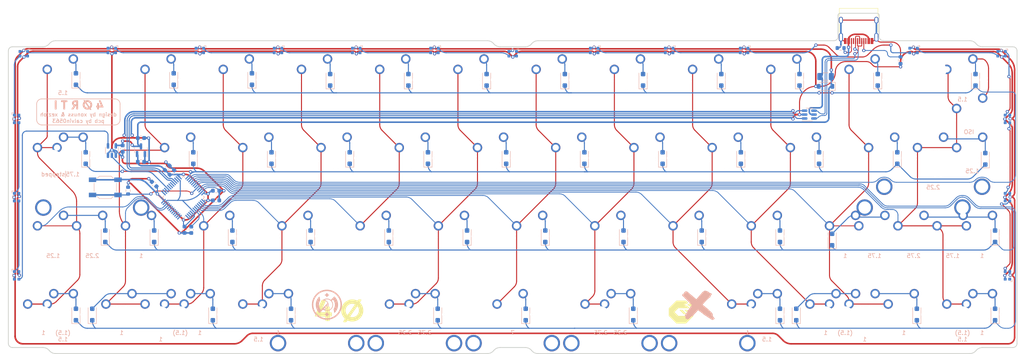
<source format=kicad_pcb>
(kicad_pcb (version 20221018) (generator pcbnew)
  (layers (0 "F.Cu" signal) (31 "B.Cu" signal) (34 "B.Paste" user) (35 "F.Paste" user) (36 "B.SilkS" user "B.Silkscreen") (37 "F.SilkS" user "F.Silkscreen") (38 "B.Mask" user) (39 "F.Mask" user) (44 "Edge.Cuts" user))
  (net 0 "")
  (net 1 "ROW0")
  (net 2 "Net-(D1-A)")
  (net 3 "Net-(D2-A)")
  (net 4 "Net-(D3-A)")
  (net 5 "Net-(D4-A)")
  (net 6 "Net-(D5-A)")
  (net 7 "Net-(D6-A)")
  (net 8 "Net-(D7-A)")
  (net 9 "Net-(D8-A)")
  (net 10 "Net-(D9-A)")
  (net 11 "Net-(D10-A)")
  (net 12 "Net-(D11-A)")
  (net 13 "Net-(D12-A)")
  (net 14 "ROW1")
  (net 15 "Net-(D13-A)")
  (net 16 "Net-(D14-A)")
  (net 17 "Net-(D15-A)")
  (net 18 "Net-(D16-A)")
  (net 19 "Net-(D17-A)")
  (net 20 "Net-(D18-A)")
  (net 21 "Net-(D19-A)")
  (net 22 "Net-(D20-A)")
  (net 23 "Net-(D21-A)")
  (net 24 "Net-(D22-A)")
  (net 25 "Net-(D23-A)")
  (net 26 "Net-(D24-A)")
  (net 27 "ROW2")
  (net 28 "Net-(D25-A)")
  (net 29 "Net-(D26-A)")
  (net 30 "Net-(D27-A)")
  (net 31 "Net-(D28-A)")
  (net 32 "Net-(D29-A)")
  (net 33 "Net-(D30-A)")
  (net 34 "Net-(D31-A)")
  (net 35 "Net-(D32-A)")
  (net 36 "Net-(D33-A)")
  (net 37 "Net-(D34-A)")
  (net 38 "Net-(D35-A)")
  (net 39 "Net-(D36-A)")
  (net 40 "ROW3")
  (net 41 "Net-(D37-A)")
  (net 42 "Net-(D38-A)")
  (net 43 "Net-(D39-A)")
  (net 44 "Net-(D41-A)")
  (net 45 "Net-(D42-A)")
  (net 46 "Net-(D43-A)")
  (net 47 "Net-(D44-A)")
  (net 48 "Net-(D45-A)")
  (net 49 "Net-(D46-A)")
  (net 50 "COL0")
  (net 51 "COL1")
  (net 52 "COL2")
  (net 53 "COL3")
  (net 54 "COL4")
  (net 55 "COL5")
  (net 56 "COL6")
  (net 57 "COL7")
  (net 58 "COL8")
  (net 59 "COL9")
  (net 60 "COL10")
  (net 61 "COL11")
  (net 62 "GND")
  (net 63 "+5V")
  (net 64 "+3V3")
  (net 65 "VBUS")
  (net 66 "/CC1")
  (net 67 "D_USB_P")
  (net 68 "D_USB_N")
  (net 70 "/CC2")
  (net 72 "D_P")
  (net 73 "D_N")
  (net 74 "Net-(LED2-DOUT)")
  (net 75 "Net-(LED3-DOUT)")
  (net 76 "NRST")
  (net 77 "Net-(LED4-DOUT)")
  (net 78 "Net-(LED5-DOUT)")
  (net 79 "Net-(LED6-DOUT)")
  (net 80 "Net-(LED7-DOUT)")
  (net 81 "Net-(LED8-DOUT)")
  (net 82 "BOOT0")
  (net 83 "Net-(LED10-DIN)")
  (net 84 "Net-(LED10-DOUT)")
  (net 85 "Net-(LED11-DOUT)")
  (net 86 "Net-(LED12-DOUT)")
  (net 87 "Net-(LED13-DOUT)")
  (net 88 "Net-(D40-A)")
  (net 89 "Net-(D47-A)")
  (net 90 "Net-(LED14-DOUT)")
  (net 91 "Net-(LED15-DOUT)")
  (net 92 "RGB MCU")
  (net 93 "rgb underglow")
  (net 94 "Net-(LED1-DOUT)")
  (net 95 "Net-(LED16-DOUT)")
  (net 96 "Net-(LED17-DOUT)")
  (footprint "PCM_marbastlib-mx:STAB_MX_ISO-ROT" (layer "F.Cu") (at 261.9375 50.8)
    (fp_text reference "ISO1" hide)
    (fp_text value "MX_stab")
  )
  (footprint "Connector_USB:USB_C_Receptacle_HRO_TYPE-C-31-M-12" (layer "F.Cu") (at 234.269115 27.7875 180)
    (fp_text reference "J1" hide)
    (fp_text value "USB_C_Receptacle_USB2.0")
  )
  (footprint "PCM_marbastlib-mx:SW_MX_1.5u" (layer "F.Cu") (at 230.98125 98.425)
    (fp_text reference "MX51" hide)
    (fp_text value "MX_SW_HS" hide)
  )
  (footprint "PCM_marbastlib-mx:SW_MX_1u" (layer "F.Cu") (at 240.50625 60.325)
    (fp_text reference "MX23" hide)
    (fp_text value "MX_SW_HS" hide)
  )
  (footprint "PCM_marbastlib-mx:SW_MX_1.5u" (layer "F.Cu") (at 259.55625 98.425)
    (fp_text reference "MX55" hide)
    (fp_text value "MX_SW_HS" hide)
  )
  (footprint "PCM_marbastlib-mx:SW_MX_1u" (layer "F.Cu") (at 73.81875 98.425)
    (fp_text reference "MX43" hide)
    (fp_text value "MX_SW_HS" hide)
  )
  (footprint "PCM_marbastlib-mx:SW_MX_1u" (layer "F.Cu") (at 47.625 79.375)
    (fp_text reference "MXshift2.1" hide)
    (fp_text value "MX_SW_HS" hide)
  )
  (footprint "PCM_marbastlib-mx:SW_MX_1u" (layer "F.Cu") (at 78.58125 79.375)
    (fp_text reference "MX27" hide)
    (fp_text value "MX_SW_HS" hide)
  )
  (footprint "PCM_marbastlib-mx:SW_MX_1u" (layer "F.Cu") (at 235.74375 41.275)
    (fp_text reference "MX11" hide)
    (fp_text value "MX_SW_HS" hide)
  )
  (footprint "PCM_marbastlib-mx:SW_MX_1.5u" (layer "F.Cu") (at 88.10625 98.425)
    (fp_text reference "MX46" hide)
    (fp_text value "MX_SW_HS" hide)
  )
  (footprint "PCM_marbastlib-mx:SW_MX_1u" (layer "F.Cu") (at 252.4125 60.325)
    (fp_text reference "MXenter2.1" hide)
    (fp_text value "MX_SW_HS" hide)
  )
  (footprint "PCM_marbastlib-mx:STAB_MX_P_7u" (layer "F.Cu") (at 150.01875 98.425 180)
    (fp_text reference "S2" hide)
    (fp_text value "7")
  )
  (footprint "PCM_marbastlib-mx:SW_MX_1.5u" (layer "F.Cu") (at 211.93125 98.425)
    (fp_text reference "MX49" hide)
    (fp_text value "MX_SW_HS" hide)
  )
  (footprint "PCM_marbastlib-mx:SW_MX_1u" (layer "F.Cu") (at 154.78125 79.375)
    (fp_text reference "MX31" hide)
    (fp_text value "MX_SW_HS" hide)
  )
  (footprint "PCM_marbastlib-mx:SW_MX_1u" (layer "F.Cu") (at 107.15625 60.325)
    (fp_text reference "MX16" hide)
    (fp_text value "MX_SW_HS" hide)
  )
  (footprint "PCM_marbastlib-mx:SW_MX_1u" (layer "F.Cu") (at 264.31875 79.375)
    (fp_text reference "MX38" hide)
    (fp_text value "MX_SW_HS" hide)
  )
  (footprint "PCM_marbastlib-mx:SW_MX_1u" (layer "F.Cu") (at 230.98125 79.375)
    (fp_text reference "MX35" hide)
    (fp_text value "MX_SW_HS" hide)
  )
  (footprint "PCM_marbastlib-mx:SW_MX_1u" (layer "F.Cu") (at 171.45 98.425)
    (fp_text reference "MXsplit2.75(1)1" hide)
    (fp_text value "MX_SW_HS" hide)
  )
  (footprint "PCM_marbastlib-mx:STAB_MX_P_2.25u" (layer "F.Cu") (at 47.625 79.375)
    (fp_text reference "shift2.2" hide)
    (fp_text value "MX_stab")
  )
  (footprint "PCM_marbastlib-mx:SW_MX_1u" (layer "F.Cu") (at 178.59375 41.275)
    (fp_text reference "MX8" hide)
    (fp_text value "MX_SW_HS" hide)
  )
  (footprint "PCM_marbastlib-mx:SW_MX_1.75u" (layer "F.Cu") (at 42.8625 60.325)
    (fp_text reference "MX13" hide)
    (fp_text value "MX_SW_HS" hide)
  )
  (footprint "PCM_marbastlib-mx:SW_MX_1u" (layer "F.Cu") (at 173.83125 79.375)
    (fp_text reference "MX32" hide)
    (fp_text value "MX_SW_HS" hide)
  )
  (footprint "PCM_marbastlib-mx:SW_MX_1u" (layer "F.Cu") (at 261.9375 50.8)
    (fp_text reference "MXISO1" hide)
    (fp_text value "MX_SW_HS" hide)
  )
  (footprint "PCM_marbastlib-mx:SW_MX_1u" (layer "F.Cu") (at 202.40625 60.325)
    (fp_text reference "MX21" hide)
    (fp_text value "MX_SW_HS" hide)
  )
  (footprint "PCM_marbastlib-mx:SW_MX_1u" (layer "F.Cu") (at 128.5875 98.425)
    (fp_text reference "MXsplit2.1" hide)
    (fp_text value "MX_SW_HS" hide)
  )
  (footprint "PCM_marbastlib-mx:SW_MX_1u" (layer "F.Cu") (at 102.39375 41.275)
    (fp_text reference "MX4" hide)
    (fp_text value "MX_SW_HS" hide)
  )
  (footprint "PCM_marbastlib-mx:SW_MX_1u" (layer "F.Cu") (at 92.86875 98.425)
    (fp_text reference "MX45" hide)
    (fp_text value "MX_SW_HS" hide)
  )
  (footprint "PCM_marbastlib-mx:SW_MX_1u" (layer "F.Cu") (at 135.73125 79.375)
    (fp_text reference "MX30" hide)
    (fp_text value "MX_SW_HS" hide)
  )
  (footprint "PCM_marbastlib-mx:SW_MX_1.5u" (layer "F.Cu") (at 40.48125 41.275)
    (fp_text reference "MX1" hide)
    (fp_text value "MX_SW_HS" hide)
  )
  (footprint "PCM_marbastlib-mx:SW_MX_1u" (layer "F.Cu") (at 211.93125 79.375)
    (fp_text reference "MX34" hide)
    (fp_text value "MX_SW_HS" hide)
  )
  (footprint "PCM_marbastlib-mx:SW_MX_1.25u" (layer "F.Cu") (at 38.1 79.375)
    (fp_text reference "MX25" hide)
    (fp_text value "MX_SW_HS" hide)
  )
  (footprint "PCM_marbastlib-mx:STAB_MX_P_2.25u" (layer "F.Cu") (at 252.4125 60.325 180)
    (fp_text reference "enter2.1" hide)
    (fp_text value "MX_stab")
  )
  (footprint "PCM_marbastlib-mx:SW_MX_1u" (layer "F.Cu") (at 116.68125 79.375)
    (fp_text reference "MX29" hide)
    (fp_text value "MX_SW_HS" hide)
  )
  (footprint "PCM_marbastlib-mx:SW_MX_1u" (layer "F.Cu") (at 235.74375 98.425)
    (fp_text reference "MX53" hide)
    (fp_text value "MX_SW_HS" hide)
  )
  (footprint "PCM_marbastlib-mx:SW_MX_1u" (layer "F.Cu") (at 221.45625 60.325)
    (fp_text reference "MX22" hide)
    (fp_text value "MX_SW_HS" hide)
  )
  (footprint "LOGO" (layer "F.Cu") (at 107.95 97.63125)
    (fp_text reference "G***" hide)
    (fp_text value "LOGO" hide)
  )
  (footprint "PCM_marbastlib-mx:SW_MX_1u" (layer "F.Cu") (at 126.20625 60.325)
    (fp_text reference "MX17" hide)
    (fp_text value "MX_SW_HS" hide)
  )
  (footprint "PCM_marbastlib-mx:SW_MX_1u" (layer "F.Cu") (at 150.01875 98.425)
    (fp_text reference "MX47" hide)
    (fp_text value "MX_SW_HS" hide)
  )
  (footprint "PCM_marbastlib-mx:STAB_MX_P_2.25u" (layer "F.Cu") (at 123.825 98.425 180)
    (fp_text reference "S1" hide)
    (fp_text value "225")
  )
  (footprint "PCM_marbastlib-mx:SW_MX_1.5u" (layer "F.Cu") (at 69.05625 98.425)
    (fp_text reference "MX44" hide)
    (fp_text value "MX_SW_HS" hide)
  )
  (footprint "PCM_marbastlib-mx:SW_MX_1.75u" (layer "F.Cu") (at 238.125 79.375)
    (fp_text reference "MX36" hide)
    (fp_text value "MX_SW_HS" hide)
  )
  (footprint "PCM_marbastlib-mx:SW_MX_1u" (layer "F.Cu") (at 59.53125 79.375)
    (fp_text reference "MX26" hide)
    (fp_text value "MX_SW_HS" hide)
  )
  (footprint "PCM_marbastlib-mx:SW_MX_1u" (layer "F.Cu") (at 83.34375 41.275)
    (fp_text reference "MX3" hide)
    (fp_text value "MX_SW_HS" hide)
  )
  (footprint "PCM_marbastlib-mx:STAB_MX_P_2.25u" (layer "F.Cu") (at 176.2125 98.425 180)
    (fp_text reference "S4" hide)
    (fp_text value "225")
  )
  (footprint "PCM_marbastlib-mx:SW_MX_1.75u" (layer "F.Cu") (at 257.175 79.375)
    (fp_text reference "MX37" hide)
    (fp_text value "MX_SW_HS" hide)
  )
  (footprint "PCM_marbastlib-mx:SW_MX_1.25u" (layer "F.Cu") (at 261.9375 60.325)
    (fp_text reference "MX24" hide)
    (fp_text value "MX_SW_HS" hide)
  )
  (footprint "PCM_marbastlib-mx:STAB_MX_P_2.75u" (layer "F.Cu") (at 171.45 98.425 180)
    (fp_text reference "S3" hide)
    (fp_text value "275")
  )
  (footprint "PCM_marbastlib-mx:SW_MX_1u" (layer "F.Cu") (at 64.29375 98.425)
    (fp_text reference "MX42" hide)
    (fp_text value "MX_SW_HS" hide)
  )
  (footprint "PCM_marbastlib-mx:SW_MX_1u" (layer "F.Cu") (at 192.88125 79.375)
    (fp_text reference "MX33" hide)
    (fp_text value "MX_SW_HS" hide)
  )
  (footprint "PCM_marbastlib-mx:SW_MX_1u" (layer "F.Cu") (at 121.44375 41.275)
    (fp_text reference "MX5" hide)
    (fp_text value "MX_SW_HS" hide)
  )
  (footprint "LOGO" (layer "F.Cu") (at 191.29375 97.63125)
    (fp_text reference "G***" hide)
    (fp_text value "LOGO" hide)
  )
  (footprint "PCM_marbastlib-mx:SW_MX_1u" (layer "F.Cu") (at 226.21875 98.425)
    (fp_text reference "MX50" hide)
    (fp_text value "MX_SW_HS" hide)
  )
  (footprint "PCM_marbastlib-mx:STAB_MX_P_2.75u" (layer "F.Cu") (at 128.5875 98.425 180)
    (fp_text reference "S5" hide)
    (fp_text value "275")
  )
  (footprint "PCM_marbastlib-mx:SW_MX_1u" (layer "F.Cu") (at 123.825 98.425)
    (fp_text reference "MXsplit2.25(1)1" hide)
    (fp_text value "MX_SW_HS" hide)
  )
  (footprint "PCM_marbastlib-mx:SW_MX_1u" (layer "F.Cu") (at 97.63125 79.375)
    (fp_text reference "MX28" hide)
    (fp_text value "MX_SW_HS" hide)
  )
  (footprint "PCM_marbastlib-mx:SW_MX_1u" (layer "F.Cu") (at 145.25625 60.325)
    (fp_text reference "MX18" hide)
    (fp_text value "MX_SW_HS" hide)
  )
  (footprint "PCM_marbastlib-mx:SW_MX_1.75u_STP_1.25" (layer "F.Cu") (at 38.1 60.325)
    (fp_text reference "MXcaps1" hide)
    (fp_text value "MX_SW_HS" hide)
  )
  (footprint "PCM_marbastlib-mx:SW_MX_1.5u" (layer "F.Cu") (at 40.48125 98.425)
    (fp_text reference "MX40" hide)
    (fp_text value "MX_SW_HS" hide)
  )
  (footprint "PCM_marbastlib-mx:SW_MX_1u" (layer "F.Cu") (at 88.10625 60.325)
    (fp_text reference "MX15" hide)
    (fp_text value "MX_SW_HS" hide)
  )
  (footprint "PCM_marbastlib-mx:SW_MX_1u" (layer "F.Cu") (at 264.31875 98.425)
    (fp_text reference "MX54" hide)
    (fp_text value "MX_SW_HS" hide)
  )
  (footprint "PCM_marbastlib-mx:SW_MX_1u" (layer "F.Cu") (at 35.71875 98.425)
    (fp_text reference "MX39" hide)
    (fp_text value "MX_SW_HS" hide)
  )
  (footprint "PCM_marbastlib-mx:STAB_MX_P_2.75u" (layer "F.Cu") (at 247.65 79.375)
    (fp_text reference "shift2.1" hide)
    (fp_text value "MX_stab")
  )
  (footprint "PCM_marbastlib-mx:SW_MX_1u" (layer "F.Cu") (at 216.69375 41.275)
    (fp_text reference "MX10" hide)
    (fp_text value "MX_SW_HS" hide)
  )
  (footprint "PCM_marbastlib-mx:SW_MX_1u" (layer "F.Cu") (at 197.64375 41.275)
    (fp_text reference "MX9" hide)
    (fp_text value "MX_SW_HS" hide)
  )
  (footprint "PCM_marbastlib-mx:SW_MX_1u" (layer "F.Cu") (at 245.26875 98.425)
    (fp_text reference "MX52" hide)
    (fp_text value "MX_SW_HS" hide)
  )
  (footprint "PCM_marbastlib-mx:SW_MX_1u" (layer "F.Cu") (at 183.35625 60.325)
    (fp_text reference "MX20" hide)
    (fp_text value "MX_SW_HS" hide)
  )
  (footprint "PCM_marbastlib-mx:SW_MX_1u" (layer "F.Cu") (at 140.49375 41.275)
    (fp_text reference "MX6" hide)
    (fp_text value "MX_SW_HS" hide)
  )
  (footprint "PCM_marbastlib-mx:SW_MX_1u" (layer "F.Cu") (at 247.65 79.375)
    (fp_text reference "MXshift2.2" hide)
    (fp_text value "MX_SW_HS" hide)
  )
  (footprint "PCM_marbastlib-mx:SW_MX_1.5u" (layer "F.Cu") (at 259.55625 41.275)
    (fp_text reference "MX12" hide)
    (fp_text value "MX_SW_HS" hide)
  )
  (footprint "PCM_marbastlib-mx:SW_MX_1u" (layer "F.Cu") (at 164.30625 60.325)
    (fp_text reference "MX19" hide)
    (fp_text value "MX_SW_HS" hide)
  )
  (footprint "PCM_marbastlib-mx:SW_MX_1u" (layer "F.Cu") (at 176.2125 98.425)
    (fp_text reference "MXsplit2.2" hide)
    (fp_text value "MX_SW_HS" hide)
  )
  (footprint "PCM_marbastlib-mx:SW_MX_1u" (layer "F.Cu") (at 159.54375 41.275)
    (fp_text reference "MX7" hide)
    (fp_text value "MX_SW_HS" hide)
  )
  (footprint "PCM_marbastlib-mx:SW_MX_1u" (layer "F.Cu") (at 69.05625 60.325)
    (fp_text reference "MX14" hide)
    (fp_text value "MX_SW_HS" hide)
  )
  (footprint "PCM_marbastlib-mx:SW_MX_1u" (layer "F.Cu") (at 207.16875 98.425)
    (fp_text reference "MX48" hide)
    (fp_text value "MX_SW_HS" hide)
  )
  (footprint "PCM_marbastlib-mx:SW_MX_1u" (layer "F.Cu") (at 54.76875 98.425)
    (fp_text reference "MX41" hide)
    (fp_text value "MX_SW_HS" hide)
  )
  (footprint "PCM_marbastlib-mx:SW_MX_1u" (layer "F.Cu") (at 64.29375 41.275)
    (fp_text reference "MX2" hide)
    (fp_text value "MX_SW_HS" hide)
  )
  (footprint "PCM_marbastlib-various:LED_WS2812_2020" (layer "B.Cu") (at 29.21 69.85 -90)
    (fp_text reference "LED2" hide)
    (fp_text value "WS2812_2020")
  )
  (footprint "Diode_SMD:D_SOD-123F" (layer "B.Cu") (at 119.85625 79.375 90)
    (fp_text reference "D29" hide)
    (fp_text value "D_Small")
  )
  (footprint "Diode_SMD:D_SOD-123F" (layer "B.Cu") (at 267.49375 79.375 90)
    (fp_text reference "D36" hide)
    (fp_text value "D_Small")
  )
  (footprint "Diode_SMD:D_SOD-123F" (layer "B.Cu") (at 46.0375 60.325 90)
    (fp_text reference "D13" hide)
    (fp_text value "D_Small")
  )
  (footprint "PCM_marbastlib-various:LED_WS2812_2020" (layer "B.Cu") (at 150.01875 34.925 180)
    (fp_text reference "LED10" hide)
    (fp_text value "WS2812_2020")
  )
  (footprint "Diode_SMD:D_SOD-123F" (layer "B.Cu") (at 131.7625 98.425 90)
    (fp_text reference "D41" hide)
    (fp_text value "D_Small")
  )
  (footprint "LOGO" (layer "B.Cu") (at 44.25 47.465428 180)
    (fp_text reference "G***" hide)
    (fp_text value "LOGO" hide)
  )
  (footprint "Diode_SMD:D_SOD-123F" (layer "B.Cu") (at 186.53125 60.325 90)
    (fp_text reference "D20" hide)
    (fp_text value "D_Small")
  )
  (footprint "Diode_SMD:D_SOD-123F" (layer "B.Cu") (at 62.70625 79.375 90)
    (fp_text reference "D26" hide)
    (fp_text value "D_Small")
  )
  (footprint "Resistor_SMD:R_0603_1608Metric" (layer "B.Cu") (at 244.475 36.5125 -90)
    (fp_text reference "R1" hide)
    (fp_text value "5k1")
  )
  (footprint "Diode_SMD:D_SOD-123F" (layer "B.Cu") (at 224.63125 60.325 90)
    (fp_text reference "D22" hide)
    (fp_text value "D_Small")
  )
  (footprint "PCM_marbastlib-various:LED_WS2812_2020" (layer "B.Cu") (at 92.86875 34.13125 180)
    (fp_text reference "LED7" hide)
    (fp_text value "WS2812_2020")
  )
  (footprint "Diode_SMD:D_SOD-123F" (layer "B.Cu") (at 177.00625 79.375 90)
    (fp_text reference "D32" hide)
    (fp_text value "D_Small")
  )
  (footprint "Resistor_SMD:R_0603_1608Metric" (layer "B.Cu") (at 229.8875 33.5375 180)
    (fp_text reference "R2" hide)
    (fp_text value "5k1")
  )
  (footprint "PCM_marbastlib-various:LED_WS2812_2020" (layer "B.Cu") (at 130.96875 34.13125 180)
    (fp_text reference "LED9" hide)
    (fp_text value "WS2812_2020")
  )
  (footprint "PCM_marbastlib-various:LED_WS2812_2020" (layer "B.Cu") (at 188.11875 34.13125 180)
    (fp_text reference "LED12" hide)
    (fp_text value "WS2812_2020")
  )
  (footprint "Diode_SMD:D_SOD-123F" (layer "B.Cu") (at 91.28125 60.325 90)
    (fp_text reference "D15" hide)
    (fp_text value "D_Small")
  )
  (footprint "Diode_SMD:D_SOD-123F" (layer "B.Cu") (at 96.04375 98.425 90)
    (fp_text reference "D40" hide)
    (fp_text value "D_Small")
  )
  (footprint "PCM_marbastlib-various:LED_WS2812_2020" (layer "B.Cu") (at 206.375 34.13125 180)
    (fp_text reference "LED13" hide)
    (fp_text value "WS2812_2020")
  )
  (footprint "Diode_SMD:D_SOD-123F" (layer "B.Cu") (at 157.95625 79.375 90)
    (fp_text reference "D31" hide)
    (fp_text value "D_Small")
  )
  (footprint "Diode_SMD:D_SOD-123F" (layer "B.Cu") (at 205.58125 60.325 90)
    (fp_text reference "D21" hide)
    (fp_text value "D_Small")
  )
  (footprint "Diode_SMD:D_SOD-123F" (layer "B.Cu") (at 105.56875 41.275 90)
    (fp_text reference "D4" hide)
    (fp_text value "D_Small")
  )
  (footprint "Diode_SMD:D_SOD-123F" (layer "B.Cu") (at 200.81875 41.275 90)
    (fp_text reference "D9" hide)
    (fp_text value "D_Small")
  )
  (footprint "Diode_SMD:D_SOD-123F" (layer "B.Cu") (at 215.10625 79.375 90)
    (fp_text reference "D34" hide)
    (fp_text value "D_Small")
  )
  (footprint "Diode_SMD:D_SOD-123F" (layer "B.Cu") (at 265.1125 60.5125 90)
    (fp_text reference "D24" hide)
    (fp_text value "D_Small")
  )
  (footprint "Diode_SMD:D_SOD-123F" (layer "B.Cu") (at 81.75625 79.375 90)
    (fp_text reference "D27" hide)
    (fp_text value "D_Small")
  )
  (footprint "PCM_marbastlib-various:LED_WS2812_2020" (layer "B.Cu") (at 270.51 69.85 90)
    (fp_text reference "LED17" hide)
    (fp_text value "WS2812_2020")
  )
  (footprint "Diode_SMD:D_SOD-123F" (layer "B.Cu") (at 110.33125 60.325 90)
    (fp_text reference "D16" hide)
    (fp_text value "D_Small")
  )
  (footprint "PCM_marbastlib-various:LED_WS2812_2020" (layer "B.Cu") (at 73.81875 34.13125 180)
    (fp_text reference "LED6" hide)
    (fp_text value "WS2812_2020")
  )
  (footprint "Diode_SMD:D_SOD-123F" (layer "B.Cu") (at 86.51875 41.0875 90)
    (fp_text reference "D3" hide)
    (fp_text value "D_Small")
  )
  (footprint "Package_TO_SOT_SMD:TSOT-23-5" (layer "B.Cu") (at 52.411566 58.500316 90)
    (fp_text reference "U4" hide)
    (fp_text value "74AHCT1G125")
  )
  (footprint "Diode_SMD:D_SOD-123F" (layer "B.Cu") (at 153.19375 98.425 90)
    (fp_text reference "D42" hide)
    (fp_text value "D_Small")
  )
  (footprint "Diode_SMD:D_SOD-123F" (layer "B.Cu") (at 100.80625 79.375 90)
    (fp_text reference "D28" hide)
    (fp_text value "D_Small")
  )
  (footprint "Button_Switch_SMD:SW_SPST_SKQG_WithoutStem" (layer "B.Cu") (at 50.8 67.46875 180)
    (fp_text reference "SW1" hide)
    (fp_text value "SKQGABE010")
  )
  (footprint "Diode_SMD:D_SOD-123F" (layer "B.Cu") (at 219.86875 41.275 90)
    (fp_text reference "D10" hide)
    (fp_text value "D_Small")
  )
  (footprint "PCM_marbastlib-various:LED_WS2812_2020" (layer "B.Cu") (at 52.3875 34.13125 180)
    (fp_text reference "LED5" hide)
    (fp_text value "WS2812_2020")
  )
  (footprint "Capacitor_SMD:C_0603_1608Metric" (layer "B.Cu") (at 70.105094 77.7875 -90)
    (fp_text reference "C7" hide)
    (fp_text value "100nF")
  )
  (footprint "Capacitor_SMD:C_0603_1608Metric" (layer "B.Cu") (at 62.70625 66.675 135)
    (fp_text reference "C4" hide)
    (fp_text value "100nF")
  )
  (footprint "Diode_SMD:D_SOD-123" (layer "B.Cu") (at 226.21875 42.8625 180)
    (fp_text reference "D_PWR1" hide)
    (fp_text value "SMF9.0CA")
  )
  (footprint "Diode_SMD:D_SOD-123F" (layer "B.Cu") (at 47.625 98.425 90)
    (fp_text reference "D38" hide)
    (fp_text value "D_Small")
  )
  (footprint "PCM_marbastlib-various:LED_WS2812_2020" (layer "B.Cu") (at 29.21 50.8 -90)
    (fp_text reference "LED3" hide)
    (fp_text value "WS2812_2020")
  )
  (footprint "Diode_SMD:D_SOD-123F" (layer "B.Cu") (at 215.10625 98.425 90)
    (fp_text reference "D44" hide)
    (fp_text value "D_Small")
  )
  (footprint "Diode_SMD:D_SOD-123F" (layer "B.Cu") (at 67.46875 41.0875 90)
    (fp_text reference "D2" hide)
    (fp_text value "D_Small")
  )
  (footprint "Capacitor_SMD:C_0603_1608Metric" (layer "B.Cu") (at 77.7875 70.64375)
    (fp_text reference "C8" hide)
    (fp_text value "100nF")
  )
  (footprint "Diode_SMD:D_SOD-123F" (layer "B.Cu") (at 243.68125 60.325 90)
    (fp_text reference "D23" hide)
    (fp_text value "D_Small")
  )
  (footprint "Diode_SMD:D_SOD-123F" (layer "B.Cu") (at 43.65625 41.0875 90)
    (fp_text reference "D1" hide)
    (fp_text value "D_Small")
  )
  (footprint "Diode_SMD:D_SOD-123F" (layer "B.Cu") (at 76.99375 98.425 90)
    (fp_text reference "D39" hide)
    (fp_text value "D_Small")
  )
  (footprint "Diode_SMD:D_SOD-123F" (layer "B.Cu") (at 138.90625 79.375 90)
    (fp_text reference "D30" hide)
    (fp_text value "D_Small")
  )
  (footprint "PCM_marbastlib-various:LED_WS2812_2020" (layer "B.Cu") (at 247.65 34.13125 180)
    (fp_text reference "LED14" hide)
    (fp_text value "WS2812_2020")
  )
  (footprint "PCM_marbastlib-various:LED_WS2812_2020" (layer "B.Cu") (at 270.51 88.9 90)
    (fp_text reference "LED18" hide)
    (fp_text value "WS2812_2020")
  )
  (footprint "Package_QFP:LQFP-48_7x7mm_P0.5mm" (layer "B.Cu") (at 69.85 69.85 135)
    (fp_text reference "U2" hide)
    (fp_text value "STM32F072C8Tx")
  )
  (footprint "PCM_marbastlib-various:LED_WS2812_2020" (layer "B.Cu") (at 270.51 50.8 90)
    (fp_text reference "LED16" hide)
    (fp_text value "WS2812_2020")
  )
  (footprint "Diode_SMD:D_SOD-123F" (layer "B.Cu") (at 181.76875 41.275 90)
    (fp_text reference "D8" hide)
    (fp_text value "D_Small")
  )
  (footprint "Package_TO_SOT_SMD:SOT-23" (layer "B.Cu") (at 59.49 58.42 90)
    (fp_text reference "U3" hide)
    (fp_text value "XC6206PxxxMR-Regulator_Linear")
  )
  (footprint "Diode_SMD:D_SOD-123F" (layer "B.Cu") (at 238.91875 41.275 90)
    (fp_text reference "D11" hide)
    (fp_text value "D_Small")
  )
  (footprint "Diode_SMD:D_SOD-123F" (layer "B.Cu") (at 50.8 79.375 90)
    (fp_text reference "D25" hide)
    (fp_text value "D_Small")
  )
  (footprint "PCM_marbastlib-various:LED_WS2812_2020" (layer "B.Cu") (at 269.08125 34.925 180)
    (fp_text reference "LED15" hide)
    (fp_text value "WS2812_2020")
  )
  (footprint "PCM_marbastlib-various:LED_WS2812_2020" (layer "B.Cu") (at 30.95625 34.925 180)
    (fp_text reference "LED4" hide)
    (fp_text value "WS2812_2020")
  )
  (footprint "Diode_SMD:D_SOD-123F" (layer "B.Cu") (at 227.80625 80.16875 90)
    (fp_text reference "D35" hide)
    (fp_text value "D_Small")
  )
  (footprint "Diode_SMD:D_SOD-123F" (layer "B.Cu") (at 262.73125 41.275 90)
    (fp_text reference "D12" hide)
    (fp_text value "D_Small")
  )
  (footprint "Diode_SMD:D_SOD-123F" (layer "B.Cu") (at 143.66875 41.275 90)
    (fp_text reference "D6" hide)
    (fp_text value "D_Small")
  )
  (footprint "Package_TO_SOT_SMD:SOT-23-6" (layer "B.Cu") (at 222.256113 49.74227)
    (fp_text reference "U1" hide)
    (fp_text value "USBLC6-2SC6")
  )
  (footprint "Diode_SMD:D_SOD-123F" (layer "B.Cu") (at 129.38125 60.325 90)
    (fp_text reference "D17" hide)
    (fp_text value "D_Small")
  )
  (footprint "Diode_SMD:D_SOD-123F" (layer "B.Cu") (at 162.71875 41.275 90)
    (fp_text reference "D7" hide)
    (fp_text value "D_Small")
  )
  (footprint "PCM_marbastlib-various:LED_WS2812_2020" (layer "B.Cu") (at 111.91875 34.13125 180)
    (fp_text reference "LED8" hide)
    (fp_text value "WS2812_2020")
  )
  (footprint "LOGO" (layer "B.Cu") (at 195.2625 96.04375 180)
    (fp_text reference "G***" hide)
    (fp_text value "LOGO" hide)
  )
  (footprint "Capacitor_SMD:C_0603_1608Metric" (layer "B.Cu") (at 59.490808 61.249873 180)
    (fp_text reference "C2" hide)
    (fp_text value "1uF")
  )
  (footprint "Diode_SMD:D_SOD-123F" (layer "B.Cu") (at 124.61875 41.275 90)
    (fp_text reference "D5" hide)
    (fp_text value "D_Small")
  )
  (footprint "Diode_SMD:D_SOD-123F" (layer "B.Cu") (at 148.43125 60.325 90)
    (fp_text reference "D18" hide)
    (fp_text value "D_Small")
  )
  (footprint "Resistor_SMD:R_0603_1608Metric" (layer "B.Cu") (at 56.35625 68.2625 90)
    (fp_text reference "R3" hide)
    (fp_text value "10k")
  )
  (footprint "Diode_SMD:D_SOD-123F" (layer "B.Cu") (at 219.075 98.425 90)
    (fp_text reference "D45" hide)
    (fp_text value "D_Small")
  )
  (footprint "Capacitor_SMD:C_0603_1608Metric" (layer "B.Cu") (at 67.042479 63.850387 45)
    (fp_text reference "C5" hide)
    (fp_text value "100nF")
  )
  (footprint "Diode_SMD:D_SOD-123F" (layer "B.Cu") (at 72.23125 60.325 90)
    (fp_text reference "D14" hide)
    (fp_text value "D_Small")
  )
  (footprint "Capacitor_SMD:C_0603_1608Metric" (layer "B.Cu") (at 55.024896 58.024878 90)
    (fp_text reference "C10" hide)
    (fp_text value "100nF")
  )
  (footprint "Fuse:Fuse_1206_3216Metric" (layer "B.Cu") (at 226.21875 40.48125)
    (fp_text reference "F1" hide)
    (fp_text value "500mA")
  )
  (footprint "Diode_SMD:D_SOD-123F" (layer "B.Cu") (at 267.49375 98.425 90)
    (fp_text reference "D47" hide)
    (fp_text value "D_Small")
  )
  (footprint "PCM_marbastlib-various:LED_WS2812_2020" (layer "B.Cu") (at 169.8625 34.13125 180)
    (fp_text reference "LED11" hide)
    (fp_text value "WS2812_2020")
  )
  (footprint "PCM_marbastlib-various:LED_WS2812_2020" (layer "B.Cu") (at 29.21 88.9 -90)
    (fp_text reference "LED1" hide)
    (fp_text value "WS2812_2020")
  )
  (footprint "Capacitor_SMD:C_0603_1608Metric" (layer "B.Cu") (at 71.737281 77.800116 -90)
    (fp_text reference "C9" hide)
    (fp_text value "100nF")
  )
  (footprint "Diode_SMD:D_SOD-123F" (layer "B.Cu") (at 248.44375 98.425 90)
    (fp_text reference "D46" hide)
    (fp_text value "D_Small")
  )
  (footprint "Diode_SMD:D_SOD-123F" (layer "B.Cu") (at 196.05625 79.375 90)
    (fp_text reference "D33" hide)
    (fp_text value "D_Small")
  )
  (footprint "Diode_SMD:D_SOD-123F" (layer "B.Cu") (at 179.3875 98.425 90)
    (fp_text reference "D43" hide)
    (fp_text value "D_Small")
  )
  (footprint "Diode_SMD:D_SOD-123F" (layer "B.Cu") (at 167.48125 60.325 90)
    (fp_text reference "D19" hide)
    (fp_text value "D_Small")
  )
  (footprint "LOGO" (layer "B.Cu") (at 104.775 96.04375 180)
    (fp_text reference "G***" hide)
    (fp_text value "LOGO" hide)
  )
  (footprint "Diode_SMD:D_SOD-123F" (layer "B.Cu") (at 43.65625 98.425 90)
    (fp_text reference "D37" hide)
    (fp_text value "D_Small")
  )
  (footprint "Capacitor_SMD:C_0603_1608Metric" (layer "B.Cu") (at 59.49 55.4575 180)
    (fp_text reference "C1" hide)
    (fp_text value "1uF")
  )
  (footprint "Capacitor_SMD:C_0603_1608Metric" (layer "B.Cu") (at 77.7875 68.28125)
    (fp_text reference "C6" hide)
    (fp_text value "100nF")
  )
  (footprint "Capacitor_SMD:C_0603_1608Metric" (layer "B.Cu") (at 65.884308 62.717543 45)
    (fp_text reference "C3" hide)
    (fp_text value "10uF")
  )
  (gr_line (start 54.41 51) (end 54.41 47.19) (stroke (width 0.15)) (layer "B.SilkS"))
  (gr_arc (start 35.36 52.27) (mid 34.461974 51.898026) (end 34.09 51) (stroke (width 0.15)) (layer "B.SilkS"))
  (gr_line (start 53.14 45.92) (end 35.36 45.92) (stroke (width 0.15)) (layer "B.SilkS"))
  (gr_line (start 35.36 52.27) (end 53.14 52.27) (stroke (width 0.15)) (layer "B.SilkS"))
  (gr_arc (start 54.409999 50.999999) (mid 54.038025 51.898025) (end 53.139999 52.269999) (stroke (width 0.15)) (layer "B.SilkS"))
  (gr_line (start 41.120181 63.5) (end 41.120181 65.0875) (stroke (width 0.15)) (layer "B.SilkS"))
  (gr_arc (start 34.09 47.19) (mid 34.461974 46.291974) (end 35.36 45.92) (stroke (width 0.15)) (layer "B.SilkS"))
  (gr_line (start 34.09 47.19) (end 34.09 51) (stroke (width 0.15)) (layer "B.SilkS"))
  (gr_arc (start 53.14 45.92) (mid 54.038026 46.291974) (end 54.41 47.19) (stroke (width 0.15)) (layer "B.SilkS"))
  (gr_arc (start 146.950712 33.232775) (mid 146.089674 33.037938) (end 145.396397 32.491388) (stroke (width 0.2)) (layer "Edge.Cuts"))
  (gr_line (start 153.086788 33.232775) (end 146.950712 33.232775) (stroke (width 0.2)) (layer "Edge.Cuts"))
  (gr_line (start 28.19375 106.47079) (end 35.612746 106.47079) (stroke (width 0.2)) (layer "Edge.Cuts"))
  (gr_line (start 238.7625 25.075) (end 229.7625 25.075) (stroke (width 0.2)) (layer "Edge.Cuts"))
  (gr_arc (start 229.2625 25.575) (mid 229.408947 25.221447) (end 229.7625 25.075) (stroke (width 0.2)) (layer "Edge.Cuts"))
  (gr_arc (start 145.396885 107.210395) (mid 144.704018 107.755656) (end 143.844015 107.95) (stroke (width 0.2)) (layer "Edge.Cuts"))
  (gr_line (start 146.949754 106.470791) (end 153.087746 106.470791) (stroke (width 0.2)) (layer "Edge.Cuts"))
  (gr_arc (start 238.7625 25.075) (mid 239.116053 25.221447) (end 239.2625 25.575) (stroke (width 0.2)) (layer "Edge.Cuts"))
  (gr_line (start 228.2625 31.75) (end 156.195417 31.75) (stroke (width 0.2)) (layer "Edge.Cuts"))
  (gr_line (start 143.842083 31.75) (end 38.720417 31.75) (stroke (width 0.2)) (layer "Edge.Cuts"))
  (gr_line (start 272.84375 105.47079) (end 272.84375 34.232775) (stroke (width 0.2)) (layer "Edge.Cuts"))
  (gr_line (start 229.2625 25.575) (end 229.2625 30.75) (stroke (width 0.2)) (layer "Edge.Cuts"))
  (gr_arc (start 271.84375 33.232775) (mid 272.550857 33.525668) (end 272.84375 34.232775) (stroke (width 0.2)) (layer "Edge.Cuts"))
  (gr_arc (start 154.641103 32.491388) (mid 155.334379 31.944837) (end 156.195417 31.75) (stroke (width 0.2)) (layer "Edge.Cuts"))
  (gr_arc (start 143.842083 31.75) (mid 144.703121 31.944837) (end 145.396397 32.491388) (stroke (width 0.2)) (layer "Edge.Cuts"))
  (gr_line (start 271.84375 33.232775) (end 264.425712 33.232775) (stroke (width 0.2)) (layer "Edge.Cuts"))
  (gr_arc (start 264.425712 33.232775) (mid 263.564674 33.037938) (end 262.871397 32.491388) (stroke (width 0.2)) (layer "Edge.Cuts"))
  (gr_line (start 264.424754 106.47079) (end 271.84375 106.47079) (stroke (width 0.2)) (layer "Edge.Cuts"))
  (gr_arc (start 145.396885 107.210395) (mid 146.089751 106.665134) (end 146.949754 106.470791) (stroke (width 0.2)) (layer "Edge.Cuts"))
  (gr_arc (start 262.871885 107.210395) (mid 262.179018 107.755656) (end 261.319015 107.95) (stroke (width 0.2)) (layer "Edge.Cuts"))
  (gr_arc (start 38.718485 107.95) (mid 37.858482 107.755656) (end 37.165615 107.210395) (stroke (width 0.2)) (layer "Edge.Cuts"))
  (gr_arc (start 153.087746 106.470791) (mid 153.947749 106.665134) (end 154.640615 107.210395) (stroke (width 0.2)) (layer "Edge.Cuts"))
  (gr_line (start 27.19375 34.232775) (end 27.19375 105.47079) (stroke (width 0.2)) (layer "Edge.Cuts"))
  (gr_line (start 35.611788 33.232775) (end 28.19375 33.232775) (stroke (width 0.2)) (layer "Edge.Cuts"))
  (gr_arc (start 154.641103 32.491388) (mid 153.947827 33.037938) (end 153.086788 33.232775) (stroke (width 0.2)) (layer "Edge.Cuts"))
  (gr_arc (start 262.871885 107.210395) (mid 263.564751 106.665134) (end 264.424754 106.47079) (stroke (width 0.2)) (layer "Edge.Cuts"))
  (gr_line (start 156.193485 107.95) (end 261.319015 107.95) (stroke (width 0.2)) (layer "Edge.Cuts"))
  (gr_arc (start 261.317083 31.75) (mid 262.178121 31.944837) (end 262.871397 32.491388) (stroke (width 0.2)) (layer "Edge.Cuts"))
  (gr_arc (start 240.2625 31.75) (mid 239.555393 31.457107) (end 239.2625 30.75) (stroke (width 0.2)) (layer "Edge.Cuts"))
  (gr_arc (start 28.19375 106.47079) (mid 27.486643 106.177897) (end 27.19375 105.47079) (stroke (width 0.2)) (layer "Edge.Cuts"))
  (gr_arc (start 156.193485 107.95) (mid 155.333482 107.755656) (end 154.640615 107.210395) (stroke (width 0.2)) (layer "Edge.Cuts"))
  (gr_arc (start 37.166103 32.491388) (mid 36.472827 33.037938) (end 35.611788 33.232775) (stroke (width 0.2)) (layer "Edge.Cuts"))
  (gr_arc (start 229.2625 30.75) (mid 228.969607 31.457107) (end 228.2625 31.75) (stroke (width 0.2)) (layer "Edge.Cuts"))
  (gr_line (start 38.718485 107.95) (end 143.844015 107.95) (stroke (width 0.2)) (layer "Edge.Cuts"))
  (gr_line (start 261.317083 31.75) (end 240.2625 31.75) (stroke (width 0.2)) (layer "Edge.Cuts"))
  (gr_arc (start 27.19375 34.232775) (mid 27.486643 33.525668) (end 28.19375 33.232775) (stroke (width 0.2)) (layer "Edge.Cuts"))
  (gr_arc (start 35.612746 106.47079) (mid 36.472748 106.665134) (end 37.165615 107.210395) (stroke (width 0.2)) (layer "Edge.Cuts"))
  (gr_arc (start 272.84375 105.47079) (mid 272.550857 106.177897) (end 271.84375 106.47079) (stroke (width 0.2)) (layer "Edge.Cuts"))
  (gr_arc (start 37.166103 32.491388) (mid 37.859379 31.944837) (end 38.720417 31.75) (stroke (width 0.2)) (layer "Edge.Cuts"))
  (gr_line (start 239.2625 30.75) (end 239.2625 25.575) (stroke (width 0.2)) (layer "Edge.Cuts"))
  (gr_text "7" (at 150.01875 102.8875) (layer "B.SilkS") (effects (font (size 1 1)) (justify mirror)))
  (gr_text "2.75" (at 247.65 84.1375) (layer "B.SilkS") (effects (font (size 1 1)) (justify mirror)))
  (gr_text "2.75" (at 128.5875 102.8875) (layer "B.SilkS") (effects (font (size 1 1)) (justify mirror)))
  (gr_text "(1.5)" (at 69.05625 102.8875) (layer "B.SilkS") (effects (font (size 1 1)) (justify mirror)))
  (gr_text "(1.5)" (at 40.48125 102.8875) (layer "B.SilkS") (effects (font (size 1 1)) (justify mirror)))
  (gr_text "1" (at 264.31875 102.8875) (layer "B.SilkS") (effects (font (size 1 1)) (justify mirror)))
  (gr_text "(1.5)" (at 259.55625 102.8875) (layer "B.SilkS") (effects (font (size 1 1)) (justify mirror)))
  (gr_text "2.25" (at 47.625 84.1375) (layer "B.SilkS") (effects (font (size 1 1)) (justify mirror)))
  (gr_text "1" (at 35.71875 102.8875) (layer "B.SilkS") (effects (font (size 1 1)) (justify mirror)))
  (gr_text "2.25" (at 123.825 102.8875) (layer "B.SilkS") (effects (font (size 1 1)) (justify mirror)))
  (gr_text "ISO" (at 261.14375 53.975) (layer "B.SilkS") (effects (font (size 1 1)) (justify mirror)))
  (gr_text "1.25" (at 38.1 84.1375) (layer "B.SilkS") (effects (font (size 1 1)) (justify mirror)))
  (gr_text "(1.5)" (at 230.98125 102.8875) (layer "B.SilkS") (effects (font (size 1 1)) (justify mirror)))
  (gr_text "1.5" (at 88.10625 104.475) (layer "B.SilkS") (effects (font (size 1 1)) (justify mirror)))
  (gr_text "2.75" (at 171.45 102.8875) (layer "B.SilkS") (effects (font (size 1 1)) (justify mirror)))
  (gr_text "1" (at 230.98125 84.1375) (layer "B.SilkS") (effects (font (size 1 1)) (justify mirror)))
  (gr_text "design by xonuss & xezioh" (at 44.25 49.73) (layer "B.SilkS") (effects (font (size 0.9 0.9)) (justify mirror)))
  (gr_text "1" (at 59.53125 84.1375) (layer "B.SilkS") (effects (font (size 1 1)) (justify mirror)))
  (gr_text "1" (at 264.31875 84.1375) (layer "B.SilkS") (effects (font (size 1 1)) (justify mirror)))
  (gr_text "1.5" (at 259.55625 104.475) (layer "B.SilkS") (effects (font (size 1 1)) (justify mirror)))
  (gr_text "1.75" (at 257.175 84.1375) (layer "B.SilkS") (effects (font (size 1 1)) (justify mirror)))
  (gr_text "pcb by calvin0563" (at 44.25 51.3175) (layer "B.SilkS") (effects (font (size 0.9 0.9)) (justify mirror)))
  (gr_text "1" (at 235.74375 104.475) (layer "B.SilkS") (effects (font (size 1 1)) (justify mirror)))
  (gr_text "1.75" (at 238.125 84.1375) (layer "B.SilkS") (effects (font (size 1 1)) (justify mirror)))
  (gr_text "1" (at 207.16875 102.8875) (layer "B.SilkS") (effects (font (size 1 1)) (justify mirror)))
  (gr_text "1.75" (at 42.8625 64.29375) (layer "B.SilkS") (effects (font (size 1 1)) (justify mirror)))
  (gr_text "1" (at 226.21875 102.8875) (layer "B.SilkS") (effects (font (size 1 1)) (justify mirror)))
  (gr_text "1.5" (at 211.93125 104.475) (layer "B.SilkS") (effects (font (size 1 1)) (justify mirror)))
  (gr_text "1" (at 64.29375 104.475) (layer "B.SilkS") (effects (font (size 1 1)) (justify mirror)))
  (gr_text "1.25" (at 261.9375 63.5) (layer "B.SilkS") (effects (font (size 1 1)) (justify mirror)))
  (gr_text "1.5" (at 40.48125 44.45) (layer "B.SilkS") (effects (font (size 1 1)) (justify mirror)))
  (gr_text "stepped" (at 38.1 64.29375) (layer "B.SilkS") (effects (font (size 1 1)) (justify mirror)))
  (gr_text "1.5" (at 259.55625 46.0375) (layer "B.SilkS") (effects (font (size 1 1)) (justify mirror)))
  (gr_text "2.25" (at 252.4125 67.46875) (layer "B.SilkS") (effects (font (size 1 1)) (justify mirror)))
  (gr_text "1" (at 245.26875 102.8875) (layer "B.SilkS") (effects (font (size 1 1)) (justify mirror)))
  (gr_text "1" (at 73.81875 102.8875) (layer "B.SilkS") (effects (font (size 1 1)) (justify mirror)))
  (gr_text "2.25" (at 176.2125 102.8875) (layer "B.SilkS") (effects (font (size 1 1)) (justify mirror)))
  (gr_text "1" (at 54.76875 102.8875) (layer "B.SilkS") (effects (font (size 1 1)) (justify mirror)))
  (gr_text "1.5" (at 40.48125 104.475) (layer "B.SilkS") (effects (font (size 1 1)) (justify mirror)))
  (gr_text "1" (at 92.86875 102.8875) (layer "B.SilkS") (effects (font (size 1 1)) (justify mirror)))
  (segment (start 224.635 44.45) (end 227.80625 44.45) (width 0.25) (layer "F.Cu") (net 1))
  (via (at 227.80625 44.45) (size 0.8) (drill 0.4) (layers "F.Cu" "B.Cu") (net 1))
  (via (at 224.635 44.45) (size 0.8) (drill 0.4) (layers "F.Cu" "B.Cu") (net 1))
  (segment (start 125.4125 44.45) (end 144.4625 44.45) (width 0.25) (layer "B.Cu") (net 1))
  (segment (start 182.5625 44.45) (end 201.6125 44.45) (width 0.25) (layer "B.Cu") (net 1))
  (segment (start 86.51875 42.4875) (end 86.51875 42.827823) (width 0.25) (layer "B.Cu") (net 1))
  (segment (start 105.56875 42.675) (end 105.56875 42.827823) (width 0.25) (layer "B.Cu") (net 1))
  (segment (start 68.268675 44.443825) (end 46.441002 44.443825) (width 0.25) (layer "B.Cu") (net 1))
  (segment (start 200.81875 42.675) (end 200.81875 42.827823) (width 0.25) (layer "B.Cu") (net 1))
  (segment (start 163.5125 44.45) (end 164.30625 44.45) (width 0.25) (layer "B.Cu") (net 1))
  (segment (start 240.381985 65.01) (end 240.630515 65.01) (width 0.2) (layer "B.Cu") (net 1))
  (segment (start 201.6125 44.45) (end 220.6625 44.45) (width 0.25) (layer "B.Cu") (net 1))
  (segment (start 67.46875 42.4875) (end 67.46875 42.815473) (width 0.25) (layer "B.Cu") (net 1))
  (segment (start 262.73125 42.8625) (end 261.729536 43.864214) (width 0.25) (layer "B.Cu") (net 1))
  (segment (start 227.80625 44.45) (end 239.7125 44.45) (width 0.25) (layer "B.Cu") (net 1))
  (segment (start 260.315323 44.45) (end 239.7125 44.45) (width 0.25) (layer "B.Cu") (net 1))
  (segment (start 264.194485 65.01) (end 264.508911 65.01) (width 0.2) (layer "B.Cu") (net 1))
  (segment (start 87.104537 44.242037) (end 87.3125 44.45) (width 0.25) (layer "B.Cu") (net 1))
  (segment (start 143.66875 42.675) (end 143.66875 42.827823) (width 0.25) (layer "B.Cu") (net 1))
  (segment (start 238.91875 42.675) (end 238.91875 42.827823) (width 0.25) (layer "B.Cu") (net 1))
  (segment (start 46.441002 44.443825) (end 46.434827 44.43765) (width 0.25) (layer "B.Cu") (net 1))
  (segment (start 272.470461 64.434389) (end 272.470461 45.042157) (width 0.2) (layer "B.Cu") (net 1))
  (segment (start 81.119155 64.687421) (end 82.082047 65.650313) (width 0.2) (layer "B.Cu") (net 1))
  (segment (start 224.635 44.45) (end 220.6625 44.45) (width 0.25) (layer "B.Cu") (net 1))
  (segment (start 239.504537 44.242037) (end 239.7125 44.45) (width 0.25) (layer "B.Cu") (net 1))
  (segment (start 182.354537 44.242037) (end 182.5625 44.45) (width 0.25) (layer "B.Cu") (net 1))
  (segment (start 164.30625 44.45) (end 182.5625 44.45) (width 0.25) (layer "B.Cu") (net 1))
  (segment (start 125.4125 44.45) (end 107.15625 44.45) (width 0.25) (layer "B.Cu") (net 1))
  (segment (start 163.304537 44.242037) (end 163.5125 44.45) (width 0.25) (layer "B.Cu") (net 1))
  (segment (start 106.154537 44.242037) (end 106.3625 44.45) (width 0.25) (layer "B.Cu") (net 1))
  (segment (start 68.054537 44.229687) (end 68.2625 44.43765) (width 0.25) (layer "B.Cu") (net 1))
  (segment (start 87.3125 44.45) (end 107.15625 44.45) (width 0.25) (layer "B.Cu") (net 1))
  (segment (start 242.044729 65.595787) (end 242.099256 65.650314) (width 0.2) (layer "B.Cu") (net 1))
  (segment (start 144.4625 44.45) (end 164.30625 44.45) (width 0.25) (layer "B.Cu") (net 1))
  (segment (start 219.86875 42.675) (end 219.86875 42.827823) (width 0.25) (layer "B.Cu") (net 1))
  (segment (start 68.27485 44.45) (end 87.3125 44.45) (width 0.25) (layer "B.Cu") (net 1))
  (segment (start 262.73125 42.675) (end 262.73125 42.8625) (width 0.2) (layer "B.Cu") (net 1))
  (segment (start 265.923125 65.595787) (end 265.977652 65.650314) (width 0.2) (layer "B.Cu") (net 1))
  (segment (start 124.61875 42.675) (end 124.61875 42.827823) (width 0.25) (layer "B.Cu") (net 1))
  (segment (start 68.268675 44.443825) (end 68.27485 44.45) (width 0.25) (layer "B.Cu") (net 1))
  (segment (start 238.913245 65.650313) (end 238.967772 65.595786) (width 0.2) (layer "B.Cu") (net 1))
  (segment (start 267.391865 66.2361) (end 270.66875 66.2361) (width 0.2) (layer "B.Cu") (net 1))
  (segment (start 68.2625 44.43765) (end 68.268675 44.443825) (width 0.25) (layer "B.Cu") (net 1))
  (segment (start 271.698304 44.27) (end 264.967177 44.27) (width 0.2) (layer "B.Cu") (net 1))
  (segment (start 201.404537 44.242037) (end 201.6125 44.45) (width 0.25) (layer "B.Cu") (net 1))
  (segment (start 125.204537 44.242037) (end 125.4125 44.45) (width 0.25) (layer "B.Cu") (net 1))
  (segment (start 71.202342 65.315678) (end 71.638484 64.879536) (width 0.2) (layer "B.Cu") (net 1))
  (segment (start 83.496261 66.2361) (end 237.499031 66.2361) (width 0.2) (layer "B.Cu") (net 1))
  (segment (start 106.3625 44.45) (end 107.15625 44.45) (width 0.25) (layer "B.Cu") (net 1))
  (segment (start 263.552964 43.684214) (end 262.73125 42.8625) (width 0.2) (layer "B.Cu") (net 1))
  (segment (start 220.454537 44.242037) (end 220.6625 44.45) (width 0.25) (layer "B.Cu") (net 1))
  (segment (start 45.020613 43.851863) (end 43.65625 42.4875) (width 0.25) (layer "B.Cu") (net 1))
  (segment (start 162.71875 42.675) (end 162.71875 42.827823) (width 0.25) (layer "B.Cu") (net 1))
  (segment (start 181.76875 42.675) (end 181.76875 42.827823) (width 0.25) (layer "B.Cu") (net 1))
  (segment (start 243.513469 66.2361) (end 261.311531 66.2361) (width 0.2) (layer "B.Cu") (net 1))
  (segment (start 73.052697 64.29375) (end 80.16875 64.29375) (width 0.2) (layer "B.Cu") (net 1))
  (segment (start 262.725745 65.650313) (end 262.780272 65.595786) (width 0.2) (layer "B.Cu") (net 1))
  (segment (start 144.254537 44.242037) (end 144.4625 44.45) (width 0.25) (layer "B.Cu") (net 1))
  (arc (start 82.082047 65.650313) (mid 82.730894 66.083859) (end 83.496261 66.2361) (width 0.2) (layer "B.Cu") (net 1))
  (arc (start 219.86875 42.827823) (mid 220.020991 43.59319) (end 220.454537 44.242037) (width 0.25) (layer "B.Cu") (net 1))
  (arc (start 262.780272 65.595786) (mid 263.429118 65.162241) (end 264.194485 65.01) (width 0.2) (layer "B.Cu") (net 1))
  (arc (start 272.470461 45.042157) (mid 272.244301 44.49616) (end 271.698304 44.27) (width 0.2) (layer "B.Cu") (net 1))
  (arc (start 125.204537 44.242037) (mid 124.770991 43.59319) (end 124.61875 42.827823) (width 0.25) (layer "B.Cu") (net 1))
  (arc (start 163.304537 44.242037) (mid 162.870991 43.59319) (end 162.71875 42.827823) (width 0.25) (layer "B.Cu") (net 1))
  (arc (start 267.391865 66.2361) (mid 266.626498 66.083859) (end 265.977652 65.650314) (width 0.2) (layer "B.Cu") (net 1))
  (arc (start 261.729536 43.864214) (mid 261.08069 44.297759) (end 260.315323 44.45) (width 0.25) (layer "B.Cu") (net 1))
  (arc (start 182.354537 44.242037) (mid 181.920991 43.59319) (end 181.76875 42.827823) (width 0.25) (layer "B.Cu") (net 1))
  (arc (start 200.81875 42.827823) (mid 200.970991 43.59319) (end 201.404537 44.242037) (width 0.25) (layer "B.Cu") (net 1))
  (arc (start 240.381985 65.01) (mid 239.616618 65.162241) (end 238.967772 65.595786) (width 0.2) (layer "B.Cu") (net 1))
  (arc (start 105.56875 42.827823) (mid 105.720991 43.59319) (end 106.154537 44.242037) (width 0.25) (layer "B.Cu") (net 1))
  (arc (start 262.725745 65.650313) (mid 262.076898 66.083859) (end 261.311531 66.2361) (width 0.2) (layer "B.Cu") (net 1))
  (arc (start 143.66875 42.827823) (mid 143.820991 43.59319) (end 144.254537 44.242037) (width 0.25) (layer "B.Cu") (net 1))
  (arc (start 71.638484 64.879536) (mid 72.28733 64.445991) (end 73.052697 64.29375) (width 0.2) (layer "B.Cu") (net 1))
  (arc (start 242.099256 65.650314) (mid 242.748102 66.083859) (end 243.513469 66.2361) (width 0.2) (layer "B.Cu") (net 1))
  (arc (start 270.66875 66.2361) (mid 271.942752 65.708391) (end 272.470461 64.434389) (width 0.2) (layer "B.Cu") (net 1))
  (arc (start 264.967177 44.27) (mid 264.20181 44.117759) (end 263.552964 43.684214) (width 0.2) (layer "B.Cu") (net 1))
  (arc (start 237.499031 66.2361) (mid 238.264398 66.083859) (end 238.913245 65.650313) (width 0.2) (layer "B.Cu") (net 1))
  (arc (start 46.434827 44.43765) (mid 45.66946 44.285409) (end 45.020613 43.851863) (width 0.25) (layer "B.Cu") (net 1))
  (arc (start 80.16875 64.29375) (mid 80.683106 64.396062) (end 81.119155 64.687421) (width 0.2) (layer "B.Cu") (net 1))
  (arc (start 86.51875 42.827823) (mid 86.670991 43.59319) (end 87.104537 44.242037) (width 0.25) (layer "B.Cu") (net 1))
  (arc (start 239.504537 44.242037) (mid 239.070991 43.59319) (end 238.91875 42.827823) (width 0.25) (layer "B.Cu") (net 1))
  (arc (start 67.46875 42.815473) (mid 67.620991 43.58084) (end 68.054537 44.229687) (width 0.25) (layer "B.Cu") (net 1))
  (arc (start 264.508911 65.01) (mid 265.274278 65.162241) (end 265.923125 65.595787) (width 0.2) (layer "B.Cu") (net 1))
  (arc (start 242.044729 65.595787) (mid 241.395882 65.162241) (end 240.630515 65.01) (width 0.2) (layer "B.Cu") (net 1))
  (segment (start 43.65625 37.728025) (end 43.65625 39.6875) (width 0.25) (layer "B.Cu") (net 2))
  (arc (start 43.02125 36.195) (mid 43.491218 36.898357) (end 43.65625 37.728025) (width 0.25) (layer "B.Cu") (net 2))
  (segment (start 67.46875 37.658427) (end 67.46875 39.08125) (width 0.25) (layer "B.Cu") (net 3))
  (segment (start 66.83375 36.195) (end 66.882964 36.244214) (width 0.25) (layer "B.Cu") (net 3))
  (arc (start 66.882964 36.244214) (mid 67.316509 36.89306) (end 67.46875 37.658427) (width 0.25) (layer "B.Cu") (net 3))
  (segment (start 85.88375 36.195) (end 85.932964 36.244214) (width 0.25) (layer "B.Cu") (net 4))
  (segment (start 86.51875 37.658427) (end 86.51875 39.08125) (width 0.25) (layer "B.Cu") (net 4))
  (arc (start 86.51875 37.658427) (mid 86.366509 36.89306) (end 85.932964 36.244214) (width 0.25) (layer "B.Cu") (net 4))
  (segment (start 104.93375 36.195) (end 104.982964 36.244214) (width 0.25) (layer "B.Cu") (net 5))
  (segment (start 105.56875 37.658427) (end 105.56875 39.26875) (width 0.25) (layer "B.Cu") (net 5))
  (arc (start 105.56875 37.658427) (mid 105.416509 36.89306) (end 104.982964 36.244214) (width 0.25) (layer "B.Cu") (net 5))
  (segment (start 123.98375 36.195) (end 124.032964 36.244214) (width 0.25) (layer "B.Cu") (net 6))
  (segment (start 124.61875 37.658427) (end 124.61875 39.26875) (width 0.25) (layer "B.Cu") (net 6))
  (arc (start 124.61875 37.658427) (mid 124.466509 36.89306) (end 124.032964 36.244214) (width 0.25) (layer "B.Cu") (net 6))
  (segment (start 143.03375 36.195) (end 143.082964 36.244214) (width 0.25) (layer "B.Cu") (net 7))
  (segment (start 143.66875 37.658427) (end 143.66875 39.26875) (width 0.25) (layer "B.Cu") (net 7))
  (arc (start 143.082964 36.244214) (mid 143.516509 36.89306) (end 143.66875 37.658427) (width 0.25) (layer "B.Cu") (net 7))
  (segment (start 162.71875 37.658427) (end 162.71875 39.26875) (width 0.25) (layer "B.Cu") (net 8))
  (segment (start 162.08375 36.195) (end 162.132964 36.244214) (width 0.25) (layer "B.Cu") (net 8))
  (arc (start 162.71875 37.658427) (mid 162.566509 36.89306) (end 162.132964 36.244214) (width 0.25) (layer "B.Cu") (net 8))
  (segment (start 181.76875 37.658427) (end 181.76875 39.26875) (width 0.25) (layer "B.Cu") (net 9))
  (segment (start 181.13375 36.195) (end 181.182964 36.244214) (width 0.25) (layer "B.Cu") (net 9))
  (arc (start 181.76875 37.658427) (mid 181.616509 36.89306) (end 181.182964 36.244214) (width 0.25) (layer "B.Cu") (net 9))
  (segment (start 200.81875 37.658427) (end 200.81875 39.26875) (width 0.25) (layer "B.Cu") (net 10))
  (segment (start 200.18375 36.195) (end 200.232964 36.244214) (width 0.25) (layer "B.Cu") (net 10))
  (arc (start 200.81875 37.658427) (mid 200.666509 36.89306) (end 200.232964 36.244214) (width 0.25) (layer "B.Cu") (net 10))
  (segment (start 219.23375 36.195) (end 219.282964 36.244214) (width 0.25) (layer "B.Cu") (net 11))
  (segment (start 219.86875 37.658427) (end 219.86875 39.26875) (width 0.25) (layer "B.Cu") (net 11))
  (arc (start 219.282964 36.244214) (mid 219.716509 36.89306) (end 219.86875 37.658427) (width 0.25) (layer "B.Cu") (net 11))
  (segment (start 238.91875 37.658427) (end 238.91875 39.26875) (width 0.25) (layer "B.Cu") (net 12))
  (segment (start 238.28375 36.195) (end 238.332964 36.244214) (width 0.25) (layer "B.Cu") (net 12))
  (arc (start 238.91875 37.658427) (mid 238.766509 36.89306) (end 238.332964 36.244214) (width 0.25) (layer "B.Cu") (net 12))
  (segment (start 265.90625 38.516476) (end 265.90625 43.056465) (width 0.25) (layer "F.Cu") (net 13))
  (segment (start 265.033125 45.164375) (end 264.4775 45.72) (width 0.25) (layer "F.Cu") (net 13))
  (segment (start 262.09625 36.195) (end 264.258294 36.195) (width 0.25) (layer "F.Cu") (net 13))
  (arc (start 265.086815 36.538185) (mid 265.693285 37.445832) (end 265.90625 38.516476) (width 0.25) (layer "F.Cu") (net 13))
  (arc (start 265.90625 43.056465) (mid 265.679332 44.197257) (end 265.033125 45.164375) (width 0.25) (layer "F.Cu") (net 13))
  (arc (start 264.258294 36.195) (mid 264.706686 36.284191) (end 265.086815 36.538185) (width 0.25) (layer "F.Cu") (net 13))
  (segment (start 262.73125 37.658427) (end 262.73125 39.26875) (width 0.25) (layer "B.Cu") (net 13))
  (segment (start 262.09625 36.195) (end 262.145464 36.244214) (width 0.25) (layer "B.Cu") (net 13))
  (arc (start 262.145464 36.244214) (mid 262.579009 36.89306) (end 262.73125 37.658427) (width 0.25) (layer "B.Cu") (net 13))
  (segment (start 71.451507 63.56875) (end 71.558211 63.675454) (width 0.25) (layer "F.Cu") (net 14))
  (segment (start 55.041176 63.56875) (end 71.451507 63.56875) (width 0.25) (layer "F.Cu") (net 14))
  (segment (start 55.041176 63.56875) (end 54.964057 63.56875) (width 0.25) (layer "F.Cu") (net 14))
  (via (at 71.558211 63.675454) (size 0.8) (drill 0.4) (layers "F.Cu" "B.Cu") (net 14))
  (via (at 54.956738 63.571782) (size 0.8) (drill 0.4) (layers "F.Cu" "B.Cu") (net 14))
  (arc (start 54.964057 63.56875) (mid 54.960096 63.569538) (end 54.956738 63.571782) (width 0.25) (layer "F.Cu") (net 14))
  (segment (start 187.325 63.67515) (end 206.375 63.67515) (width 0.25) (layer "B.Cu") (net 14))
  (segment (start 111.125 63.67515) (end 130.175 63.67515) (width 0.25) (layer "B.Cu") (net 14))
  (segment (start 225.425 63.67515) (end 240.902673 63.67515) (width 0.25) (layer "B.Cu") (net 14))
  (segment (start 205.58125 61.725) (end 205.58125 62.052973) (width 0.25) (layer "B.Cu") (net 14))
  (segment (start 149.017037 63.467187) (end 149.225 63.67515) (width 0.25) (layer "B.Cu") (net 14))
  (segment (start 92.075 63.67515) (end 111.125 63.67515) (width 0.25) (layer "B.Cu") (net 14))
  (segment (start 129.967037 63.467187) (end 130.175 63.67515) (width 0.25) (layer "B.Cu") (net 14))
  (segment (start 91.867037 63.467187) (end 92.075 63.67515) (width 0.25) (layer "B.Cu") (net 14))
  (segment (start 47.132964 63.007964) (end 46.0375 61.9125) (width 0.25) (layer "B.Cu") (net 14))
  (segment (start 148.43125 61.725) (end 148.43125 62.052973) (width 0.25) (layer "B.Cu") (net 14))
  (segment (start 110.33125 61.725) (end 110.33125 62.052973) (width 0.25) (layer "B.Cu") (net 14))
  (segment (start 110.917037 63.467187) (end 111.125 63.67515) (width 0.25) (layer "B.Cu") (net 14))
  (segment (start 149.225 63.67515) (end 167.48125 63.67515) (width 0.25) (layer "B.Cu") (net 14))
  (segment (start 242.316887 63.089363) (end 243.68125 61.725) (width 0.25) (layer "B.Cu") (net 14))
  (segment (start 72.817037 63.467187) (end 73.025 63.67515) (width 0.25) (layer "B.Cu") (net 14))
  (segment (start 168.067037 63.467187) (end 168.275 63.67515) (width 0.25) (layer "B.Cu") (net 14))
  (segment (start 130.175 63.67515) (end 149.225 63.67515) (width 0.25) (layer "B.Cu") (net 14))
  (segment (start 74.6125 63.67515) (end 71.558515 63.67515) (width 0.25) (layer "B.Cu") (net 14))
  (segment (start 186.53125 61.725) (end 186.53125 62.052973) (width 0.25) (layer "B.Cu") (net 14))
  (segment (start 129.38125 61.725) (end 129.38125 62.052973) (width 0.25) (layer "B.Cu") (net 14))
  (segment (start 70.848788 64.962124) (end 71.549976 64.260936) (width 0.2) (layer "B.Cu") (net 14))
  (segment (start 206.375 63.67515) (end 225.425 63.67515) (width 0.25) (layer "B.Cu") (net 14))
  (segment (start 243.68125 61.725) (end 246.804991 64.848741) (width 0.25) (layer "B.Cu") (net 14))
  (segment (start 262.17626 64.84874) (end 265.1125 61.9125) (width 0.25) (layer "B.Cu") (net 14))
  (segment (start 54.903703 63.59375) (end 48.547177 63.59375) (width 0.25) (layer "B.Cu") (net 14))
  (segment (start 225.217037 63.467187) (end 225.425 63.67515) (width 0.25) (layer "B.Cu") (net 14))
  (segment (start 224.63125 61.725) (end 224.63125 62.052973) (width 0.25) (layer "B.Cu") (net 14))
  (segment (start 167.48125 61.725) (end 167.48125 62.052973) (width 0.25) (layer "B.Cu") (net 14))
  (segment (start 206.167037 63.467187) (end 206.375 63.67515) (width 0.25) (layer "B.Cu") (net 14))
  (segment (start 167.48125 63.67515) (end 168.275 63.67515) (width 0.25) (layer "B.Cu") (net 14))
  (segment (start 91.28125 61.725) (end 91.28125 62.052973) (width 0.25) (layer "B.Cu") (net 14))
  (segment (start 72.23125 61.725) (end 72.23125 62.052973) (width 0.25) (layer "B.Cu") (net 14))
  (segment (start 71.558515 63.67515) (end 71.558211 63.675454) (width 0.25) (layer "B.Cu") (net 14))
  (segment (start 72.964189 63.67515) (end 73.025 63.67515) (width 0.2) (layer "B.Cu") (net 14))
  (segment (start 74.6125 63.67515) (end 92.075 63.67515) (width 0.25) (layer "B.Cu") (net 14))
  (segment (start 73.025 63.67515) (end 74.6125 63.67515) (width 0.25) (layer "B.Cu") (net 14))
  (segment (start 187.117037 63.467187) (end 187.325 63.67515) (width 0.25) (layer "B.Cu") (net 14))
  (segment (start 248.219204 65.434527) (end 260.762046 65.434527) (width 0.25) (layer "B.Cu") (net 14))
  (segment (start 167.48125 63.67515) (end 187.325 63.67515) (width 0.25) (layer "B.Cu") (net 14))
  (arc (start 54.956738 63.571782) (mid 54.932406 63.58804) (end 54.903703 63.59375) (width 0.25) (layer "B.Cu") (net 14))
  (arc (start 72.23125 62.052973) (mid 72.383491 62.81834) (end 72.817037 63.467187) (width 0.25) (layer "B.Cu") (net 14))
  (arc (start 168.067037 63.467187) (mid 167.633491 62.81834) (end 167.48125 62.052973) (width 0.25) (layer "B.Cu") (net 14))
  (arc (start 110.917037 63.467187) (mid 110.483491 62.81834) (end 110.33125 62.052973) (width 0.25) (layer "B.Cu") (net 14))
  (arc (start 248.219204 65.434527) (mid 247.453837 65.282286) (end 246.804991 64.848741) (width 0.25) (layer "B.Cu") (net 14))
  (arc (start 149.017037 63.467187) (mid 148.583491 62.81834) (end 148.43125 62.052973) (width 0.25) (layer "B.Cu") (net 14))
  (arc (start 48.547177 63.59375) (mid 47.78181 63.441509) (end 47.132964 63.007964) (width 0.25) (layer "B.Cu") (net 14))
  (arc (start 260.762046 65.434527) (mid 261.527413 65.282286) (end 262.17626 64.84874) (width 0.25) (layer "B.Cu") (net 14))
  (arc (start 225.217037 63.467187) (mid 224.783491 62.81834) (end 224.63125 62.052973) (width 0.25) (layer "B.Cu") (net 14))
  (arc (start 240.902673 63.67515) (mid 241.66804 63.522909) (end 242.316887 63.089363) (width 0.25) (layer "B.Cu") (net 14))
  (arc (start 72.964189 63.67515) (mid 72.198822 63.827391) (end 71.549976 64.260936) (width 0.2) (layer "B.Cu") (net 14))
  (arc (start 186.53125 62.052973) (mid 186.683491 62.81834) (end 187.117037 63.467187) (width 0.25) (layer "B.Cu") (net 14))
  (arc (start 205.58125 62.052973) (mid 205.733491 62.81834) (end 206.167037 63.467187) (width 0.25) (layer "B.Cu") (net 14))
  (arc (start 129.38125 62.052973) (mid 129.533491 62.81834) (end 129.967037 63.467187) (width 0.25) (layer "B.Cu") (net 14))
  (arc (start 91.28125 62.052973) (mid 91.433491 62.81834) (end 91.867037 63.467187) (width 0.25) (layer "B.Cu") (net 14))
  (segment (start 40.64 55.245) (end 45.4025 55.245) (width 0.25) (layer "B.Cu") (net 15))
  (segment (start 46.0375 56.708427) (end 46.0375 58.925) (width 0.25) (layer "B.Cu") (net 15))
  (segment (start 45.4025 55.245) (end 45.451714 55.294214) (width 0.25) (layer "B.Cu") (net 15))
  (arc (start 46.0375 56.708427) (mid 45.885259 55.94306) (end 45.451714 55.294214) (width 0.25) (layer "B.Cu") (net 15))
  (segment (start 71.59625 55.245) (end 71.645464 55.294214) (width 0.25) (layer "B.Cu") (net 16))
  (segment (start 72.23125 56.708427) (end 72.23125 58.925) (width 0.25) (layer "B.Cu") (net 16))
  (arc (start 72.23125 56.708427) (mid 72.079009 55.94306) (end 71.645464 55.294214) (width 0.25) (layer "B.Cu") (net 16))
  (segment (start 91.28125 56.708427) (end 91.28125 58.925) (width 0.25) (layer "B.Cu") (net 17))
  (segment (start 90.64625 55.245) (end 90.695464 55.294214) (width 0.25) (layer "B.Cu") (net 17))
  (arc (start 91.28125 56.708427) (mid 91.129009 55.94306) (end 90.695464 55.294214) (width 0.25) (layer "B.Cu") (net 17))
  (segment (start 109.69625 55.245) (end 109.745464 55.294214) (width 0.25) (layer "B.Cu") (net 18))
  (segment (start 110.33125 56.708427) (end 110.33125 58.925) (width 0.25) (layer "B.Cu") (net 18))
  (arc (start 109.745464 55.294214) (mid 110.179009 55.94306) (end 110.33125 56.708427) (width 0.25) (layer "B.Cu") (net 18))
  (segment (start 128.74625 55.245) (end 128.795464 55.294214) (width 0.25) (layer "B.Cu") (net 19))
  (segment (start 129.38125 56.708427) (end 129.38125 58.925) (width 0.25) (layer "B.Cu") (net 19))
  (arc (start 129.38125 56.708427) (mid 129.229009 55.94306) (end 128.795464 55.294214) (width 0.25) (layer "B.Cu") (net 19))
  (segment (start 147.79625 55.245) (end 147.845464 55.294214) (width 0.25) (layer "B.Cu") (net 20))
  (segment (start 148.43125 56.708427) (end 148.43125 58.925) (width 0.25) (layer "B.Cu") (net 20))
  (arc (start 147.845464 55.294214) (mid 148.279009 55.94306) (end 148.43125 56.708427) (width 0.25) (layer "B.Cu") (net 20))
  (segment (start 167.48125 56.708427) (end 167.48125 58.925) (width 0.25) (layer "B.Cu") (net 21))
  (segment (start 166.84625 55.245) (end 166.895464 55.294214) (width 0.25) (layer "B.Cu") (net 21))
  (arc (start 166.895464 55.294214) (mid 167.329009 55.94306) (end 167.48125 56.708427) (width 0.25) (layer "B.Cu") (net 21))
  (segment (start 186.53125 56.708427) (end 186.53125 58.925) (width 0.25) (layer "B.Cu") (net 22))
  (segment (start 185.89625 55.245) (end 185.945464 55.294214) (width 0.25) (layer "B.Cu") (net 22))
  (arc (start 185.945464 55.294214) (mid 186.379009 55.94306) (end 186.53125 56.708427) (width 0.25) (layer "B.Cu") (net 22))
  (segment (start 205.58125 56.708427) (end 205.58125 58.925) (width 0.25) (layer "B.Cu") (net 23))
  (segment (start 204.94625 55.245) (end 204.995464 55.294214) (width 0.25) (layer "B.Cu") (net 23))
  (arc (start 205.58125 56.708427) (mid 205.429009 55.94306) (end 204.995464 55.294214) (width 0.25) (layer "B.Cu") (net 23))
  (segment (start 223.99625 55.245) (end 224.045464 55.294214) (width 0.25) (layer "B.Cu") (net 24))
  (segment (start 224.63125 56.708427) (end 224.63125 58.925) (width 0.25) (layer "B.Cu") (net 24))
  (arc (start 224.045464 55.294214) (mid 224.479009 55.94306) (end 224.63125 56.708427) (width 0.25) (layer "B.Cu") (net 24))
  (segment (start 243.68125 56.708427) (end 243.68125 58.925) (width 0.25) (layer "B.Cu") (net 25))
  (segment (start 243.04625 55.245) (end 243.095464 55.294214) (width 0.25) (layer "B.Cu") (net 25))
  (arc (start 243.68125 56.708427) (mid 243.529009 55.94306) (end 243.095464 55.294214) (width 0.25) (layer "B.Cu") (net 25))
  (segment (start 265.1125 59.1125) (end 265.1125 55.88) (width 0.25) (layer "B.Cu") (net 26))
  (segment (start 265.1125 55.88) (end 264.8975 55.665) (width 0.25) (layer "B.Cu") (net 26))
  (segment (start 255.3725 55.665) (end 264.8975 55.665) (width 0.25) (layer "B.Cu") (net 26))
  (segment (start 254.9525 55.245) (end 255.3725 55.665) (width 0.25) (layer "B.Cu") (net 26))
  (segment (start 264.8975 55.665) (end 264.4775 55.665) (width 0.25) (layer "B.Cu") (net 26))
  (segment (start 120.65 82.72515) (end 139.7 82.72515) (width 0.25) (layer "B.Cu") (net 27))
  (segment (start 100.80625 80.775) (end 100.80625 81.102973) (width 0.25) (layer "B.Cu") (net 27))
  (segment (start 63.5 82.72515) (end 82.55 82.72515) (width 0.25) (layer "B.Cu") (net 27))
  (segment (start 177.8 82.72515) (end 196.85 82.72515) (width 0.25) (layer "B.Cu") (net 27))
  (segment (start 266.129387 82.139363) (end 267.49375 80.775) (width 0.25) (layer "B.Cu") (net 27))
  (segment (start 138.90625 80.775) (end 138.90625 81.102973) (width 0.25) (layer "B.Cu") (net 27))
  (segment (start 158.542037 82.517187) (end 158.75 82.72515) (width 0.25) (layer "B.Cu") (net 27))
  (segment (start 158.75 82.72515) (end 177.8 82.72515) (width 0.25) (layer "B.Cu") (net 27))
  (segment (start 73.666911 65.09375) (end 79.565687 65.09375) (width 0.2) (layer "B.Cu") (net 27))
  (segment (start 177.592037 82.517187) (end 177.8 82.72515) (width 0.25) (layer "B.Cu") (net 27))
  (segment (start 53.577479 82.727631) (end 63.494011 82.727631) (width 0.25) (layer "B.Cu") (net 27))
  (segment (start 196.642037 82.517187) (end 196.85 82.72515) (width 0.25) (layer "B.Cu") (net 27))
  (segment (start 82.55 82.72515) (end 101.6 82.72515) (width 0.25) (layer "B.Cu") (net 27))
  (segment (start 101.6 82.72515) (end 120.65 82.72515) (width 0.25) (layer "B.Cu") (net 27))
  (segment (start 256.753286 71.859214) (end 258.200686 70.411814) (width 0.2) (layer "B.Cu") (net 27))
  (segment (start 71.909449 66.022785) (end 72.252697 65.679537) (width 0.2) (layer "B.Cu") (net 27))
  (segment (start 139.7 82.72515) (end 158.75 82.72515) (width 0.25) (layer "B.Cu") (net 27))
  (segment (start 269.175 82.45625) (end 267.49375 80.775) (width 0.2) (layer "B.Cu") (net 27))
  (segment (start 227.80625 81.56875) (end 227.80625 81.9314) (width 0.25) (layer "B.Cu") (net 27))
  (segment (start 139.492037 82.517187) (end 139.7 82.72515) (width 0.25) (layer "B.Cu") (net 27))
  (segment (start 215.10625 80.775) (end 215.10625 81.102973) (width 0.25) (layer "B.Cu") (net 27))
  (segment (start 241.319216 72.445) (end 255.339073 72.445) (width 0.2) (layer "B.Cu") (net 27))
  (segment (start 215.9 82.72515) (end 228.6 82.72515) (width 0.25) (layer "B.Cu") (net 27))
  (segment (start 50.786552 80.765131) (end 52.163266 82.141845) (width 0.25) (layer "B.Cu") (net 27))
  (segment (start 271.080231 82.7375) (end 269.853997 82.7375) (width 0.2) (layer "B.Cu") (net 27))
  (segment (start 120.442037 82.517187) (end 120.65 82.72515) (width 0.25) (layer "B.Cu") (net 27))
  (segment (start 260.935786 70.435786) (end 262.545463 72.045463) (width 0.2) (layer "B.Cu") (net 27))
  (segment (start 62.70625 80.775) (end 62.70625 81.102973) (width 0.25) (layer "B.Cu") (net 27))
  (segment (start 177.00625 80.775) (end 177.00625 81.102973) (width 0.25) (layer "B.Cu") (net 27))
  (segment (start 266.117037 82.151713) (end 267.49375 80.775) (width 0.2) (layer "B.Cu") (net 27))
  (segment (start 81.75625 80.775) (end 81.75625 81.102973) (width 0.25) (layer "B.Cu") (net 27))
  (segment (start 196.85 82.72515) (end 215.9 82.72515) (width 0.25) (layer "B.Cu") (net 27))
  (segment (start 227.80625 81.9314) (end 228.6 82.72515) (width 0.25) (layer "B.Cu") (net 27))
  (segment (start 196.05625 80.775) (end 196.05625 81.102973) (width 0.25) (layer "B.Cu") (net 27))
  (segment (start 119.85625 80.775) (end 119.85625 81.102973) (width 0.25) (layer "B.Cu") (net 27))
  (segment (start 83.164891 67.0361) (end 234.307952 67.0361) (width 0.2) (layer "B.Cu") (net 27))
  (segment (start 80.9799 65.679536) (end 81.750677 66.450313) (width 0.2) (layer "B.Cu") (net 27))
  (segment (start 82.342037 82.517187) (end 82.55 82.72515) (width 0.25) (layer "B.Cu") (net 27))
  (segment (start 157.95625 80.775) (end 157.95625 81.102973) (width 0.25) (layer "B.Cu") (net 27))
  (segment (start 272.061481 73.81875) (end 272.061481 81.75625) (width 0.2) (layer "B.Cu") (net 27))
  (segment (start 263.959677 72.63125) (end 270.873981 72.63125) (width 0.2) (layer "B.Cu") (net 27))
  (segment (start 228.6 82.72515) (end 264.715173 82.72515) (width 0.25) (layer "B.Cu") (net 27))
  (segment (start 235.629144 67.583356) (end 239.905002 71.859213) (width 0.2) (layer "B.Cu") (net 27))
  (segment (start 101.392037 82.517187) (end 101.6 82.72515) (width 0.25) (layer "B.Cu") (net 27))
  (segment (start 215.692037 82.517187) (end 215.9 82.72515) (width 0.25) (layer "B.Cu") (net 27))
  (segment (start 63.292037 82.517187) (end 63.5 82.72515) (width 0.25) (layer "B.Cu") (net 27))
  (arc (start 72.252697 65.679537) (mid 72.901544 65.245991) (end 73.666911 65.09375) (width 0.2) (layer "B.Cu") (net 27))
  (arc (start 239.905002 71.859213) (mid 240.553849 72.292759) (end 241.319216 72.445) (width 0.2) (layer "B.Cu") (net 27))
  (arc (start 79.565687 65.09375) (mid 80.331054 65.245991) (end 80.9799 65.679536) (width 0.2) (layer "B.Cu") (net 27))
  (arc (start 63.494011 82.727631) (mid 63.497252 82.726987) (end 63.5 82.72515) (width 0.25) (layer "B.Cu") (net 27))
  (arc (start 264.715173 82.72515) (mid 265.48054 82.572909) (end 266.129387 82.139363) (width 0.25) (layer "B.Cu") (net 27))
  (arc (start 258.200686 70.411814) (mid 258.822624 69.996249) (end 259.55625 69.850321) (width 0.2) (layer "B.Cu") (net 27))
  (arc (start 270.873981 72.63125) (mid 271.71367 72.979061) (end 272.061481 73.81875) (width 0.2) (layer "B.Cu") (net 27))
  (arc (start 272.061481 81.75625) (mid 271.77408 82.450099) (end 271.080231 82.7375) (width 0.2) (layer "B.Cu") (net 27))
  (arc (start 81.75625 81.102973) (mid 81.908491 81.86834) (end 82.342037 82.517187) (width 0.25) (layer "B.Cu") (net 27))
  (arc (start 138.90625 81.102973) (mid 139.058491 81.86834) (end 139.492037 82.517187) (width 0.25) (layer "B.Cu") (net 27))
  (arc (start 266.117037 82.151713) (mid 265.46819 82.585259) (end 264.702823 82.7375) (width 0.2) (layer "B.Cu") (net 27))
  (arc (start 235.629144 67.583356) (mid 235.022976 67.178327) (end 234.307952 67.0361) (width 0.2) (layer "B.Cu") (net 27))
  (arc (start 255.339073 72.445) (mid 256.10444 72.292759) (end 256.753286 71.859214) (width 0.2) (layer "B.Cu") (net 27))
  (arc (start 177.00625 81.102973) (mid 177.158491 81.86834) (end 177.592037 82.517187) (width 0.25) (layer "B.Cu") (net 27))
  (arc (start 262.545463 72.045463) (mid 263.19431 72.479009) (end 263.959677 72.63125) (width 0.2) (layer "B.Cu") (net 27))
  (arc (start 269.853997 82.7375) (mid 269.486526 82.664406) (end 269.175 82.45625) (width 0.2) (layer "B.Cu") (net 27))
  (arc (start 196.642037 82.517187) (mid 196.208491 81.86834) (end 196.05625 81.102973) (width 0.25) (layer "B.Cu") (net 27))
  (arc (start 53.577479 82.727631) (mid 52.812112 82.57539) (end 52.163266 82.141845) (width 0.25) (layer "B.Cu") (net 27))
  (arc (start 62.70625 81.102973) (mid 62.858491 81.86834) (end 63.292037 82.517187) (width 0.25) (layer "B.Cu") (net 27))
  (arc (start 158.542037 82.517187) (mid 158.108491 81.86834) (end 157.95625 81.102973) (width 0.25) (layer "B.Cu") (net 27))
  (arc (start 119.85625 81.102973) (mid 120.008491 81.86834) (end 120.442037 82.517187) (width 0.25) (layer "B.Cu") (net 27))
  (arc (start 81.750677 66.450313) (mid 82.399524 66.883859) (end 83.164891 67.0361) (width 0.2) (layer "B.Cu") (net 27))
  (arc (start 100.80625 81.102973) (mid 100.958491 81.86834) (end 101.392037 82.517187) (width 0.25) (layer "B.Cu") (net 27))
  (arc (start 259.521573 69.85) (mid 260.28694 70.002241) (end 260.935786 70.435786) (width 0.2) (layer "B.Cu") (net 27))
  (arc (start 215.10625 81.102973) (mid 215.258491 81.86834) (end 215.692037 82.517187) (width 0.25) (layer "B.Cu") (net 27))
  (segment (start 40.64 74.295) (end 50.165 74.295) (width 0.25) (layer "B.Cu") (net 28))
  (segment (start 50.8 75.758427) (end 50.8 77.975) (width 0.25) (layer "B.Cu") (net 28))
  (segment (start 50.165 74.295) (end 50.214214 74.344214) (width 0.25) (layer "B.Cu") (net 28))
  (arc (start 50.8 75.758427) (mid 50.647759 74.99306) (end 50.214214 74.344214) (width 0.25) (layer "B.Cu") (net 28))
  (segment (start 62.70625 75.758427) (end 62.70625 77.975) (width 0.25) (layer "B.Cu") (net 29))
  (segment (start 62.07125 74.295) (end 62.120464 74.344214) (width 0.25) (layer "B.Cu") (net 29))
  (arc (start 62.120464 74.344214) (mid 62.554009 74.99306) (end 62.70625 75.758427) (width 0.25) (layer "B.Cu") (net 29))
  (segment (start 81.75625 75.758427) (end 81.75625 77.975) (width 0.25) (layer "B.Cu") (net 30))
  (segment (start 81.12125 74.295) (end 81.170464 74.344214) (width 0.25) (layer "B.Cu") (net 30))
  (arc (start 81.170464 74.344214) (mid 81.604009 74.99306) (end 81.75625 75.758427) (width 0.25) (layer "B.Cu") (net 30))
  (segment (start 100.17125 74.295) (end 100.220464 74.344214) (width 0.25) (layer "B.Cu") (net 31))
  (segment (start 100.80625 75.758427) (end 100.80625 77.975) (width 0.25) (layer "B.Cu") (net 31))
  (arc (start 100.80625 75.758427) (mid 100.654009 74.99306) (end 100.220464 74.344214) (width 0.25) (layer "B.Cu") (net 31))
  (segment (start 119.22125 74.295) (end 119.270464 74.344214) (width 0.25) (layer "B.Cu") (net 32))
  (segment (start 119.85625 75.758427) (end 119.85625 77.975) (width 0.25) (layer "B.Cu") (net 32))
  (arc (start 119.270464 74.344214) (mid 119.704009 74.99306) (end 119.85625 75.758427) (width 0.25) (layer "B.Cu") (net 32))
  (segment (start 138.27125 74.295) (end 138.320464 74.344214) (width 0.25) (layer "B.Cu") (net 33))
  (segment (start 138.90625 75.758427) (end 138.90625 77.975) (width 0.25) (layer "B.Cu") (net 33))
  (arc (start 138.90625 75.758427) (mid 138.754009 74.99306) (end 138.320464 74.344214) (width 0.25) (layer "B.Cu") (net 33))
  (segment (start 157.95625 75.758427) (end 157.95625 77.975) (width 0.25) (layer "B.Cu") (net 34))
  (segment (start 157.32125 74.295) (end 157.370464 74.344214) (width 0.25) (layer "B.Cu") (net 34))
  (arc (start 157.95625 75.758427) (mid 157.804009 74.99306) (end 157.370464 74.344214) (width 0.25) (layer "B.Cu") (net 34))
  (segment (start 176.37125 74.295) (end 176.420464 74.344214) (width 0.25) (layer "B.Cu") (net 35))
  (segment (start 177.00625 75.758427) (end 177.00625 77.975) (width 0.25) (layer "B.Cu") (net 35))
  (arc (start 177.00625 75.758427) (mid 176.854009 74.99306) (end 176.420464 74.344214) (width 0.25) (layer "B.Cu") (net 35))
  (segment (start 196.05625 75.758427) (end 196.05625 77.975) (width 0.25) (layer "B.Cu") (net 36))
  (segment (start 195.42125 74.295) (end 195.470464 74.344214) (width 0.25) (layer "B.Cu") (net 36))
  (arc (start 195.470464 74.344214) (mid 195.904009 74.99306) (end 196.05625 75.758427) (width 0.25) (layer "B.Cu") (net 36))
  (segment (start 215.10625 75.758427) (end 215.10625 77.975) (width 0.25) (layer "B.Cu") (net 37))
  (segment (start 214.47125 74.295) (end 214.520464 74.344214) (width 0.25) (layer "B.Cu") (net 37))
  (arc (start 215.10625 75.758427) (mid 214.954009 74.99306) (end 214.520464 74.344214) (width 0.25) (layer "B.Cu") (net 37))
  (segment (start 233.52125 74.295) (end 233.94125 74.715) (width 0.25) (layer "B.Cu") (net 38))
  (segment (start 231.694213 74.880787) (end 227.80625 78.76875) (width 0.25) (layer "B.Cu") (net 38))
  (segment (start 233.94125 74.715) (end 240.245 74.715) (width 0.25) (layer "B.Cu") (net 38))
  (segment (start 233.52125 74.295) (end 233.108427 74.295) (width 0.25) (layer "B.Cu") (net 38))
  (segment (start 240.245 74.715) (end 240.665 74.295) (width 0.25) (layer "B.Cu") (net 38))
  (arc (start 233.108427 74.295) (mid 232.34306 74.447241) (end 231.694213 74.880787) (width 0.25) (layer "B.Cu") (net 38))
  (segment (start 267.49375 75.758427) (end 267.49375 77.975) (width 0.25) (layer "B.Cu") (net 39))
  (segment (start 266.85875 74.295) (end 266.907964 74.344214) (width 0.25) (layer "B.Cu") (net 39))
  (segment (start 266.85875 74.295) (end 266.43875 74.715) (width 0.25) (layer "B.Cu") (net 39))
  (segment (start 266.43875 74.715) (end 260.135 74.715) (width 0.25) (layer "B.Cu") (net 39))
  (segment (start 250.19 74.295) (end 250.61 74.715) (width 0.25) (layer "B.Cu") (net 39))
  (segment (start 250.61 74.715) (end 260.135 74.715) (width 0.25) (layer "B.Cu") (net 39))
  (arc (start 267.49375 75.758427) (mid 267.341509 74.99306) (end 266.907964 74.344214) (width 0.25) (layer "B.Cu") (net 39))
  (segment (start 43.65625 99.825) (end 45.032964 101.201714) (width 0.25) (layer "B.Cu") (net 40))
  (segment (start 71.945589 65.279537) (end 71.555895 65.669231) (width 0.2) (layer "B.Cu") (net 40))
  (segment (start 77.579537 101.579537) (end 77.7875 101.7875) (width 0.25) (layer "B.Cu") (net 40))
  (segment (start 219.86875 101.77515) (end 249.2375 101.77515) (width 0.25) (layer "B.Cu") (net 40))
  (segment (start 262.711149 71.645463) (end 261.101472 70.035786) (width 0.2) (layer "B.Cu") (net 40))
  (segment (start 153.779537 101.579537) (end 153.9875 101.7875) (width 0.25) (layer "B.Cu") (net 40))
  (segment (start 249.029537 101.567187) (end 249.2375 101.77515) (width 0.25) (layer "B.Cu") (net 40))
  (segment (start 234.456486 66.638421) (end 234.307956 66.6361) (width 0.2) (layer "B.Cu") (net 40))
  (segment (start 153.9875 101.7875) (end 132.55625 101.7875) (width 0.25) (layer "B.Cu") (net 40))
  (segment (start 165.11235 101.77515) (end 180.18125 101.77515) (width 0.25) (layer "B.Cu") (net 40))
  (segment (start 81.916361 66.050313) (end 80.958024 65.091976) (width 0.2) (layer "B.Cu") (net 40))
  (segment (start 259.687259 69.45) (end 259.425242 69.45) (width 0.2) (layer "B.Cu") (net 40))
  (segment (start 48.41875 101.7875) (end 46.447177 101.7875) (width 0.25) (layer "B.Cu") (net 40))
  (segment (start 180.18125 101.77515) (end 215.9 101.77515) (width 0.25) (layer "B.Cu") (net 40))
  (segment (start 219.075 99.825) (end 219.075 99.858868) (width 0.25) (layer "B.Cu") (net 40))
  (segment (start 48.41875 101.7875) (end 77.7875 101.7875) (width 0.25) (layer "B.Cu") (net 40))
  (segment (start 272.461481 99.994769) (end 272.461481 73.681725) (width 0.2) (layer "B.Cu") (net 40))
  (segment (start 179.973287 101.567187) (end 180.18125 101.77515) (width 0.25) (layer "B.Cu") (net 40))
  (segment (start 96.04375 99.825) (end 96.04375 100.165323) (width 0.25) (layer "B.Cu") (net 40))
  (segment (start 47.625 99.825) (end 47.625 99.871218) (width 0.25) (layer "B.Cu") (net 40))
  (segment (start 131.7625 99.825) (end 131.7625 100.165323) (width 0.25) (layer "B.Cu") (net 40))
  (segment (start 258.011029 70.035786) (end 256.5876 71.459214) (width 0.2) (layer "B.Cu") (net 40))
  (segment (start 240.070689 71.459214) (end 235.66885 67.057375) (width 0.2) (layer "B.Cu") (net 40))
  (segment (start 96.8375 101.7875) (end 77.7875 101.7875) (width 0.25) (layer "B.Cu") (net 40))
  (segment (start 165.1 101.7875) (end 165.11235 101.77515) (width 0.25) (layer "B.Cu") (net 40))
  (segment (start 249.2375 101.77515) (end 264.902673 101.77515) (width 0.25) (layer "B.Cu") (net 40))
  (segment (start 234.657406 66.638421) (end 234.456486 66.638421) (width 0.2) (layer "B.Cu") (net 40))
  (segment (start 79.996622 64.69375) (end 73.359803 64.69375) (width 0.2) (layer "B.Cu") (net 40))
  (segment (start 153.19375 99.825) (end 153.19375 100.165323) (width 0.25) (layer "B.Cu") (net 40))
  (segment (start 248.44375 99.825) (end 248.44375 100.152973) (width 0.25) (layer "B.Cu") (net 40))
  (segment (start 255.173387 72.045) (end 241.484902 72.045) (width 0.2) (layer "B.Cu") (net 40))
  (segment (start 269.909677 101.7875) (end 270.66875 101.7875) (width 0.2) (layer "B.Cu") (net 40))
  (segment (start 132.55625 101.7875) (end 96.8375 101.7875) (width 0.25) (layer "B.Cu") (net 40))
  (segment (start 215.10625 99.825) (end 215.10625 99.858868) (width 0.25) (layer "B.Cu") (net 40))
  (segment (start 76.99375 99.825) (end 76.99375 100.165323) (width 0.25) (layer "B.Cu") (net 40))
  (segment (start 271.011006 72.23125) (end 264.125363 72.23125) (width 0.2) (layer "B.Cu") (net 40))
  (segment (start 234.307956 66.6361) (end 83.330575 66.6361) (width 0.2) (layer "B.Cu") (net 40))
  (segment (start 215.9 101.77515) (end 219.86875 101.77515) (width 0.25) (layer "B.Cu") (net 40))
  (segment (start 96.629537 101.579537) (end 96.8375 101.7875) (width 0.25) (layer "B.Cu") (net 40))
  (segment (start 267.49375 100.0125) (end 267.49375 100.2) (width 0.2) (layer "B.Cu") (net 40))
  (segment (start 266.316887 101.189363) (end 267.49375 100.0125) (width 0.25) (layer "B.Cu") (net 40))
  (segment (start 165.1 101.7875) (end 153.9875 101.7875) (width 0.25) (layer "B.Cu") (net 40))
  (segment (start 267.49375 100.2) (end 268.495464 101.201714) (width 0.2) (layer "B.Cu") (net 40))
  (segment (start 179.3875 99.825) (end 179.3875 100.152973) (width 0.25) (layer "B.Cu") (net 40))
  (segment (start 132.348287 101.579537) (end 132.55625 101.7875) (width 0.25) (layer "B.Cu") (net 40))
  (arc (start 241.484902 72.045) (mid 240.719535 71.892759) (end 240.070689 71.459214) (width 0.2) (layer "B.Cu") (net 40))
  (arc (start 83.330575 66.6361) (mid 82.565208 66.483859) (end 81.916361 66.050313) (width 0.2) (layer "B.Cu") (net 40))
  (arc (start 219.075 99.858868) (mid 219.281289 100.895952) (end 219.86875 101.77515) (width 0.25) (layer "B.Cu") (net 40))
  (arc (start 264.902673 101.77515) (mid 265.66804 101.622909) (end 266.316887 101.189363) (width 0.25) (layer "B.Cu") (net 40))
  (arc (start 215.10625 99.858868) (mid 215.312539 100.895952) (end 215.9 101.77515) (width 0.25) (layer "B.Cu") (net 40))
  (arc (start 73.359803 64.69375) (mid 72.594436 64.845991) (end 71.945589 65.279537) (width 0.2) (layer "B.Cu") (net 40))
  (arc (start 179.973287 101.567187) (mid 179.539741 100.91834) (end 179.3875 100.152973) (width 0.25) (layer "B.Cu") (net 40))
  (arc (start 153.779537 101.579537) (mid 153.345991 100.93069) (end 153.19375 100.165323) (width 0.25) (layer "B.Cu") (net 40))
  (arc (start 256.5876 71.459214) (mid 255.938754 71.892759) (end 255.173387 72.045) (width 0.2) (layer "B.Cu") (net 40))
  (arc (start 131.7625 100.165323) (mid 131.914741 100.93069) (end 132.348287 101.579537) (width 0.25) (layer "B.Cu") (net 40))
  (arc (start 96.04375 100.165323) (mid 96.195991 100.93069) (end 96.629537 101.579537) (width 0.25) (layer "B.Cu") (net 40))
  (arc (start 261.101472 70.035786) (mid 260.452626 69.602241) (end 259.687259 69.45) (width 0.2) (layer "B.Cu") (net 40))
  (arc (start 249.029537 101.567187) (mid 248.595991 100.91834) (end 248.44375 100.152973) (width 0.25) (layer "B.Cu") (net 40))
  (arc (start 46.447177 101.7875) (mid 45.68181 101.635259) (end 45.032964 101.201714) (width 0.25) (layer "B.Cu") (net 40))
  (arc (start 268.495464 101.201714) (mid 269.14431 101.635259) (end 269.909677 101.7875) (width 0.2) (layer "B.Cu") (net 40))
  (arc (start 272.461481 73.681725) (mid 272.036647 72.656084) (end 271.011006 72.23125) (width 0.2) (layer "B.Cu") (net 40))
  (arc (start 270.66875 101.7875) (mid 271.936402 101.262421) (end 272.461481 99.994769) (width 0.2) (layer "B.Cu") (net 40))
  (arc (start 80.958024 65.091976) (mid 80.516929 64.797246) (end 79.996622 64.69375) (width 0.2) (layer "B.Cu") (net 40))
  (arc (start 235.66885 67.057375) (mid 235.204796 66.747304) (end 234.657406 66.638421) (width 0.2) (layer "B.Cu") (net 40))
  (arc (start 47.625 99.871218) (mid 47.831289 100.908302) (end 48.41875 101.7875) (width 0.25) (layer "B.Cu") (net 40))
  (arc (start 77.579537 101.579537) (mid 77.145991 100.93069) (end 76.99375 100.165323) (width 0.25) (layer "B.Cu") (net 40))
  (arc (start 259.425242 69.45) (mid 258.659875 69.602241) (end 258.011029 70.035786) (width 0.2) (layer "B.Cu") (net 40))
  (arc (start 264.125363 72.23125) (mid 263.359996 72.079009) (end 262.711149 71.645463) (width 0.2) (layer "B.Cu") (net 40))
  (segment (start 38.25875 93.345) (end 43.02125 93.345) (width 0.25) (layer "B.Cu") (net 41))
  (segment (start 43.65625 94.808427) (end 43.65625 97.025) (width 0.25) (layer "B.Cu") (net 41))
  (segment (start 43.02125 93.345) (end 43.070464 93.394214) (width 0.25) (layer "B.Cu") (net 41))
  (arc (start 43.070464 93.394214) (mid 43.504009 94.04306) (end 43.65625 94.808427) (width 0.25) (layer "B.Cu") (net 41))
  (segment (start 57.30875 93.345) (end 52.133427 93.345) (width 0.25) (layer "B.Cu") (net 42))
  (segment (start 50.719213 93.930787) (end 47.625 97.025) (width 0.25) (layer "B.Cu") (net 42))
  (segment (start 66.83375 93.345) (end 57.30875 93.345) (width 0.25) (layer "B.Cu") (net 42))
  (arc (start 52.133427 93.345) (mid 51.36806 93.497241) (end 50.719213 93.930787) (width 0.25) (layer "B.Cu") (net 42))
  (segment (start 76.35875 93.345) (end 76.407964 93.394214) (width 0.25) (layer "B.Cu") (net 43))
  (segment (start 71.59625 93.345) (end 76.35875 93.345) (width 0.25) (layer "B.Cu") (net 43))
  (segment (start 76.99375 94.808427) (end 76.99375 97.025) (width 0.25) (layer "B.Cu") (net 43))
  (arc (start 76.407964 93.394214) (mid 76.841509 94.04306) (end 76.99375 94.808427) (width 0.25) (layer "B.Cu") (net 43))
  (segment (start 126.365 93.345) (end 131.1275 93.345) (width 0.25) (layer "B.Cu") (net 44))
  (segment (start 131.7625 94.808427) (end 131.7625 97.025) (width 0.25) (layer "B.Cu") (net 44))
  (segment (start 131.1275 93.345) (end 131.176714 93.394214) (width 0.25) (layer "B.Cu") (net 44))
  (arc (start 131.176714 93.394214) (mid 131.610259 94.04306) (end 131.7625 94.808427) (width 0.25) (layer "B.Cu") (net 44))
  (segment (start 152.55875 93.345) (end 152.607964 93.394214) (width 0.25) (layer "B.Cu") (net 45))
  (segment (start 153.19375 94.808427) (end 153.19375 97.025) (width 0.25) (layer "B.Cu") (net 45))
  (arc (start 152.607964 93.394214) (mid 153.041509 94.04306) (end 153.19375 94.808427) (width 0.25) (layer "B.Cu") (net 45))
  (segment (start 179.3875 94.808427) (end 179.3875 97.025) (width 0.25) (layer "B.Cu") (net 46))
  (segment (start 173.99 93.345) (end 178.7525 93.345) (width 0.25) (layer "B.Cu") (net 46))
  (segment (start 178.7525 93.345) (end 178.801714 93.394214) (width 0.25) (layer "B.Cu") (net 46))
  (arc (start 179.3875 94.808427) (mid 179.235259 94.04306) (end 178.801714 93.394214) (width 0.25) (layer "B.Cu") (net 46))
  (segment (start 209.70875 93.345) (end 214.47125 93.345) (width 0.25) (layer "B.Cu") (net 47))
  (segment (start 215.10625 94.878025) (end 215.10625 97.025) (width 0.25) (layer "B.Cu") (net 47))
  (arc (start 214.47125 93.345) (mid 214.941218 94.048357) (end 215.10625 94.878025) (width 0.25) (layer "B.Cu") (net 47))
  (segment (start 228.75875 93.345) (end 223.583427 93.345) (width 0.25) (layer "B.Cu") (net 48))
  (segment (start 228.75875 93.345) (end 233.52125 93.345) (width 0.25) (layer "B.Cu") (net 48))
  (segment (start 222.169213 93.930787) (end 219.075 97.025) (width 0.25) (layer "B.Cu") (net 48))
  (arc (start 222.169213 93.930787) (mid 222.81806 93.497241) (end 223.583427 93.345) (width 0.25) (layer "B.Cu") (net 48))
  (segment (start 248.44375 94.808427) (end 248.44375 97.025) (width 0.25) (layer "B.Cu") (net 49))
  (segment (start 238.28375 93.345) (end 247.80875 93.345) (width 0.25) (layer "B.Cu") (net 49))
  (segment (start 247.80875 93.345) (end 247.857964 93.394214) (width 0.25) (layer "B.Cu") (net 49))
  (arc (start 247.857964 93.394214) (mid 248.291509 94.04306) (end 248.44375 94.808427) (width 0.25) (layer "B.Cu") (net 49))
  (segment (start 44.022963 90.120787) (end 38.844536 95.299214) (width 0.25) (layer "F.Cu") (net 50))
  (segment (start 34.29 57.785) (end 39.0525 57.785) (width 0.25) (layer "F.Cu") (net 50))
  (segment (start 43.815 70.861007) (end 43.815 76.835) (width 0.25) (layer "F.Cu") (net 50))
  (segment (start 36.446495 55.496495) (end 34.383346 57.559644) (width 0.25) (layer "F.Cu") (net 50))
  (segment (start 36.67125 95.885) (end 31.90875 95.885) (width 0.25) (layer "F.Cu") (net 50))
  (segment (start 34.29 76.835) (end 43.815 76.835) (width 0.2) (layer "F.Cu") (net 50))
  (segment (start 34.29 57.785) (end 34.29 59.036704) (width 0.25) (layer "F.Cu") (net 50))
  (segment (start 44.60875 78.751282) (end 44.60875 88.706573) (width 0.25) (layer "F.Cu") (net 50))
  (segment (start 31.90875 95.885) (end 37.430323 95.885) (width 0.25) (layer "F.Cu") (net 50))
  (segment (start 34.875787 60.450918) (end 42.774934 68.350066) (width 0.25) (layer "F.Cu") (net 50))
  (segment (start 36.67125 38.735) (end 36.67125 54.953889) (width 0.25) (layer "F.Cu") (net 50))
  (arc (start 34.383346 57.559644) (mid 34.31426 57.663038) (end 34.29 57.785) (width 0.25) (layer "F.Cu") (net 50))
  (arc (start 42.774934 68.350066) (mid 43.544695 69.502095) (end 43.815 70.861007) (width 0.25) (layer "F.Cu") (net 50))
  (arc (start 34.875787 60.450918) (mid 34.442241 59.802071) (end 34.29 59.036704) (width 0.25) (layer "F.Cu") (net 50))
  (arc (start 43.815 76.835) (mid 44.402461 77.714197) (end 44.60875 78.751282) (width 0.25) (layer "F.Cu") (net 50))
  (arc (start 38.844536 95.299214) (mid 38.19569 95.732759) (end 37.430323 95.885) (width 0.25) (layer "F.Cu") (net 50))
  (arc (start 36.67125 54.953889) (mid 36.612838 55.247545) (end 36.446495 55.496495) (width 0.25) (layer "F.Cu") (net 50))
  (arc (start 44.022963 90.120787) (mid 44.456509 89.47194) (end 44.60875 88.706573) (width 0.25) (layer "F.Cu") (net 50))
  (segment (start 63.815249 72.536763) (end 63.622312 72.456848) (width 0.2) (layer "B.Cu") (net 50))
  (segment (start 64.29375 72.614929) (end 64.200188 72.614929) (width 0.2) (layer "B.Cu") (net 50))
  (segment (start 63.622312 72.456848) (end 63.441452 72.352432) (width 0.2) (layer "B.Cu") (net 50))
  (segment (start 59.241299 69.69) (end 59.902259 69.69) (width 0.2) (layer "B.Cu") (net 50))
  (segment (start 65.669231 71.555895) (end 64.833959 72.391167) (width 0.2) (layer "B.Cu") (net 50))
  (segment (start 63.273419 72.223499) (end 63.076018 72.031799) (width 0.2) (layer "B.Cu") (net 50))
  (segment (start 34.29 76.835) (end 35.220963 76.835) (width 0.2) (layer "B.Cu") (net 50))
  (segment (start 56.510811 71.592061) (end 57.827086 70.275786) (width 0.2) (layer "B.Cu") (net 50))
  (segment (start 36.635177 76.249213) (end 39.652152 73.232238) (width 0.2) (layer "B.Cu") (net 50))
  (segment (start 64.200188 72.614929) (end 64.016959 72.590808) (width 0.2) (layer "B.Cu") (net 50))
  (segment (start 61.316473 70.275787) (end 63.0799 72.039214) (width 0.2) (layer "B.Cu") (net 50))
  (segment (start 64.016959 72.590808) (end 63.815249 72.536763) (width 0.2) (layer "B.Cu") (net 50))
  (segment (start 63.441452 72.352432) (end 63.273419 72.223499) (width 0.2) (layer "B.Cu") (net 50))
  (segment (start 42.06875 72.23125) (end 54.967673 72.23125) (width 0.2) (layer "B.Cu") (net 50))
  (arc (start 35.220963 76.835) (mid 35.98633 76.682759) (end 36.635177 76.249213) (width 0.2) (layer "B.Cu") (net 50))
  (arc (start 39.652152 73.232238) (mid 40.760896 72.491398) (end 42.06875 72.23125) (width 0.2) (layer "B.Cu") (net 50))
  (arc (start 64.833959 72.391167) (mid 64.586109 72.556775) (end 64.29375 72.614929) (width 0.2) (layer "B.Cu") (net 50))
  (arc (start 57.827086 70.275786) (mid 58.475932 69.842241) (end 59.241299 69.69) (width 0.2) (layer "B.Cu") (net 50))
  (arc (start 59.902259 69.69) (mid 60.667626 69.842241) (end 61.316473 70.275787) (width 0.2) (layer "B.Cu") (net 50))
  (arc (start 54.967673 72.23125) (mid 55.802813 72.06513) (end 56.510811 71.592061) (width 0.2) (layer "B.Cu") (net 50))
  (segment (start 54.231738 73.239) (end 54.231738 59.391482) (width 0.25) (layer "F.Cu") (net 51))
  (segment (start 60.48375 95.885) (end 50.95875 95.885) (width 0.25) (layer "F.Cu") (net 51))
  (segment (start 60.48375 38.735) (end 60.48375 52.194073) (width 0.25) (layer "F.Cu") (net 51))
  (segment (start 55.135463 91.708287) (end 50.95875 95.885) (width 0.25) (layer "F.Cu") (net 51))
  (segment (start 55.72125 76.835) (end 55.72125 90.294073) (width 0.25) (layer "F.Cu") (net 51))
  (segment (start 61.069537 53.608287) (end 65.24625 57.785) (width 0.25) (layer "F.Cu") (net 51))
  (segment (start 55.20322 58.42) (end 64.61125 58.42) (width 0.25) (layer "F.Cu") (net 51))
  (arc (start 55.72125 76.835) (mid 54.618849 75.185141) (end 54.231738 73.239) (width 0.25) (layer "F.Cu") (net 51))
  (arc (start 54.231738 59.391482) (mid 54.516278 58.70454) (end 55.20322 58.42) (width 0.25) (layer "F.Cu") (net 51))
  (arc (start 60.48375 52.194073) (mid 60.635991 52.95944) (end 61.069537 53.608287) (width 0.25) (layer "F.Cu") (net 51))
  (arc (start 55.72125 90.294073) (mid 55.569009 91.05944) (end 55.135463 91.708287) (width 0.25) (layer "F.Cu") (net 51))
  (arc (start 64.61125 58.42) (mid 65.060263 58.234013) (end 65.24625 57.785) (width 0.25) (layer "F.Cu") (net 51))
  (segment (start 55.72125 76.835) (end 55.72125 73.775735) (width 0.2) (layer "B.Cu") (net 51))
  (segment (start 61.150787 70.675787) (end 62.914214 72.439214) (width 0.2) (layer "B.Cu") (net 51))
  (segment (start 65.316513 72.615722) (end 66.022785 71.909449) (width 0.2) (layer "B.Cu") (net 51))
  (segment (start 59.406985 70.09) (end 59.736573 70.09) (width 0.2) (layer "B.Cu") (net 51))
  (segment (start 56.307037 72.361521) (end 57.992772 70.675786) (width 0.2) (layer "B.Cu") (net 51))
  (arc (start 57.992772 70.675786) (mid 58.641618 70.242241) (end 59.406985 70.09) (width 0.2) (layer "B.Cu") (net 51))
  (arc (start 55.72125 73.775735) (mid 55.873491 73.010368) (end 56.307037 72.361521) (width 0.2) (layer "B.Cu") (net 51))
  (arc (start 59.736573 70.09) (mid 60.50194 70.242241) (end 61.150787 70.675787) (width 0.2) (layer "B.Cu") (net 51))
  (arc (start 64.328427 73.025) (mid 64.863175 72.918632) (end 65.316513 72.615722) (width 0.2) (layer "B.Cu") (net 51))
  (arc (start 62.914214 72.439214) (mid 63.56306 72.872759) (end 64.328427 73.025) (width 0.2) (layer "B.Cu") (net 51))
  (segment (start 74.185463 93.334632) (end 72.220881 95.299214) (width 0.25) (layer "F.Cu") (net 52))
  (segment (start 80.119537 53.608287) (end 84.29625 57.785) (width 0.25) (layer "F.Cu") (net 52))
  (segment (start 74.77125 76.835) (end 74.77125 91.920418) (width 0.25) (layer "F.Cu") (net 52))
  (segment (start 70.00875 95.885) (end 65.24625 95.885) (width 0.25) (layer "F.Cu") (net 52))
  (segment (start 84.29625 57.785) (end 84.29625 66.481573) (width 0.25) (layer "F.Cu") (net 52))
  (segment (start 83.710463 67.895787) (end 74.77125 76.835) (width 0.25) (layer "F.Cu") (net 52))
  (segment (start 79.53375 38.735) (end 79.53375 52.194073) (width 0.25) (layer "F.Cu") (net 52))
  (segment (start 70.806668 95.885) (end 70.00875 95.885) (width 0.25) (layer "F.Cu") (net 52))
  (arc (start 79.53375 52.194073) (mid 79.685991 52.95944) (end 80.119537 53.608287) (width 0.25) (layer "F.Cu") (net 52))
  (arc (start 70.806668 95.885) (mid 71.572035 95.732759) (end 72.220881 95.299214) (width 0.25) (layer "F.Cu") (net 52))
  (arc (start 84.29625 66.481573) (mid 84.144009 67.24694) (end 83.710463 67.895787) (width 0.25) (layer "F.Cu") (net 52))
  (arc (start 74.77125 91.920418) (mid 74.619009 92.685785) (end 74.185463 93.334632) (width 0.25) (layer "F.Cu") (net 52))
  (segment (start 74.77125 76.835) (end 74.77125 75.246123) (width 0.2) (layer "B.Cu") (net 52))
  (segment (start 74.185463 73.831909) (end 72.970109 72.616555) (width 0.2) (layer "B.Cu") (net 52))
  (arc (start 74.185463 73.831909) (mid 74.619009 74.480756) (end 74.77125 75.246123) (width 0.2) (layer "B.Cu") (net 52))
  (segment (start 99.169537 53.608287) (end 103.34625 57.785) (width 0.25) (layer "F.Cu") (net 53))
  (segment (start 93.235463 86.453156) (end 89.644536 90.044083) (width 0.25) (layer "F.Cu") (net 53))
  (segment (start 98.58375 38.735) (end 98.58375 52.194073) (width 0.25) (layer "F.Cu") (net 53))
  (segment (start 93.82125 76.835) (end 93.82125 85.038942) (width 0.25) (layer "F.Cu") (net 53))
  (segment (start 103.34625 57.785) (end 103.34625 66.481573) (width 0.25) (layer "F.Cu") (net 53))
  (segment (start 89.05875 95.885) (end 84.29625 95.885) (width 0.25) (layer "F.Cu") (net 53))
  (segment (start 89.05875 91.458296) (end 89.05875 95.885) (width 0.25) (layer "F.Cu") (net 53))
  (segment (start 102.760463 67.895787) (end 93.82125 76.835) (width 0.25) (layer "F.Cu") (net 53))
  (arc (start 93.235463 86.453156) (mid 93.669009 85.804309) (end 93.82125 85.038942) (width 0.25) (layer "F.Cu") (net 53))
  (arc (start 103.34625 66.481573) (mid 103.194009 67.24694) (end 102.760463 67.895787) (width 0.25) (layer "F.Cu") (net 53))
  (arc (start 89.05875 91.458296) (mid 89.210991 90.692929) (end 89.644536 90.044083) (width 0.25) (layer "F.Cu") (net 53))
  (arc (start 99.169537 53.608287) (mid 98.735991 52.95944) (end 98.58375 52.194073) (width 0.25) (layer "F.Cu") (net 53))
  (segment (start 74.325069 73.1112) (end 78.504843 73.1112) (width 0.2) (layer "B.Cu") (net 53))
  (segment (start 88.208137 71.221887) (end 93.82125 76.835) (width 0.2) (layer "B.Cu") (net 53))
  (segment (start 73.323662 72.263002) (end 74.063525 73.002865) (width 0.2) (layer "B.Cu") (net 53))
  (segment (start 82.636799 70.6361) (end 86.793923 70.6361) (width 0.2) (layer "B.Cu") (net 53))
  (segment (start 79.919056 72.525415) (end 81.222586 71.221886) (width 0.2) (layer "B.Cu") (net 53))
  (arc (start 74.063525 73.002865) (mid 74.183522 73.083045) (end 74.325069 73.1112) (width 0.2) (layer "B.Cu") (net 53))
  (arc (start 78.504843 73.1112) (mid 79.270209 72.95896) (end 79.919056 72.525415) (width 0.2) (layer "B.Cu") (net 53))
  (arc (start 81.222586 71.221886) (mid 81.871432 70.788341) (end 82.636799 70.6361) (width 0.2) (layer "B.Cu") (net 53))
  (arc (start 86.793923 70.6361) (mid 87.55929 70.788341) (end 88.208137 71.221887) (width 0.2) (layer "B.Cu") (net 53))
  (segment (start 117.63375 38.735) (end 117.63375 52.194073) (width 0.25) (layer "F.Cu") (net 54))
  (segment (start 118.219537 53.608287) (end 122.39625 57.785) (width 0.25) (layer "F.Cu") (net 54))
  (segment (start 121.810463 67.895787) (end 112.87125 76.835) (width 0.25) (layer "F.Cu") (net 54))
  (segment (start 122.39625 57.785) (end 122.39625 66.481573) (width 0.25) (layer "F.Cu") (net 54))
  (arc (start 117.63375 52.194073) (mid 117.785991 52.95944) (end 118.219537 53.608287) (width 0.25) (layer "F.Cu") (net 54))
  (arc (start 122.39625 66.481573) (mid 122.244009 67.24694) (end 121.810463 67.895787) (width 0.25) (layer "F.Cu") (net 54))
  (segment (start 74.765632 72.7112) (end 78.339158 72.7112) (width 0.2) (layer "B.Cu") (net 54))
  (segment (start 81.0569 70.821886) (end 79.753371 72.125414) (width 0.2) (layer "B.Cu") (net 54))
  (segment (start 105.443923 70.2361) (end 82.471113 70.2361) (width 0.2) (layer "B.Cu") (net 54))
  (segment (start 112.87125 76.835) (end 106.858136 70.821886) (width 0.2) (layer "B.Cu") (net 54))
  (segment (start 74.276262 72.508497) (end 73.677215 71.909449) (width 0.2) (layer "B.Cu") (net 54))
  (arc (start 74.765632 72.7112) (mid 74.500787 72.658519) (end 74.276262 72.508497) (width 0.2) (layer "B.Cu") (net 54))
  (arc (start 82.471113 70.2361) (mid 81.705746 70.388341) (end 81.0569 70.821886) (width 0.2) (layer "B.Cu") (net 54))
  (arc (start 106.858136 70.821886) (mid 106.20929 70.388341) (end 105.443923 70.2361) (width 0.2) (layer "B.Cu") (net 54))
  (arc (start 79.753371 72.125414) (mid 79.104525 72.558959) (end 78.339158 72.7112) (width 0.2) (layer "B.Cu") (net 54))
  (segment (start 124.7775 95.885) (end 120.015 95.885) (width 0.25) (layer "F.Cu") (net 55))
  (segment (start 131.335463 90.953382) (end 126.989631 95.299214) (width 0.25) (layer "F.Cu") (net 55))
  (segment (start 141.44625 57.785) (end 141.44625 66.481573) (width 0.25) (layer "F.Cu") (net 55))
  (segment (start 137.269537 53.608287) (end 141.44625 57.785) (width 0.25) (layer "F.Cu") (net 55))
  (segment (start 131.92125 76.835) (end 131.92125 89.539168) (width 0.25) (layer "F.Cu") (net 55))
  (segment (start 125.575418 95.885) (end 124.7775 95.885) (width 0.25) (layer "F.Cu") (net 55))
  (segment (start 140.860463 67.895787) (end 131.92125 76.835) (width 0.25) (layer "F.Cu") (net 55))
  (segment (start 136.68375 38.735) (end 136.68375 52.194073) (width 0.25) (layer "F.Cu") (net 55))
  (arc (start 126.989631 95.299214) (mid 126.340785 95.732759) (end 125.575418 95.885) (width 0.25) (layer "F.Cu") (net 55))
  (arc (start 131.92125 89.539168) (mid 131.769009 90.304535) (end 131.335463 90.953382) (width 0.25) (layer "F.Cu") (net 55))
  (arc (start 137.269537 53.608287) (mid 136.835991 52.95944) (end 136.68375 52.194073) (width 0.25) (layer "F.Cu") (net 55))
  (arc (start 141.44625 66.481573) (mid 141.294009 67.24694) (end 140.860463 67.895787) (width 0.25) (layer "F.Cu") (net 55))
  (segment (start 78.173473 72.3112) (end 74.931317 72.3112) (width 0.2) (layer "B.Cu") (net 55))
  (segment (start 80.891213 70.421887) (end 79.587686 71.725414) (width 0.2) (layer "B.Cu") (net 55))
  (segment (start 74.030769 71.555895) (end 74.683371 72.208497) (width 0.2) (layer "B.Cu") (net 55))
  (segment (start 131.92125 76.835) (end 125.508136 70.421886) (width 0.2) (layer "B.Cu") (net 55))
  (segment (start 124.093923 69.8361) (end 82.305427 69.8361) (width 0.2) (layer "B.Cu") (net 55))
  (arc (start 82.305427 69.8361) (mid 81.54006 69.988341) (end 80.891213 70.421887) (width 0.2) (layer "B.Cu") (net 55))
  (arc (start 125.508136 70.421886) (mid 124.85929 69.988341) (end 124.093923 69.8361) (width 0.2) (layer "B.Cu") (net 55))
  (arc (start 79.587686 71.725414) (mid 78.93884 72.158959) (end 78.173473 72.3112) (width 0.2) (layer "B.Cu") (net 55))
  (arc (start 74.683371 72.208497) (mid 74.797129 72.284508) (end 74.931317 72.3112) (width 0.2) (layer "B.Cu") (net 55))
  (segment (start 150.385463 91.708287) (end 146.20875 95.885) (width 0.25) (layer "F.Cu") (net 56))
  (segment (start 150.97125 76.835) (end 150.97125 90.294073) (width 0.25) (layer "F.Cu") (net 56))
  (segment (start 159.910463 67.895787) (end 150.97125 76.835) (width 0.25) (layer "F.Cu") (net 56))
  (segment (start 156.319537 53.608287) (end 160.49625 57.785) (width 0.25) (layer "F.Cu") (net 56))
  (segment (start 155.73375 38.735) (end 155.73375 52.194073) (width 0.25) (layer "F.Cu") (net 56))
  (segment (start 160.49625 57.785) (end 160.49625 66.481573) (width 0.25) (layer "F.Cu") (net 56))
  (arc (start 150.385463 91.708287) (mid 150.819009 91.05944) (end 150.97125 90.294073) (width 0.25) (layer "F.Cu") (net 56))
  (arc (start 156.319537 53.608287) (mid 155.885991 52.95944) (end 155.73375 52.194073) (width 0.25) (layer "F.Cu") (net 56))
  (arc (start 160.49625 66.481573) (mid 160.344009 67.24694) (end 159.910463 67.895787) (width 0.25) (layer "F.Cu") (net 56))
  (segment (start 150.97125 76.835) (end 144.158137 70.021887) (width 0.2) (layer "B.Cu") (net 56))
  (segment (start 142.743923 69.4361) (end 82.139741 69.4361) (width 0.2) (layer "B.Cu") (net 56))
  (segment (start 74.977848 71.784181) (end 74.404273 71.210606) (width 0.2) (layer "B.Cu") (net 56))
  (segment (start 80.725527 70.021887) (end 79.422002 71.325413) (width 0.2) (layer "B.Cu") (net 56))
  (segment (start 78.007788 71.9112) (end 75.284498 71.9112) (width 0.2) (layer "B.Cu") (net 56))
  (arc (start 79.422002 71.325413) (mid 78.773155 71.758959) (end 78.007788 71.9112) (width 0.2) (layer "B.Cu") (net 56))
  (arc (start 82.139741 69.4361) (mid 81.374374 69.588341) (end 80.725527 70.021887) (width 0.2) (layer "B.Cu") (net 56))
  (arc (start 144.158137 70.021887) (mid 143.50929 69.588341) (end 142.743923 69.4361) (width 0.2) (layer "B.Cu") (net 56))
  (arc (start 75.284498 71.9112) (mid 75.118541 71.878189) (end 74.977848 71.784181) (width 0.2) (layer "B.Cu") (net 56))
  (arc (start 74.404273 71.210606) (mid 74.39512 71.20449) (end 74.384322 71.202342) (width 0.2) (layer "B.Cu") (net 56))
  (segment (start 175.369537 53.608287) (end 179.54625 57.785) (width 0.25) (layer "F.Cu") (net 57))
  (segment (start 178.960463 67.895787) (end 170.02125 76.835) (width 0.25) (layer "F.Cu") (net 57))
  (segment (start 170.02125 76.835) (end 170.02125 92.675323) (width 0.25) (layer "F.Cu") (net 57))
  (segment (start 174.78375 38.735) (end 174.78375 52.194073) (width 0.25) (layer "F.Cu") (net 57))
  (segment (start 179.54625 57.785) (end 179.54625 66.481573) (width 0.25) (layer "F.Cu") (net 57))
  (segment (start 167.64 95.885) (end 172.4025 95.885) (width 0.25) (layer "F.Cu") (net 57))
  (segment (start 169.435463 94.089537) (end 167.64 95.885) (width 0.25) (layer "F.Cu") (net 57))
  (arc (start 170.02125 92.675323) (mid 169.869009 93.44069) (end 169.435463 94.089537) (width 0.25) (layer "F.Cu") (net 57))
  (arc (start 174.78375 52.194073) (mid 174.935991 52.95944) (end 175.369537 53.608287) (width 0.25) (layer "F.Cu") (net 57))
  (arc (start 178.960463 67.895787) (mid 179.394009 67.24694) (end 179.54625 66.481573) (width 0.25) (layer "F.Cu") (net 57))
  (segment (start 80.922247 68.450313) (end 80.15147 67.679536) (width 0.2) (layer "B.Cu") (net 57))
  (segment (start 170.02125 76.835) (end 162.808136 69.621886) (width 0.2) (layer "B.Cu") (net 57))
  (segment (start 78.737257 67.09375) (end 75.909551 67.09375) (width 0.2) (layer "B.Cu") (net 57))
  (segment (start 82.336461 69.0361) (end 161.393923 69.0361) (width 0.2) (layer "B.Cu") (net 57))
  (segment (start 74.495337 67.679537) (end 74.030769 68.144105) (width 0.2) (layer "B.Cu") (net 57))
  (arc (start 161.393923 69.0361) (mid 162.15929 69.188341) (end 162.808136 69.621886) (width 0.2) (layer "B.Cu") (net 57))
  (arc (start 78.737257 67.09375) (mid 79.502624 67.245991) (end 80.15147 67.679536) (width 0.2) (layer "B.Cu") (net 57))
  (arc (start 75.909551 67.09375) (mid 75.144184 67.245991) (end 74.495337 67.679537) (width 0.2) (layer "B.Cu") (net 57))
  (arc (start 82.336461 69.0361) (mid 81.571094 68.883859) (end 80.922247 68.450313) (width 0.2) (layer "B.Cu") (net 57))
  (segment (start 198.59625 57.785) (end 198.59625 66.481573) (width 0.25) (layer "F.Cu") (net 58))
  (segment (start 203.35875 95.885) (end 208.12125 95.885) (width 0.25) (layer "F.Cu") (net 58))
  (segment (start 189.657037 82.183287) (end 203.35875 95.885) (width 0.25) (layer "F.Cu") (net 58))
  (segment (start 193.83375 38.735) (end 193.83375 52.194073) (width 0.25) (layer "F.Cu") (net 58))
  (segment (start 194.419537 53.608287) (end 198.59625 57.785) (width 0.25) (layer "F.Cu") (net 58))
  (segment (start 198.010463 67.895787) (end 189.07125 76.835) (width 0.25) (layer "F.Cu") (net 58))
  (segment (start 189.07125 76.835) (end 189.07125 80.769073) (width 0.25) (layer "F.Cu") (net 58))
  (arc (start 189.07125 80.769073) (mid 189.223491 81.53444) (end 189.657037 82.183287) (width 0.25) (layer "F.Cu") (net 58))
  (arc (start 194.419537 53.608287) (mid 193.985991 52.95944) (end 193.83375 52.194073) (width 0.25) (layer "F.Cu") (net 58))
  (arc (start 198.010463 67.895787) (mid 198.444009 67.24694) (end 198.59625 66.481573) (width 0.25) (layer "F.Cu") (net 58))
  (segment (start 78.902943 66.69375) (end 75.602443 66.69375) (width 0.2) (layer "B.Cu") (net 58))
  (segment (start 180.043923 68.6361) (end 82.502147 68.6361) (width 0.2) (layer "B.Cu") (net 58))
  (segment (start 81.087933 68.050313) (end 80.317156 67.279536) (width 0.2) (layer "B.Cu") (net 58))
  (segment (start 74.188229 67.279537) (end 73.677215 67.790551) (width 0.2) (layer "B.Cu") (net 58))
  (segment (start 189.07125 76.835) (end 181.458136 69.221886) (width 0.2) (layer "B.Cu") (net 58))
  (arc (start 81.087933 68.050313) (mid 81.73678 68.483859) (end 82.502147 68.6361) (width 0.2) (layer "B.Cu") (net 58))
  (arc (start 75.602443 66.69375) (mid 74.837076 66.845991) (end 74.188229 67.279537) (width 0.2) (layer "B.Cu") (net 58))
  (arc (start 181.458136 69.221886) (mid 180.80929 68.788341) (end 180.043923 68.6361) (width 0.2) (layer "B.Cu") (net 58))
  (arc (start 78.902943 66.69375) (mid 79.66831 66.845991) (end 80.317156 67.279536) (width 0.2) (layer "B.Cu") (net 58))
  (segment (start 208.12125 76.835) (end 208.12125 80.769073) (width 0.25) (layer "F.Cu") (net 59))
  (segment (start 217.64625 57.785) (end 217.64625 66.481573) (width 0.25) (layer "F.Cu") (net 59))
  (segment (start 217.060463 67.895787) (end 208.12125 76.835) (width 0.25) (layer "F.Cu") (net 59))
  (segment (start 212.88375 38.735) (end 212.88375 52.194073) (width 0.25) (layer "F.Cu") (net 59))
  (segment (start 222.40875 95.885) (end 227.17125 95.885) (width 0.25) (layer "F.Cu") (net 59))
  (segment (start 213.469537 53.608287) (end 217.64625 57.785) (width 0.25) (layer "F.Cu") (net 59))
  (segment (start 208.707037 82.183287) (end 222.40875 95.885) (width 0.25) (layer "F.Cu") (net 59))
  (arc (start 217.060463 67.895787) (mid 217.494009 67.24694) (end 217.64625 66.481573) (width 0.25) (layer "F.Cu") (net 59))
  (arc (start 212.88375 52.194073) (mid 213.035991 52.95944) (end 213.469537 53.608287) (width 0.25) (layer "F.Cu") (net 59))
  (arc (start 208.12125 80.769073) (mid 208.273491 81.53444) (end 208.707037 82.183287) (width 0.25) (layer "F.Cu") (net 59))
  (segment (start 80.482843 66.879537) (end 81.25362 67.650314) (width 0.2) (layer "B.Cu") (net 59))
  (segment (start 200.108137 68.821887) (end 208.12125 76.835) (width 0.2) (layer "B.Cu") (net 59))
  (segment (start 72.970109 67.083445) (end 73.174018 66.879536) (width 0.2) (layer "B.Cu") (net 59))
  (segment (start 82.667833 68.2361) (end 198.693923 68.2361) (width 0.2) (layer "B.Cu") (net 59))
  (segment (start 74.588231 66.29375) (end 79.068629 66.29375) (width 0.2) (layer "B.Cu") (net 59))
  (arc (start 74.588231 66.29375) (mid 73.822864 66.445991) (end 73.174018 66.879536) (width 0.2) (layer "B.Cu") (net 59))
  (arc (start 79.068629 66.29375) (mid 79.833996 66.445991) (end 80.482843 66.879537) (width 0.2) (layer "B.Cu") (net 59))
  (arc (start 198.693923 68.2361) (mid 199.45929 68.388341) (end 200.108137 68.821887) (width 0.2) (layer "B.Cu") (net 59))
  (arc (start 82.667833 68.2361) (mid 81.902466 68.083859) (end 81.25362 67.650314) (width 0.2) (layer "B.Cu") (net 59))
  (segment (start 227.757037 90.257321) (end 231.347964 93.848248) (width 0.25) (layer "F.Cu") (net 60))
  (segment (start 236.110463 67.895787) (end 227.17125 76.835) (width 0.25) (layer "F.Cu") (net 60))
  (segment (start 231.93375 38.735) (end 231.93375 52.194073) (width 0.25) (layer "F.Cu") (net 60))
  (segment (start 231.93375 95.885) (end 241.45875 95.885) (width 0.25) (layer "F.Cu") (net 60))
  (segment (start 227.17125 76.835) (end 234.315 76.835) (width 0.2) (layer "F.Cu") (net 60))
  (segment (start 231.93375 95.262461) (end 231.93375 95.885) (width 0.25) (layer "F.Cu") (net 60))
  (segment (start 236.69625 57.785) (end 236.69625 66.481573) (width 0.25) (layer "F.Cu") (net 60))
  (segment (start 227.17125 76.835) (end 227.17125 88.843107) (width 0.25) (layer "F.Cu") (net 60))
  (segment (start 232.519537 53.608287) (end 236.69625 57.785) (width 0.25) (layer "F.Cu") (net 60))
  (arc (start 231.93375 52.194073) (mid 232.085991 52.95944) (end 232.519537 53.608287) (width 0.25) (layer "F.Cu") (net 60))
  (arc (start 227.757037 90.257321) (mid 227.323491 89.608474) (end 227.17125 88.843107) (width 0.25) (layer "F.Cu") (net 60))
  (arc (start 236.69625 66.481573) (mid 236.544009 67.24694) (end 236.110463 67.895787) (width 0.25) (layer "F.Cu") (net 60))
  (arc (start 231.347964 93.848248) (mid 231.781509 94.497094) (end 231.93375 95.262461) (width 0.25) (layer "F.Cu") (net 60))
  (segment (start 79.234315 65.89375) (end 74.281123 65.89375) (width 0.2) (layer "B.Cu") (net 60))
  (segment (start 218.758137 68.421887) (end 227.17125 76.835) (width 0.2) (layer "B.Cu") (net 60))
  (segment (start 72.866909 66.479537) (end 72.616555 66.729891) (width 0.2) (layer "B.Cu") (net 60))
  (segment (start 82.833519 67.8361) (end 217.343923 67.8361) (width 0.2) (layer "B.Cu") (net 60))
  (segment (start 80.648528 66.479536) (end 81.419306 67.250314) (width 0.2) (layer "B.Cu") (net 60))
  (arc (start 218.758137 68.421887) (mid 218.10929 67.988341) (end 217.343923 67.8361) (width 0.2) (layer "B.Cu") (net 60))
  (arc (start 81.419306 67.250314) (mid 82.068152 67.683859) (end 82.833519 67.8361) (width 0.2) (layer "B.Cu") (net 60))
  (arc (start 79.234315 65.89375) (mid 79.999682 66.045991) (end 80.648528 66.479536) (width 0.2) (layer "B.Cu") (net 60))
  (arc (start 74.281123 65.89375) (mid 73.515756 66.045991) (end 72.866909 66.479537) (width 0.2) (layer "B.Cu") (net 60))
  (segment (start 248.6025 57.785) (end 248.6025 71.244073) (width 0.25) (layer "F.Cu") (net 61))
  (segment (start 256.0514 45.355473) (end 256.0514 39.6875) (width 0.25) (layer "F.Cu") (net 61))
  (segment (start 254.8061 79.104527) (end 254.8061 94.116423) (width 0.25) (layer "F.Cu") (net 61))
  (segment (start 243.84 76.835) (end 253.365 76.835) (width 0.25) (layer "F.Cu") (net 61))
  (segment (start 256.0514 39.6875) (end 256.0514 38.735) (width 0.25) (layer "F.Cu") (net 61))
  (segment (start 248.016713 72.658287) (end 243.84 76.835) (width 0.25) (layer "F.Cu") (net 61))
  (segment (start 255.391887 95.530637) (end 255.74625 95.885) (width 0.25) (layer "F.Cu") (net 61))
  (segment (start 253.365 76.835) (end 254.220314 77.690314) (width 0.25) (layer "F.Cu") (net 61))
  (segment (start 256.637187 46.769687) (end 258.1275 48.26) (width 0.25) (layer "F.Cu") (net 61))
  (segment (start 255.74625 95.885) (end 260.50875 95.885) (width 0.25) (layer "F.Cu") (net 61))
  (segment (start 253.365 76.835) (end 260.50875 76.835) (width 0.25) (layer "F.Cu") (net 61))
  (segment (start 248.6025 57.785) (end 258.1275 57.785) (width 0.25) (layer "F.Cu") (net 61))
  (segment (start 258.1275 48.26) (end 258.1275 57.785) (width 0.25) (layer "F.Cu") (net 61))
  (arc (start 254.8061 79.104527) (mid 254.653859 78.33916) (end 254.220314 77.690314) (width 0.25) (layer "F.Cu") (net 61))
  (arc (start 254.8061 94.116423) (mid 254.958341 94.88179) (end 255.391887 95.530637) (width 0.25) (layer "F.Cu") (net 61))
  (arc (start 256.0514 45.355473) (mid 256.203641 46.12084) (end 256.637187 46.769687) (width 0.25) (layer "F.Cu") (net 61))
  (arc (start 248.6025 71.244073) (mid 248.450259 72.00944) (end 248.016713 72.658287) (width 0.25) (layer "F.Cu") (net 61))
  (segment (start 235.453569 67.973467) (end 239.711926 72.231824) (width 0.2) (layer "B.Cu") (net 61))
  (segment (start 73.974017 65.49375) (end 79.400001 65.49375) (width 0.2) (layer "B.Cu") (net 61))
  (segment (start 243.84 76.835) (end 243.84 74.232058) (width 0.2) (layer "B.Cu") (net 61))
  (segment (start 241.486604 72.846941) (end 242.091809 72.846941) (width 0.2) (layer "B.Cu") (net 61))
  (segment (start 239.7125 72.23125) (end 239.744767 72.263517) (width 0.2) (layer "B.Cu") (net 61))
  (segment (start 241.153277 72.846941) (end 241.158716 72.847657) (width 0.2) (layer "B.Cu") (net 61))
  (segment (start 242.09375 72.845) (end 242.452942 72.845) (width 0.2) (layer "B.Cu") (net 61))
  (segment (start 239.711926 72.231824) (end 239.7125 72.23125) (width 0.2) (layer "B.Cu") (net 61))
  (segment (start 241.158716 72.847657) (end 241.480929 72.85245) (width 0.2) (layer "B.Cu") (net 61))
  (segment (start 72.263002 66.376338) (end 72.559803 66.079537) (width 0.2) (layer "B.Cu") (net 61))
  (segment (start 82.999205 67.4361) (end 234.15625 67.4361) (width 0.2) (layer "B.Cu") (net 61))
  (segment (start 80.814214 66.079536) (end 81.584991 66.850313) (width 0.2) (layer "B.Cu") (net 61))
  (segment (start 242.091809 72.846941) (end 242.09375 72.845) (width 0.2) (layer "B.Cu") (net 61))
  (segment (start 241.480929 72.85245) (end 241.486604 72.846941) (width 0.2) (layer "B.Cu") (net 61))
  (arc (start 81.584991 66.850313) (mid 82.233838 67.283859) (end 82.999205 67.4361) (width 0.2) (layer "B.Cu") (net 61))
  (arc (start 79.400001 65.49375) (mid 80.165368 65.645991) (end 80.814214 66.079536) (width 0.2) (layer "B.Cu") (net 61))
  (arc (start 234.15625 67.4361) (mid 234.858354 67.575757) (end 235.453569 67.973467) (width 0.2) (layer "B.Cu") (net 61))
  (arc (start 72.559803 66.079537) (mid 73.20865 65.645991) (end 73.974017 65.49375) (width 0.2) (layer "B.Cu") (net 61))
  (arc (start 239.744767 72.263517) (mid 240.390997 72.695314) (end 241.153277 72.846941) (width 0.2) (layer "B.Cu") (net 61))
  (arc (start 243.84 74.232058) (mid 243.43374 73.25126) (end 242.452942 72.845) (width 0.2) (layer "B.Cu") (net 61))
  (segment (start 61.291111 55.417949) (end 57.94375 55.417949) (width 0.381) (layer "F.Cu") (net 62))
  (segment (start 69.777679 78.171173) (end 79.670438 68.278415) (width 0.381) (layer "F.Cu") (net 62))
  (segment (start 271.67525 66.68524) (end 271.67525 54.270741) (width 0.381) (layer "F.Cu") (net 62))
  (segment (start 223.8375 42.8625) (end 223.8375 36.762969) (width 0.381) (layer "F.Cu") (net 62))
  (segment (start 271.67575 54.253919) (end 271.675749 52.965834) (width 0.381) (layer "F.Cu") (net 62))
  (segment (start 237.519115 31.7998) (end 237.674115 31.7998) (width 0.25) (layer "F.Cu") (net 62))
  (segment (start 244.475 38.1) (end 238.514178 38.1) (width 0.25) (layer "F.Cu") (net 62))
  (segment (start 72.409094 34.309094) (end 73.237344 34.309094) (width 0.381) (layer "F.Cu") (net 62))
  (segment (start 219.33898 49.74227) (end 219.874863 49.74227) (width 0.381) (layer "F.Cu") (net 62))
  (segment (start 236.1631 36.83) (end 231.14 36.83) (width 0.25) (layer "F.Cu") (net 62))
  (segment (start 72.405476 34.305653) (end 53.041347 34.305653) (width 0.381) (layer "F.Cu") (net 62))
  (segment (start 152.287183 34.313244) (end 169.285244 34.313244) (width 0.381) (layer "F.Cu") (net 62))
  (segment (start 237.306324 37.303539) (end 237.811884 37.8091) (width 0.25) (layer "F.Cu") (net 62))
  (segment (start 248.20972 34.39978) (end 267.078402 34.39978) (width 0.381) (layer "F.Cu") (net 62))
  (segment (start 268.30475 34.90775) (end 269.11575 35.71875) (width 0.381) (layer "F.Cu") (net 62))
  (segment (start 150.05325 35.71875) (end 150.872969 34.899031) (width 0.381) (layer "F.Cu") (net 62))
  (segment (start 223.8375 42.8625) (end 225.1075 42.8625) (width 0.25) (layer "F.Cu") (net 62))
  (segment (start 31.76725 34.94225) (end 31.83514 34.87436) (width 0.381) (layer "F.Cu") (net 62))
  (segment (start 29.450635 51.075991) (end 29.450635 69.259633) (width 0.381) (layer "F.Cu") (net 62))
  (segment (start 31.76725 34.94225) (end 30.99075 35.71875) (width 0.381) (layer "F.Cu") (net 62))
  (segment (start 269.875 50.8345) (end 271.240025 49.469475) (width 0.381) (layer "F.Cu") (net 62))
  (segment (start 238.589115 30.9175) (end 238.589115 30.9703) (width 0.25) (layer "F.Cu") (net 62))
  (segment (start 110.499984 34.299984) (end 110.503444 34.303444) (width 0.381) (layer "F.Cu") (net 62))
  (segment (start 29.446365 70.130261) (end 29.446365 88.428051) (width 0.381) (layer "F.Cu") (net 62))
  (segment (start 112.55695 34.3213) (end 130.39955 34.3213) (width 0.381) (layer "F.Cu") (net 62))
  (segment (start 52.411566 57.704551) (end 52.411566 57.94375) (width 0.381) (layer "F.Cu") (net 62))
  (segment (start 57.354816 54.76875) (end 57.354816 54.829015) (width 0.381) (layer "F.Cu") (net 62))
  (segment (start 74.911011 63.518989) (end 79.670438 68.278415) (width 0.381) (layer "F.Cu") (net 62))
  (segment (start 110.503444 34.303444) (end 111.331694 34.303444) (width 0.381) (layer "F.Cu") (net 62))
  (segment (start 33.249354 34.288573) (end 51.785573 34.288573) (width 0.381) (layer "F.Cu") (net 62))
  (segment (start 231.019115 31.7998) (end 230.864115 31.7998) (width 0.25) (layer "F.Cu") (net 62))
  (segment (start 54.76875 55.417949) (end 54.698168 55.417949) (width 0.381) (layer "F.Cu") (net 62))
  (segment (start 244.475 38.1) (end 244.475 34.188091) (width 0.25) (layer "F.Cu") (net 62))
  (segment (start 271.288816 71.298316) (end 269.875 69.8845) (width 0.381) (layer "F.Cu") (net 62))
  (segment (start 269.875 69.8845) (end 270.686 69.0735) (width 0.381) (layer "F.Cu") (net 62))
  (segment (start 271.67525 48.41875) (end 271.67525 39.714595) (width 0.381) (layer "F.Cu") (net 62))
  (segment (start 247.15928 34.39978) (end 247.010456 34.39978) (width 0.381) (layer "F.Cu") (net 62))
  (segment (start 170.512551 34.309449) (end 187.537699 34.309449) (width 0.381) (layer "F.Cu") (net 62))
  (segment (start 57.173464 66.651536) (end 68.650255 78.128327) (width 0.381) (layer "F.Cu") (net 62))
  (segment (start 239.7125 32.093685) (end 242.380594 32.093685) (width 0.25) (layer "F.Cu") (net 62))
  (segment (start 61.877865 61.6405) (end 65.247097 61.6405) (width 0.381) (layer "F.Cu") (net 62))
  (segment (start 54.973355 60.917299) (end 54.973355 60.156548) (width 0.381) (layer "F.Cu") (net 62))
  (segment (start 52.411566 34.950189) (end 52.411566 57.94375) (width 0.381) (layer "F.Cu") (net 62))
  (segment (start 219.874863 49.74227) (end 219.874863 46.825137) (width 0.25) (layer "F.Cu") (net 62))
  (segment (start 270.675064 37.299936) (end 269.131216 35.756088) (width 0.381) (layer "F.Cu") (net 62))
  (segment (start 271.67525 54.270741) (end 271.67575 54.253919) (width 0.381) (layer "F.Cu") (net 62))
  (segment (start 31.76725 34.94225) (end 30.031667 36.677833) (width 0.381) (layer "F.Cu") (net 62))
  (segment (start 269.875 50.8345) (end 271.44199 52.40149) (width 0.381) (layer "F.Cu") (net 62))
  (segment (start 29.445881 38.092046) (end 29.445881 50.204879) (width 0.381) (layer "F.Cu") (net 62))
  (segment (start 110.499782 34.299959) (end 93.528291 34.299959) (width 0.381) (layer "F.Cu") (net 62))
  (segment (start 57.94375 55.417949) (end 54.76875 55.417949) (width 0.381) (layer "F.Cu") (net 62))
  (segment (start 61.475875 61.23851) (end 61.475875 61.263979) (width 0.381) (layer "F.Cu") (net 62))
  (segment (start 52.411566 57.94375) (end 52.411566 58.375816) (width 0.381) (layer "F.Cu") (net 62))
  (segment (start 269.875 88.9345) (end 270.686 88.1235) (width 0.381) (layer "F.Cu") (net 62))
  (segment (start 150.05325 35.71875) (end 149.244917 34.910417) (width 0.381) (layer "F.Cu") (net 62))
  (segment (start 219.195668 49.74227) (end 219.874863 49.74227) (width 0.381) (layer "F.Cu") (net 62))
  (segment (start 244.475 38.1) (end 244.475 36.935236) (width 0.381) (layer "F.Cu") (net 62))
  (segment (start 271.67525 85.73524) (end 271.67525 72.23125) (width 0.381) (layer "F.Cu") (net 62))
  (segment (start 74.468801 34.309449) (end 92.287699 34.309449) (width 0.381) (layer "F.Cu") (net 62))
  (segment (start 238.589115 26.7375) (end 229.949115 26.7375) (width 0.25) (layer "F.Cu") (net 62))
  (segment (start 56.44575 66.353872) (end 56.45484 66.353872) (width 0.381) (layer "F.Cu") (net 62))
  (segment (start 55.405816 54.76875) (end 55.405816 54.780883) (width 0.381) (layer "F.Cu") (net 62))
  (segment (start 61.335259 55.462097) (end 61.291111 55.417949) (width 0.381) (layer "F.Cu") (net 62))
  (segment (start 147.830704 34.324631) (end 131.603619 34.324631) (width 0.381) (layer "F.Cu") (net 62))
  (segment (start 52.411566 58.375816) (end 52.411566 57.797182) (width 0.25) (layer "F.Cu") (net 62))
  (segment (start 57.438838 65.360784) (end 61.383494 65.360784) (width 0.381) (layer "F.Cu") (net 62))
  (segment (start 61.088102 61.651752) (end 55.707808 61.651752) (width 0.381) (layer "F.Cu") (net 62))
  (segment (start 221.456561 34.38203) (end 206.95247 34.38203) (width 0.381) (layer "F.Cu") (net 62))
  (segment (start 72.405684 34.305684) (end 72.409094 34.309094) (width 0.381) (layer "F.Cu") (net 62))
  (segment (start 188.741767 34.336483) (end 205.820983 34.336483) (width 0.381) (layer "F.Cu") (net 62))
  (segment (start 67.035535 62.781282) (end 73.130029 62.781282) (width 0.381) (layer "F.Cu") (net 62))
  (via (at 223.8375 42.8625) (size 0.8) (drill 0.4) (layers "F.Cu" "B.Cu") (net 62))
  (via (at 247.6845 34.925) (size 0.8) (drill 0.4) (layers "F.Cu" "B.Cu") (net 62))
  (via (at 131.00325 34.925) (size 0.8) (drill 0.4) (layers "F.Cu" "B.Cu") (net 62))
  (via (at 29.883814 50.642812) (size 0.8) (drill 0.4) (layers "F.Cu" "B.Cu") (net 62))
  (via (at 61.383494 65.360784) (size 0.8) (drill 0.4) (layers "F.Cu" "B.Cu") (net 62))
  (via (at 218.273122 48.819724) (size 0.8) (drill 0.4) (layers "F.Cu" "B.Cu") (net 62))
  (via (at 30.99075 35.71875) (size 0.8) (drill 0.4) (layers "F.Cu" "B.Cu") (net 62))
  (via (at 61.335259 55.462097) (size 0.8) (drill 0.4) (layers "F.Cu" "B.Cu") (net 62))
  (via (at 92.90325 34.925) (size 0.8) (drill 0.4) (layers "F.Cu" "B.Cu") (net 62))
  (via (at 52.411566 58.375816) (size 0.8) (drill 0.4) (layers "F.Cu" "B.Cu") (net 62))
  (via (at 29.883814 69.692812) (size 0.8) (drill 0.4) (layers "F.Cu" "B.Cu") (net 62))
  (via (at 29.883814 88.8655) (size 0.8) (drill 0.4) (layers "F.Cu" "B.Cu") (net 62))
  (via (at 269.875 69.8845) (size 0.8) (drill 0.4) (layers "F.Cu" "B.Cu") (net 62))
  (via (at 269.11575 35.71875) (size 0.8) (drill 0.4) (layers "F.Cu" "B.Cu") (net 62))
  (via (at 55.007705 60.122198) (size 0.8) (drill 0.4) (layers "F.Cu" "B.Cu") (net 62))
  (via (at 73.85325 34.925) (size 0.8) (drill 0.4) (layers "F.Cu" "B.Cu") (net 62))
  (via (at 269.875 88.9345) (size 0.8) (drill 0.4) (layers "F.Cu" "B.Cu") (net 62))
  (via (at 244.475 38.1) (size 0.8) (drill 0.4) (layers "F.Cu" "B.Cu") (net 62))
  (via (at 111.95325 34.925) (size 0.8) (drill 0.4) (layers "F.Cu" "B.Cu") (net 62))
  (via (at 52.422 34.925) (size 0.8) (drill 0.4) (layers "F.Cu" "B.Cu") (net 62))
  (via (at 219.874863 49.74227) (size 0.8) (drill 0.4) (layers "F.Cu" "B.Cu") (net 62))
  (via (at 57.354816 54.76875) (size 0.8) (drill 0.4) (layers "F.Cu" "B.Cu") (net 62))
  (via (at 65.570925 61.316672) (size 0.8) (drill 0.4) (layers "F.Cu" "B.Cu") (net 62))
  (via (at 269.875 50.8345) (size 0.8) (drill 0.4) (layers "F.Cu" "B.Cu") (net 62))
  (via (at 206.4095 34.925) (size 0.8) (drill 0.4) (layers "F.Cu" "B.Cu") (net 62))
  (via (at 79.670438 68.278415) (size 0.8) (drill 0.4) (layers "F.Cu" "B.Cu") (net 62))
  (via (at 150.05325 35.71875) (size 0.8) (drill 0.4) (layers "F.Cu" "B.Cu") (net 62))
  (via (at 61.475875 61.23851) (size 0.8) (drill 0.4) (layers "F.Cu" "B.Cu") (net 62))
  (via (at 188.15325 34.925) (size 0.8) (drill 0.4) (layers "F.Cu" "B.Cu") (net 62))
  (via (at 55.405816 54.76875) (size 0.8) (drill 0.4) (layers "F.Cu" "B.Cu") (net 62))
  (via (at 68.830511 78.563503) (size 0.8) (drill 0.4) (layers "F.Cu" "B.Cu") (net 62))
  (via (at 169.897 34.925) (size 0.8) (drill 0.4) (layers "F.Cu" "B.Cu") (net 62))
  (via (at 56.44575 66.353872) (size 0.8) (drill 0.4) (layers "F.Cu" "B.Cu") (net 62))
  (via (at 218.28125 50.8) (size 0.8) (drill 0.4) (layers "F.Cu" "B.Cu") (net 62))
  (arc (start 188.15325 34.925) (mid 188.325623 34.508856) (end 188.741767 34.336483) (width 0.381) (layer "F.Cu") (net 62))
  (arc (start 111.95325 34.925) (mid 112.13007 34.49812) (end 112.55695 34.3213) (width 0.381) (layer "F.Cu") (net 62))
  (arc (start 55.405816 54.780883) (mid 55.219224 55.231357) (end 54.76875 55.417949) (width 0.381) (layer "F.Cu") (net 62))
  (arc (start 111.331694 34.303444) (mid 111.7712 34.485494) (end 111.95325 34.925) (width 0.381) (layer "F.Cu") (net 62))
  (arc (start 169.897 34.925) (mid 170.077291 34.48974) (end 170.512551 34.309449) (width 0.381) (layer "F.Cu") (net 62))
  (arc (start 187.537699 34.309449) (mid 187.972959 34.48974) (end 188.15325 34.925) (width 0.381) (layer "F.Cu") (net 62))
  (arc (start 29.883814 69.692812) (mid 29.574491 69.820938) (end 29.446365 70.130261) (width 0.381) (layer "F.Cu") (net 62))
  (arc (start 225.1075 42.8625) (mid 227.57707 41.83957) (end 228.6 39.37) (width 0.25) (layer "F.Cu") (net 62))
  (arc (start 244.475 34.188091) (mid 243.861563 32.707122) (end 242.380594 32.093685) (width 0.25) (layer "F.Cu") (net 62))
  (arc (start 271.675749 52.965834) (mid 271.614997 52.660413) (end 271.44199 52.40149) (width 0.381) (layer "F.Cu") (net 62))
  (arc (start 269.131216 35.756088) (mid 269.119769 35.738958) (end 269.11575 35.71875) (width 0.381) (layer "F.Cu") (net 62))
  (arc (start 54.973355 60.156548) (mid 54.983416 60.132259) (end 55.007705 60.122198) (width 0.381) (layer "F.Cu") (net 62))
  (arc (start 31.83514 34.87436) (mid 32.483987 34.440814) (end 33.249354 34.288573) (width 0.381) (layer "F.Cu") (net 62))
  (arc (start 231.14 36.83) (mid 229.343949 37.573949) (end 228.6 39.37) (width 0.25) (layer "F.Cu") (net 62))
  (arc (start 61.475875 61.23851) (mid 61.593615 61.52276) (end 61.877865 61.6405) (width 0.381) (layer "F.Cu") (net 62))
  (arc (start 57.354816 54.829015) (mid 57.527311 55.245454) (end 57.94375 55.417949) (width 0.381) (layer "F.Cu") (net 62))
  (arc (start 29.450635 69.259633) (mid 29.57751 69.565937) (end 29.883814 69.692812) (width 0.381) (layer "F.Cu") (net 62))
  (arc (start 237.674115 31.7998) (mid 238.321118 31.531803) (end 238.589115 30.8848) (width 0.25) (layer "F.Cu") (net 62))
  (arc (start 61.475875 61.263979) (mid 61.362299 61.538176) (end 61.088102 61.651752) (width 0.381) (layer "F.Cu") (net 62))
  (arc (start 230.864115 31.7998) (mid 230.217112 31.531803) (end 229.949115 30.8848) (width 0.25) (layer "F.Cu") (net 62))
  (arc (start 149.244917 34.910417) (mid 148.596071 34.476872) (end 147.830704 34.324631) (width 0.381) (layer "F.Cu") (net 62))
  (arc (start 270.686 69.0735) (mid 271.418152 67.977757) (end 271.67525 66.68524) (width 0.381) (layer "F.Cu") (net 62))
  (arc (start 218.273122 48.819724) (mid 218.543329 49.472063) (end 219.195668 49.74227) (width 0.381) (layer "F.Cu") (net 62))
  (arc (start 219.874863 46.825137) (mid 221.035493 44.02313) (end 223.8375 42.8625) (width 0.25) (layer "F.Cu") (net 62))
  (arc (start 51.785573 34.288573) (mid 52.235595 34.474978) (end 52.422 34.925) (width 0.381) (layer "F.Cu") (net 62))
  (arc (start 270.686 88.1235) (mid 271.418152 87.027757) (end 271.67525 85.73524) (width 0.381) (layer "F.Cu") (net 62))
  (arc (start 68.650255 78.128327) (mid 68.783664 78.327987) (end 68.830511 78.563503) (width 0.381) (layer "F.Cu") (net 62))
  (arc (start 73.237344 34.309094) (mid 73.672855 34.489489) (end 73.85325 34.925) (width 0.381) (layer "F.Cu") (net 62))
  (arc (start 238.589115 30.9703) (mid 238.918147 31.764653) (end 239.7125 32.093685) (width 0.25) (layer "F.Cu") (net 62))
  (arc (start 271.67525 72.23125) (mid 271.574819 71.72635) (end 271.288816 71.298316) (width 0.381) (layer "F.Cu") (net 62))
  (arc (start 238.514178 38.1) (mid 238.1341 38.024397) (end 237.811884 37.8091) (width 0.25) (layer "F.Cu") (net 62))
  (arc (start 218.28125 50.8) (mid 218.591052 50.052072) (end 219.33898 49.74227) (width 0.381) (layer "F.Cu") (net 62))
  (arc (start 73.85325 34.925) (mid 74.033541 34.48974) (end 74.468801 34.309449) (width 0.381) (layer "F.Cu") (net 62))
  (arc (start 93.528291 34.299959) (mid 93.08632 34.483029) (end 92.90325 34.925) (width 0.381) (layer "F.Cu") (net 62))
  (arc (start 29.883814 50.642812) (mid 29.57751 50.769687) (end 29.450635 51.075991) (width 0.381) (layer "F.Cu") (net 62))
  (arc (start 271.240025 49.469475) (mid 271.562139 48.987399) (end 271.67525 48.41875) (width 0.381) (layer "F.Cu") (net 62))
  (arc (start 267.078402 34.39978) (mid 267.742096 34.531797) (end 268.30475 34.90775) (width 0.381) (layer "F.Cu") (net 62))
  (arc (start 56.44575 66.353872) (mid 56.736619 65.651653) (end 57.438838 65.360784) (width 0.381) (layer "F.Cu") (net 62))
  (arc (start 73.130029 62.781282) (mid 74.093889 62.973006) (end 74.911011 63.518989) (width 0.381) (layer "F.Cu") (net 62))
  (arc (start 223.8375 36.762969) (mid 223.140139 35.079391) (end 221.456561 34.38203) (width 0.381) (layer "F.Cu") (net 62))
  (arc (start 131.603619 34.324631) (mid 131.179094 34.500475) (end 131.00325 34.925) (width 0.381) (layer "F.Cu") (net 62))
  (arc (start 271.67525 39.714595) (mid 271.415311 38.40779) (end 270.675065 37.299935) (width 0.381) (layer "F.Cu") (net 62))
  (arc (start 247.6845 34.925) (mid 247.838333 34.553613) (end 248.20972 34.39978) (width 0.381) (layer "F.Cu") (net 62))
  (arc (start 56.45484 66.353872) (mid 56.843757 66.431232) (end 57.173464 66.651536) (width 0.381) (layer "F.Cu") (net 62))
  (arc (start 69.777679 78.171173) (mid 69.343115 78.461539) (end 68.830511 78.563503) (width 0.381) (layer "F.Cu") (net 62))
  (arc (start 206.95247 34.38203) (mid 206.568532 34.541062) (end 206.4095 34.925) (width 0.381) (layer "F.Cu") (net 62))
  (arc (start 29.445881 50.204879) (mid 29.574149 50.514544) (end 29.883814 50.642812) (width 0.381) (layer "F.Cu") (net 62))
  (arc (start 65.247097 61.6405) (mid 65.476078 61.545653) (end 65.570925 61.316672) (width 0.381) (layer "F.Cu") (net 62))
  (arc (start 55.707808 61.651752) (mid 55.188471 61.436636) (end 54.973355 60.917299) (width 0.381) (layer "F.Cu") (net 62))
  (arc (start 150.872969 34.899031) (mid 151.521816 34.465485) (end 152.287183 34.313244) (width 0.381) (layer "F.Cu") (net 62))
  (arc (start 29.446365 88.428051) (mid 29.574491 88.737374) (end 29.883814 88.8655) (width 0.381) (layer "F.Cu") (net 62))
  (arc (start 237.306324 37.303539) (mid 236.781809 36.953069) (end 236.1631 36.83) (width 0.25) (layer "F.Cu") (net 62))
  (arc (start 54.698168 55.417949) (mid 53.081296 56.087679) (end 52.411566 57.704551) (width 0.381) (layer "F.Cu") (net 62))
  (arc (start 30.031667 36.677833) (mid 29.598122 37.326679) (end 29.445881 38.092046) (width 0.381) (layer "F.Cu") (net 62))
  (arc (start 169.285244 34.313244) (mid 169.717821 34.492423) (end 169.897 34.925) (width 0.381) (layer "F.Cu") (net 62))
  (arc (start 244.475 36.935236) (mid 245.217618 35.142398) (end 247.010456 34.39978) (width 0.381) (layer "F.Cu") (net 62))
  (arc (start 247.6845 34.925) (mid 247.530667 34.553613) (end 247.15928 34.39978) (width 0.381) (layer "F.Cu") (net 62))
  (arc (start 92.287699 34.309449) (mid 92.722959 34.48974) (end 92.90325 34.925) (width 0.381) (layer "F.Cu") (net 62))
  (arc (start 205.820983 34.336483) (mid 206.237127 34.508856) (end 206.4095 34.925) (width 0.381) (layer "F.Cu") (net 62))
  (arc (start 65.570925 61.316672) (mid 65.999899 62.352308) (end 67.035535 62.781282) (width 0.381) (layer "F.Cu") (net 62))
  (arc (start 52.422 34.925) (mid 52.414278 34.936556) (end 52.411566 34.950189) (width 0.381) (layer "F.Cu") (net 62))
  (arc (start 53.041347 34.305653) (mid 52.603403 34.487056) (end 52.422 34.925) (width 0.381) (layer "F.Cu") (net 62))
  (arc (start 130.39955 34.3213) (mid 130.82643 34.49812) (end 131.00325 34.925) (width 0.381) (layer "F.Cu") (net 62))
  (segment (start 69.573745 70.634405) (end 72.263002 73.323662) (width 0.25) (layer "B.Cu") (net 62))
  (segment (start 66.432316 62.169535) (end 66.423788 62.169535) (width 0.381) (layer "B.Cu") (net 62))
  (segment (start 31.87125 35.475) (end 31.579214 35.475) (width 0.25) (layer "B.Cu") (net 62))
  (segment (start 52.451566 58.415816) (end 52.931192 58.415816) (width 0.381) (layer "B.Cu") (net 62))
  (segment (start 189.03375 34.68125) (end 188.741714 34.68125) (width 0.25) (layer "B.Cu") (net 62))
  (segment (start 70.028945 70.634405) (end 69.573745 70.634405) (width 0.25) (layer "B.Cu") (net 62))
  (segment (start 65.315678 71.202342) (end 65.883615 70.634405) (width 0.25) (layer "B.Cu") (net 62))
  (segment (start 65.883615 70.634405) (end 69.573745 70.634405) (width 0.25) (layer "B.Cu") (net 62))
  (segment (start 221.118613 49.74227) (end 219.874863 49.74227) (width 0.381) (layer "B.Cu") (net 62))
  (segment (start 56.35625 66.443372) (end 56.44575 66.353872) (width 0.25) (layer "B.Cu") (net 62))
  (segment (start 78.5625 70.64375) (end 78.5625 68.58) (width 0.381) (layer "B.Cu") (net 62))
  (segment (start 55.5625 54.612066) (end 55.5625 51.187245) (width 0.381) (layer "B.Cu") (net 62))
  (segment (start 229.0625 33.5375) (end 229.19375 33.5375) (width 0.381) (layer "B.Cu") (net 62))
  (segment (start 229.949115 30.9175) (end 229.949115 26.7375) (width 0.381) (layer "B.Cu") (net 62))
  (segment (start 60.265 55.4575) (end 61.330662 55.4575) (width 0.381) (layer "B.Cu") (net 62))
  (segment (start 57.711461 49.038284) (end 218.054562 49.038284) (width 0.381) (layer "B.Cu") (net 62))
  (segment (start 56.35625 67.4375) (end 56.35625 66.443372) (width 0.25) (layer "B.Cu") (net 62))
  (segment (start 78.5625 68.58) (end 78.5625 68.28125) (width 0.381) (layer "B.Cu") (net 62))
  (segment (start 51.87 58.7525) (end 51.91756 58.70494) (width 0.381) (layer "B.Cu") (net 62))
  (segment (start 60.44 59.3575) (end 60.44 61.075681) (width 0.381) (layer "B.Cu") (net 62))
  (segment (start 58.217816 50.52175) (end 218.003 50.52175) (width 0.381) (layer "B.Cu") (net 62))
  (segment (start 269.96 70.765) (end 269.96 70.089708) (width 0.25) (layer "B.Cu") (net 62))
  (segment (start 57.145816 51.59375) (end 57.145816 54.55975) (width 0.381) (layer "B.Cu") (net 62))
  (segment (start 269.96 51.715) (end 269.96 51.039708) (width 0.25) (layer "B.Cu") (net 62))
  (segment (start 69.065596 65.883616) (end 69.065596 69.05329) (width 0.25) (layer "B.Cu") (net 62))
  (segment (start 55.024896 58.799878) (end 55.024896 60.105007) (width 0.381) (layer "B.Cu") (net 62))
  (segment (start 229.949115 32.782135) (end 229.949115 30.9175) (width 0.381) (layer "B.Cu") (net 62))
  (segment (start 269.96 89.815) (end 269.96 89.139708) (width 0.25) (layer "B.Cu") (net 62))
  (segment (start 60.265808 61.249873) (end 61.464512 61.249873) (width 0.381) (layer "B.Cu") (net 62))
  (segment (start 207.29 34.68125) (end 206.997964 34.68125) (width 0.25) (layer "B.Cu") (net 62))
  (segment (start 55.007705 60.122198) (end 53.563046 58.677539) (width 0.381) (layer "B.Cu") (net 62))
  (segment (start 76.047212 67.49375) (end 77.222573 67.49375) (width 0.2) (layer "B.Cu") (net 62))
  (segment (start 62.149702 66.126992) (end 61.383494 65.360784) (width 0.381) (layer "B.Cu") (net 62))
  (segment (start 78.5625 68.28125) (end 79.667603 68.28125) (width 0.381) (layer "B.Cu") (net 62))
  (segment (start 29.76 49.885) (end 29.76 50.343899) (width 0.25) (layer "B.Cu") (net 62))
  (segment (start 67.56516 63.302379) (end 66.432316 62.169535) (width 0.381) (layer "B.Cu") (net 62))
  (segment (start 248.565 34.68125) (end 248.272964 34.68125) (width 0.25) (layer "B.Cu") (net 62))
  (segment (start 93.78375 34.68125) (end 93.491714 34.68125) (width 0.25) (layer "B.Cu") (net 62))
  (segment (start 269.99625 35.475) (end 269.704214 35.475) (width 0.25) (layer "B.Cu") (net 62))
  (segment (start 74.73375 34.68125) (end 74.441714 34.68125) (width 0.25) (layer "B.Cu") (net 62))
  (segment (start 70.105094 78.5625) (end 68.832932 78.5625) (width 0.381) (layer "B.Cu") (net 62))
  (segment (start 238.589115 30.9175) (end 238.589115 26.7375) (width 0.381) (layer "B.Cu") (net 62))
  (segment (start 53.02436 58.823727) (end 52.905572 58.70494) (width 0.381) (layer "B.Cu") (net 62))
  (segment (start 78.165625 67.884375) (end 78.5625 68.28125) (width 0.2) (layer "B.Cu") (net 62))
  (segment (start 244.475 37.3375) (end 244.475 38.1) (width 0.381) (layer "B.Cu") (net 62))
  (segment (start 51.798772 58.823727) (end 51.87 58.7525) (width 0.381) (layer "B.Cu") (net 62))
  (segment (start 67.590487 63.302379) (end 67.56516 63.302379) (width 0.381) (layer "B.Cu") (net 62))
  (segment (start 66.423788 62.169535) (end 65.570925 61.316672) (width 0.381) (layer "B.Cu") (net 62))
  (segment (start 61.464512 61.249873) (end 61.475875 61.23851) (width 0.381) (layer "B.Cu") (net 62))
  (segment (start 52.411566 58.375816) (end 52.451566 58.415816) (width 0.381) (layer "B.Cu") (net 62))
  (segment (start 29.76 68.935) (end 29.76 69.393899) (width 0.25) (layer "B.Cu") (net 62))
  (segment (start 68.497658 65.315678) (end 69.065596 65.883616) (width 0.25) (layer "B.Cu") (net 62))
  (segment (start 61.475875 61.23851) (end 61.475875 55.801574) (width 0.381) (layer "B.Cu") (net 62))
  (segment (start 150.93375 35.475) (end 150.641714 35.475) (width 0.25) (layer "B.Cu") (net 62))
  (segment (start 79.667603 68.28125) (end 79.670438 68.278415) (width 0.381) (layer "B.Cu") (net 62))
  (segment (start 224.56875 42.8625) (end 223.8375 42.8625) (width 0.381) (layer "B.Cu") (net 62))
  (segment (start 74.384322 68.497658) (end 74.922259 67.959721) (width 0.2) (layer "B.Cu") (net 62))
  (segment (start 52.411566 58.500316) (end 52.411566 58.375816) (width 0.381) (layer "B.Cu") (net 62))
  (segment (start 112.83375 34.68125) (end 112.541714 34.68125) (width 0.25) (layer "B.Cu") (net 62))
  (segment (start 170.7775 34.68125) (end 170.485464 34.68125) (width 0.25) (layer "B.Cu") (net 62))
  (segment (start 29.76 87.985) (end 29.76 88.566587) (width 0.25) (layer "B.Cu") (net 62))
  (segment (start 55.024896 60.105007) (end 55.007705 60.122198) (width 0.381) (layer "B.Cu") (net 62))
  (segment (start 71.724665 78.5625) (end 71.737281 78.575116) (width 0.381) (layer "B.Cu") (net 62))
  (segment (start 73.816384 69.065596) (end 74.384322 68.497658) (width 0.25) (layer "B.Cu") (net 62))
  (segment (start 70.105094 78.5625) (end 71.724665 78.5625) (width 0.381) (layer "B.Cu") (net 62))
  (segment (start 56.148287 49.773031) (end 56.297248 49.62407) (width 0.381) (layer "B.Cu") (net 62))
  (segment (start 53.3025 34.68125) (end 53.010464 34.68125) (width 0.25) (layer "B.Cu") (net 62))
  (segment (start 61.330662 55.4575) (end 61.335259 55.462097) (width 0.381) (layer "B.Cu") (net 62))
  (segment (start 62.158242 66.126992) (end 62.149702 66.126992) (width 0.381) (layer "B.Cu") (net 62))
  (segment (start 60.44 61.075681) (end 60.265808 61.249873) (width 0.381) (layer "B.Cu") (net 62))
  (segment (start 74.384322 68.497658) (end 73.841385 69.040595) (width 0.2) (layer "B.Cu") (net 62))
  (segment (start 131.88375 34.68125) (end 131.591714 34.68125) (width 0.25) (layer "B.Cu") (net 62))
  (arc (start 74.441714 34.68125) (mid 74.12324 34.744598) (end 73.85325 34.925) (width 0.25) (layer "B.Cu") (net 62))
  (arc (start 269.704214 35.475) (mid 269.38574 35.538348) (end 269.11575 35.71875) (width 0.25) (layer "B.Cu") (net 62))
  (arc (start 58.217816 50.52175) (mid 57.459798 50.835732) (end 57.145816 51.59375) (width 0.381) (layer "B.Cu") (net 62))
  (arc (start 77.222573 67.49375) (mid 77.732949 67.59527) (end 78.165625 67.884375) (width 0.2) (layer "B.Cu") (net 62))
  (arc (start 53.563046 58.677539) (mid 53.273149 58.483836) (end 52.931192 58.415816) (width 0.381) (layer "B.Cu") (net 62))
  (arc (start 188.741714 34.68125) (mid 188.42324 34.744598) (end 188.15325 34.925) (width 0.25) (layer "B.Cu") (net 62))
  (arc (start 74.922259 67.959721) (mid 75.438392 67.614851) (end 76.047212 67.49375) (width 0.2) (layer "B.Cu") (net 62))
  (arc (start 53.361566 59.637816) (mid 53.273929 59.197234) (end 53.02436 58.823727) (width 0.381) (layer "B.Cu") (net 62))
  (arc (start 73.816384 69.065596) (mid 72.078692 70.226685) (end 70.028945 70.634405) (width 0.25) (layer "B.Cu") (net 62))
  (arc (start 55.5625 51.187245) (mid 55.714741 50.421878) (end 56.148287 49.773031) (width 0.381) (layer "B.Cu") (net 62))
  (arc (start 131.591714 34.68125) (mid 131.27324 34.744598) (end 131.00325 34.925) (width 0.25) (layer "B.Cu") (net 62))
  (arc (start 248.272964 34.68125) (mid 247.95449 34.744598) (end 247.6845 34.925) (width 0.25) (layer "B.Cu") (net 62))
  (arc (start 269.96 51.039708) (mid 269.93791 50.928651) (end 269.875 50.8345) (width 0.25) (layer "B.Cu") (net 62))
  (arc (start 29.76 69.393899) (mid 29.792178 69.555669) (end 29.883814 69.692812) (width 0.25) (layer "B.Cu") (net 62))
  (arc (start 57.711461 49.038284) (mid 56.946094 49.190525) (end 56.297248 49.62407) (width 0.381) (layer "B.Cu") (net 62))
  (arc (start 51.461566 59.637816) (mid 51.549203 59.197234) (end 51.798772 58.823727) (width 0.381) (layer "B.Cu") (net 62))
  (arc (start 218.054562 49.038284) (mid 218.209107 48.974269) (end 218.273122 48.819724) (width 0.381) (layer "B.Cu") (net 62))
  (arc (start 170.485464 34.68125) (mid 170.16699 34.744598) (end 169.897 34.925) (width 0.25) (layer "B.Cu") (net 62))
  (arc (start 150.641714 35.475) (mid 150.32324 35.538348) (end 150.05325 35.71875) (width 0.25) (layer "B.Cu") (net 62))
  (arc (start 68.832932 78.5625) (mid 68.831622 78.56276) (end 68.830511 78.563503) (width 0.381) (layer "B.Cu") (net 62))
  (arc (start 229.19375 33.5375) (mid 229.727874 33.316259) (end 229.949115 32.782135) (width 0.381) (layer "B.Cu") (net 62))
  (arc (start 218.003 50.52175) (mid 218.199752 50.603248) (end 218.28125 50.8) (width 0.381) (layer "B.Cu") (net 62))
  (arc (start 29.76 88.566587) (mid 29.792178 88.728357) (end 29.883814 88.8655) (width 0.25) (layer "B.Cu") (net 62))
  (arc (start 29.76 50.343899) (mid 29.792178 50.505669) (end 29.883814 50.642812) (width 0.25) (layer "B.Cu") (net 62))
  (arc (start 57.145816 54.55975) (mid 57.207031 54.707535) (end 57.354816 54.76875) (width 0.381) (layer "B.Cu") (net 62))
  (arc (start 61.475875 55.801574) (mid 61.439331 55.617851) (end 61.335259 55.462097) (width 0.381) (layer "B.Cu") (net 62))
  (arc (start 112.541714 34.68125) (mid 112.22324 34.744598) (end 111.95325 34.925) (width 0.25) (layer "B.Cu") (net 62))
  (arc (start 55.5625 54.612066) (mid 55.516608 54.722858) (end 55.405816 54.76875) (width 0.381) (layer "B.Cu") (net 62))
  (arc (start 51.91756 58.70494) (mid 52.144211 58.553496) (end 52.411566 58.500316) (width 0.381) (layer "B.Cu") (net 62))
  (arc (start 52.411566 58.500316) (mid 52.67892 58.553496) (end 52.905572 58.70494) (width 0.381) (layer "B.Cu") (net 62))
  (arc (start 206.997964 34.68125) (mid 206.67949 34.744598) (end 206.4095 34.925) (width 0.25) (layer "B.Cu") (net 62))
  (arc (start 269.96 89.139708) (mid 269.93791 89.028651) (end 269.875 88.9345) (width 0.25) (layer "B.Cu") (net 62))
  (arc (start 69.065596 69.05329) (mid 68.894734 69.912272) (end 68.408159 70.640483) (width 0.25) (layer "B.Cu") (net 62))
  (arc (start 93.491714 34.68125) (mid 93.17324 34.744598) (end 92.90325 34.925) (width 0.25) (layer "B.Cu") (net 62))
  (arc (start 31.579214 35.475) (mid 31.26074 35.538348) (end 30.99075 35.71875) (width 0.25) (layer "B.Cu") (net 62))
  (arc (start 269.96 70.089708) (mid 269.93791 69.978651) (end 269.875 69.8845) (width 0.25) (layer "B.Cu") (net 62))
  (arc (start 53.010464 34.68125) (mid 52.69199 34.744598) (end 52.422 34.925) (width 0.25) (layer "B.Cu") (net 62))
  (segment (start 30.716482 105.56875) (end 82.221218 105.56875) (width 0.381) (layer "F.Cu") (net 63))
  (segment (start 272.25625 70.64375) (end 272.25625 87.775136) (width 0.381) (layer "F.Cu") (net 63))
  (segment (start 271.175292 50.7655) (end 271.428 50.7655) (width 0.381) (layer "F.Cu") (net 63))
  (segment (start 188.502233 33.755483) (end 205.922517 33.755483) (width 0.381) (layer "F.Cu") (net 63))
  (segment (start 214.730287 103.605287) (end 215.9 104.775) (width 0.381) (layer "F.Cu") (net 63))
  (segment (start 271.164078 69.8155) (end 271.428 69.8155) (width 0.381) (layer "F.Cu") (net 63))
  (segment (start 30.92175 34.13125) (end 29.450667 35.602333) (width 0.381) (layer "F.Cu") (net 63))
  (segment (start 150.383256 33.732244) (end 169.433256 33.732244) (width 0.381) (layer "F.Cu") (net 63))
  (segment (start 74.175199 33.728449) (end 92.443301 33.728449) (width 0.381) (layer "F.Cu") (net 63))
  (segment (start 217.816282 105.56875) (end 270.66875 105.56875) (width 0.381) (layer "F.Cu") (net 63))
  (segment (start 131.340381 33.743631) (end 149.596631 33.743631) (width 0.381) (layer "F.Cu") (net 63))
  (segment (start 28.865365 70.174865) (end 28.865365 88.644135) (width 0.381) (layer "F.Cu") (net 63))
  (segment (start 31.944596 33.707573) (end 51.982927 33.707573) (width 0.381) (layer "F.Cu") (net 63))
  (segment (start 272.25625 51.59375) (end 272.25625 68.723328) (width 0.381) (layer "F.Cu") (net 63))
  (segment (start 225.060103 33.80103) (end 206.80403 33.80103) (width 0.381) (layer "F.Cu") (net 63))
  (segment (start 272.25625 89.911432) (end 272.25625 103.98125) (width 0.381) (layer "F.Cu") (net 63))
  (segment (start 28.842591 89.202091) (end 28.842591 103.694859) (width 0.381) (layer "F.Cu") (net 63))
  (segment (start 86.721427 103.0195) (end 213.316073 103.0195) (width 0.381) (layer "F.Cu") (net 63))
  (segment (start 28.864881 37.016546) (end 28.864881 50.544619) (width 0.381) (layer "F.Cu") (net 63))
  (segment (start 272.25625 38.89375) (end 272.25625 49.684542) (width 0.381) (layer "F.Cu") (net 63))
  (segment (start 55.025604 56.208449) (end 56.389934 56.208449) (width 0.381) (layer "F.Cu") (net 63))
  (segment (start 28.869635 51.129135) (end 28.869635 69.589865) (width 0.381) (layer "F.Cu") (net 63))
  (segment (start 227.618366 38.89375) (end 227.618366 36.359293) (width 0.381) (layer "F.Cu") (net 63))
  (segment (start 93.215709 33.718959) (end 111.502791 33.718959) (width 0.381) (layer "F.Cu") (net 63))
  (segment (start 84.1375 104.775) (end 85.307214 103.605286) (width 0.381) (layer "F.Cu") (net 63))
  (segment (start 52.740153 33.724653) (end 73.397097 33.724653) (width 0.381) (layer "F.Cu") (net 63))
  (segment (start 248.09678 33.81878) (end 268.292381 33.81878) (width 0.381) (layer "F.Cu") (net 63))
  (segment (start 112.28705 33.7403) (end 130.53145 33.7403) (width 0.381) (layer "F.Cu") (net 63))
  (segment (start 269.04675 34.13125) (end 271.158113 36.242613) (width 0.381) (layer "F.Cu") (net 63))
  (segment (start 170.218949 33.728449) (end 187.693301 33.728449) (width 0.381) (layer "F.Cu") (net 63))
  (via (at 55.025604 56.208449) (size 0.8) (drill 0.4) (layers "F.Cu" "B.Cu") (net 63))
  (via (at 269.04675 34.13125) (size 0.8) (drill 0.4) (layers "F.Cu" "B.Cu") (net 63))
  (via (at 149.98425 34.13125) (size 0.8) (drill 0.4) (layers "F.Cu" "B.Cu") (net 63))
  (via (at 227.618366 38.89375) (size 0.8) (drill 0.4) (layers "F.Cu" "B.Cu") (net 63))
  (via (at 57.354816 57.173331) (size 0.8) (drill 0.4) (layers "F.Cu" "B.Cu") (net 63))
  (via (at 52.353 33.3375) (size 0.8) (drill 0.4) (layers "F.Cu" "B.Cu") (net 63))
  (via (at 188.08425 33.3375) (size 0.8) (drill 0.4) (layers "F.Cu" "B.Cu") (net 63))
  (via (at 247.6155 33.3375) (size 0.8) (drill 0.4) (layers "F.Cu" "B.Cu") (net 63))
  (via (at 28.575 50.8345) (size 0.8) (drill 0.4) (layers "F.Cu" "B.Cu") (net 63))
  (via (at 169.828 33.3375) (size 0.8) (drill 0.4) (layers "F.Cu" "B.Cu") (net 63))
  (via (at 73.78425 33.3375) (size 0.8) (drill 0.4) (layers "F.Cu" "B.Cu") (net 63))
  (via (at 28.575 69.8845) (size 0.8) (drill 0.4) (layers "F.Cu" "B.Cu") (net 63))
  (via (at 271.188102 88.843284) (size 0.8) (drill 0.4) (layers "F.Cu" "B.Cu") (net 63))
  (via (at 92.83425 33.3375) (size 0.8) (drill 0.4) (layers "F.Cu" "B.Cu") (net 63))
  (via (at 130.93425 33.3375) (size 0.8) (drill 0.4) (layers "F.Cu" "B.Cu") (net 63))
  (via (at 28.575 88.9345) (size 0.8) (drill 0.4) (layers "F.Cu" "B.Cu") (net 63))
  (via (at 30.92175 34.13125) (size 0.8) (drill 0.4) (layers "F.Cu" "B.Cu") (net 63))
  (via (at 111.88425 33.3375) (size 0.8) (drill 0.4) (layers "F.Cu" "B.Cu") (net 63))
  (via (at 271.175292 50.7655) (size 0.8) (drill 0.4) (layers "F.Cu" "B.Cu") (net 63))
  (via (at 206.3405 33.3375) (size 0.8) (drill 0.4) (layers "F.Cu" "B.Cu") (net 63))
  (via (at 271.164078 69.8155) (size 0.8) (drill 0.4) (layers "F.Cu" "B.Cu") (net 63))
  (arc (start 51.982927 33.707573) (mid 52.244608 33.599181) (end 52.353 33.3375) (width 0.381) (layer "F.Cu") (net 63))
  (arc (start 272.25625 49.684542) (mid 271.939645 50.448895) (end 271.175292 50.7655) (width 0.381) (layer "F.Cu") (net 63))
  (arc (start 130.53145 33.7403) (mid 130.816273 33.622323) (end 130.93425 33.3375) (width 0.381) (layer "F.Cu") (net 63))
  (arc (start 271.428 50.7655) (mid 272.013661 51.008089) (end 272.25625 51.59375) (width 0.381) (layer "F.Cu") (net 63))
  (arc (start 169.433256 33.732244) (mid 169.712382 33.616626) (end 169.828 33.3375) (width 0.381) (layer "F.Cu") (net 63))
  (arc (start 149.596631 33.743631) (mid 149.870719 33.857162) (end 149.98425 34.13125) (width 0.381) (layer "F.Cu") (net 63))
  (arc (start 92.443301 33.728449) (mid 92.719744 33.613943) (end 92.83425 33.3375) (width 0.381) (layer "F.Cu") (net 63))
  (arc (start 149.98425 34.13125) (mid 150.101116 33.84911) (end 150.383256 33.732244) (width 0.381) (layer "F.Cu") (net 63))
  (arc (start 92.83425 33.3375) (mid 92.945977 33.607232) (end 93.215709 33.718959) (width 0.381) (layer "F.Cu") (net 63))
  (arc (start 73.397097 33.724653) (mid 73.670856 33.611259) (end 73.78425 33.3375) (width 0.381) (layer "F.Cu") (net 63))
  (arc (start 169.828 33.3375) (mid 169.942506 33.613943) (end 170.218949 33.728449) (width 0.381) (layer "F.Cu") (net 63))
  (arc (start 270.66875 105.56875) (mid 271.791282 105.103782) (end 272.25625 103.98125) (width 0.381) (layer "F.Cu") (net 63))
  (arc (start 271.428 69.8155) (mid 272.013661 70.058089) (end 272.25625 70.64375) (width 0.381) (layer "F.Cu") (net 63))
  (arc (start 130.93425 33.3375) (mid 131.053203 33.624678) (end 131.340381 33.743631) (width 0.381) (layer "F.Cu") (net 63))
  (arc (start 28.842591 103.694859) (mid 29.38691 105.008962) (end 30.701013 105.553281) (width 0.381) (layer "F.Cu") (net 63))
  (arc (start 272.25625 89.911432) (mid 271.943397 89.156137) (end 271.188102 88.843284) (width 0.381) (layer "F.Cu") (net 63))
  (arc (start 271.158113 36.242613) (mid 271.970853 37.458965) (end 272.25625 38.89375) (width 0.381) (layer "F.Cu") (net 63))
  (arc (start 188.08425 33.3375) (mid 188.206674 33.633059) (end 188.502233 33.755483) (width 0.381) (layer "F.Cu") (net 63))
  (arc (start 247.6155 33.3375) (mid 247.756464 33.677816) (end 248.09678 33.81878) (width 0.381) (layer "F.Cu") (net 63))
  (arc (start 29.450667 35.602333) (mid 29.017122 36.251179) (end 28.864881 37.016546) (width 0.381) (layer "F.Cu") (net 63))
  (arc (start 213.316073 103.0195) (mid 214.08144 103.171741) (end 214.730287 103.605287) (width 0.381) (layer "F.Cu") (net 63))
  (arc (start 187.693301 33.728449) (mid 187.969744 33.613943) (end 188.08425 33.3375) (width 0.381) (layer "F.Cu") (net 63))
  (arc (start 227.618366 36.359293) (mid 226.869068 34.550328) (end 225.060103 33.80103) (width 0.381) (layer "F.Cu") (net 63))
  (arc (start 28.865365 88.644135) (mid 28.780319 88.849454) (end 28.575 88.9345) (width 0.381) (layer "F.Cu") (net 63))
  (arc (start 28.575 50.8345) (mid 28.783338 50.920797) (end 28.869635 51.129135) (width 0.381) (layer "F.Cu") (net 63))
  (arc (start 215.9 104.775) (mid 216.779198 105.362461) (end 217.816282 105.56875) (width 0.381) (layer "F.Cu") (net 63))
  (arc (start 73.78425 33.3375) (mid 73.898756 33.613943) (end 74.175199 33.728449) (width 0.381) (layer "F.Cu") (net 63))
  (arc (start 268.292381 33.81878) (mid 268.700642 33.899988) (end 269.04675 34.13125) (width 0.381) (layer "F.Cu") (net 63))
  (arc (start 28.575 69.8845) (mid 28.780319 69.969546) (end 28.865365 70.174865) (width 0.381) (layer "F.Cu") (net 63))
  (arc (start 111.88425 33.3375) (mid 112.002227 33.622323) (end 112.28705 33.7403) (width 0.381) (layer "F.Cu") (net 63))
  (arc (start 28.842591 103.694859) (mid 29.391441 105.0199) (end 30.716482 105.56875) (width 0.381) (layer "F.Cu") (net 63))
  (arc (start 28.842591 89.202091) (mid 28.764215 89.012876) (end 28.575 88.9345) (width 0.381) (layer "F.Cu") (net 63))
  (arc (start 272.25625 68.723328) (mid 271.93636 69.49561) (end 271.164078 69.8155) (width 0.381) (layer "F.Cu") (net 63))
  (arc (start 56.389934 56.208449) (mid 57.072209 56.491056) (end 57.354816 57.173331) (width 0.381) (layer "F.Cu") (net 63))
  (arc (start 85.307214 103.605286) (mid 85.95606 103.171741) (end 86.721427 103.0195) (width 0.381) (layer "F.Cu") (net 63))
  (arc (start 28.864881 50.544619) (mid 28.779977 50.749596) (end 28.575 50.8345) (width 0.381) (layer "F.Cu") (net 63))
  (arc (start 52.353 33.3375) (mid 52.466394 33.611259) (end 52.740153 33.724653) (width 0.381) (layer "F.Cu") (net 63))
  (arc (start 28.869635 69.589865) (mid 28.783338 69.798203) (end 28.575 69.8845) (width 0.381) (layer "F.Cu") (net 63))
  (arc (start 206.80403 33.80103) (mid 206.476265 33.665265) (end 206.3405 33.3375) (width 0.381) (layer "F.Cu") (net 63))
  (arc (start 30.92175 34.13125) (mid 31.391036 33.817683) (end 31.944596 33.707573) (width 0.381) (layer "F.Cu") (net 63))
  (arc (start 82.221218 105.56875) (mid 83.258302 105.362461) (end 84.1375 104.775) (width 0.381) (layer "F.Cu") (net 63))
  (arc (start 205.922517 33.755483) (mid 206.218076 33.633059) (end 206.3405 33.3375) (width 0.381) (layer "F.Cu") (net 63))
  (arc (start 272.25625 87.775136) (mid 271.943397 88.530431) (end 271.188102 88.843284) (width 0.381) (layer "F.Cu") (net 63))
  (arc (start 111.502791 33.718959) (mid 111.772523 33.607232) (end 111.88425 33.3375) (width 0.381) (layer "F.Cu") (net 63))
  (segment (start 28.66 51.715) (end 28.66 51.039708) (width 0.25) (layer "B.Cu") (net 63))
  (segment (start 227.61875 40.48125) (end 227.61875 38.894134) (width 0.381) (layer "B.Cu") (net 63))
  (segment (start 30.04125 34.375) (end 30.333286 34.375) (width 0.25) (layer "B.Cu") (net 63))
  (segment (start 149.10375 34.375) (end 149.395786 34.375) (width 0.25) (layer "B.Cu") (net 63))
  (segment (start 168.9475 33.58125) (end 169.239536 33.58125) (width 0.25) (layer "B.Cu") (net 63))
  (segment (start 51.4725 33.58125) (end 51.764536 33.58125) (width 0.25) (layer "B.Cu") (net 63))
  (segment (start 227.61875 42.6125) (end 227.61875 40.48125) (width 0.381) (layer "B.Cu") (net 63))
  (segment (start 246.735 33.58125) (end 247.027036 33.58125) (width 0.25) (layer "B.Cu") (net 63))
  (segment (start 227.61875 38.894134) (end 227.618366 38.89375) (width 0.381) (layer "B.Cu") (net 63))
  (segment (start 271.06 49.885) (end 271.06 50.487161) (width 0.25) (layer "B.Cu") (net 63))
  (segment (start 271.06 87.985) (end 271.06 88.534019) (width 0.25) (layer "B.Cu") (net 63))
  (segment (start 28.66 89.815) (end 28.66 89.139708) (width 0.25) (layer "B.Cu") (net 63))
  (segment (start 59.49 57.4825) (end 57.663985 57.4825) (width 0.381) (layer "B.Cu") (net 63))
  (segment (start 205.46 33.58125) (end 205.752036 33.58125) (width 0.25) (layer "B.Cu") (net 63))
  (segment (start 227.86875 42.8625) (end 227.80625 42.8625) (width 0.381) (layer "B.Cu") (net 63))
  (segment (start 227.0125 43.65625) (end 227.0125 50.542133) (width 0.381) (layer "B.Cu") (net 63))
  (segment (start 58.715 55.4575) (end 58.715 56.7075) (width 0.381) (layer "B.Cu") (net 63))
  (segment (start 72.90375 33.58125) (end 73.195786 33.58125) (width 0.25) (layer "B.Cu") (net 63))
  (segment (start 225.960883 51.59375) (end 59.47902 51.59375) (width 0.381) (layer "B.Cu") (net 63))
  (segment (start 53.634222 57.249878) (end 55.024896 57.249878) (width 0.381) (layer "B.Cu") (net 63))
  (segment (start 111.00375 33.58125) (end 111.295786 33.58125) (width 0.25) (layer "B.Cu") (net 63))
  (segment (start 271.06 68.935) (end 271.06 69.564234) (width 0.25) (layer "B.Cu") (net 63))
  (segment (start 28.66 70.765) (end 28.66 70.089708) (width 0.25) (layer "B.Cu") (net 63))
  (segment (start 58.715 52.35777) (end 58.715 55.4575) (width 0.381) (layer "B.Cu") (net 63))
  (segment (start 187.20375 33.58125) (end 187.495786 33.58125) (width 0.25) (layer "B.Cu") (net 63))
  (segment (start 268.16625 34.375) (end 268.458286 34.375) (width 0.25) (layer "B.Cu") (net 63))
  (segment (start 130.05375 33.58125) (end 130.345786 33.58125) (width 0.25) (layer "B.Cu") (net 63))
  (segment (start 91.95375 33.58125) (end 92.245786 33.58125) (width 0.25) (layer "B.Cu") (net 63))
  (segment (start 55.024896 57.249878) (end 55.024896 56.209157) (width 0.381) (layer "B.Cu") (net 63))
  (arc (start 225.960883 51.59375) (mid 226.704489 51.285739) (end 227.0125 50.542133) (width 0.381) (layer "B.Cu") (net 63))
  (arc (start 247.027036 33.58125) (mid 247.34551 33.517902) (end 247.6155 33.3375) (width 0.25) (layer "B.Cu") (net 63))
  (arc (start 59.47902 51.59375) (mid 58.938776 51.817526) (end 58.715 52.35777) (width 0.381) (layer "B.Cu") (net 63))
  (arc (start 28.66 70.089708) (mid 28.63791 69.978651) (end 28.575 69.8845) (width 0.25) (layer "B.Cu") (net 63))
  (arc (start 187.495786 33.58125) (mid 187.81426 33.517902) (end 188.08425 33.3375) (width 0.25) (layer "B.Cu") (net 63))
  (arc (start 130.345786 33.58125) (mid 130.66426 33.517902) (end 130.93425 33.3375) (width 0.25) (layer "B.Cu") (net 63))
  (arc (start 58.715 56.7075) (mid 58.941992 57.255508) (end 59.49 57.4825) (width 0.381) (layer "B.Cu") (net 63))
  (arc (start 227.86875 42.8625) (mid 227.691973 42.789277) (end 227.61875 42.6125) (width 0.381) (layer "B.Cu") (net 63))
  (arc (start 55.024896 56.209157) (mid 55.025103 56.208656) (end 55.025604 56.208449) (width 0.381) (layer "B.Cu") (net 63))
  (arc (start 227.80625 42.8625) (mid 227.244984 43.094984) (end 227.0125 43.65625) (width 0.381) (layer "B.Cu") (net 63))
  (arc (start 57.663985 57.4825) (mid 57.44537 57.391946) (end 57.354816 57.173331) (width 0.381) (layer "B.Cu") (net 63))
  (arc (start 169.239536 33.58125) (mid 169.55801 33.517902) (end 169.828 33.3375) (width 0.25) (layer "B.Cu") (net 63))
  (arc (start 51.764536 33.58125) (mid 52.08301 33.517902) (end 52.353 33.3375) (width 0.25) (layer "B.Cu") (net 63))
  (arc (start 30.333286 34.375) (mid 30.65176 34.311652) (end 30.92175 34.13125) (width 0.25) (layer "B.Cu") (net 63))
  (arc (start 53.361566 57.362816) (mid 53.486661 57.27923) (end 53.634222 57.249878) (width 0.381) (layer "B.Cu") (net 63))
  (arc (start 28.66 51.039708) (mid 28.63791 50.928651) (end 28.575 50.8345) (width 0.25) (layer "B.Cu") (net 63))
  (arc (start 271.06 69.564234) (mid 271.087049 69.700218) (end 271.164078 69.8155) (width 0.25) (layer "B.Cu") (net 63))
  (arc (start 111.295786 33.58125) (mid 111.61426 33.517902) (end 111.88425 33.3375) (width 0.25) (layer "B.Cu") (net 63))
  (arc (start 271.06 50.487161) (mid 271.089963 50.637797) (end 271.175292 50.7655) (width 0.25) (layer "B.Cu") (net 63))
  (arc (start 92.245786 33.58125) (mid 92.56426 33.517902) (end 92.83425 33.3375) (width 0.25) (layer "B.Cu") (net 63))
  (arc (start 149.395786 34.375) (mid 149.71426 34.311652) (end 149.98425 34.13125) (width 0.25) (layer "B.Cu") (net 63))
  (arc (start 271.06 88.534019) (mid 271.093293 88.701392) (end 271.188102 88.843284) (width 0.25) (layer "B.Cu") (net 63))
  (arc (start 205.752036 33.58125) (mid 206.07051 33.517902) (end 206.3405 33.3375) (width 0.25) (layer "B.Cu") (net 63))
  (arc (start 268.458286 34.375) (mid 268.77676 34.311652) (end 269.04675 34.13125) (width 0.25) (layer "B.Cu") (net 63))
  (arc (start 28.66 89.139708) (mid 28.63791 89.028651) (end 28.575 88.9345) (width 0.25) (layer "B.Cu") (net 63))
  (arc (start 73.195786 33.58125) (mid 73.51426 33.517902) (end 73.78425 33.3375) (width 0.25) (layer "B.Cu") (net 63))
  (segment (start 75.828969 69.05625) (end 75.828969 70.64375) (width 0.381) (layer "F.Cu") (net 64))
  (segment (start 70.238042 75.40625) (end 69.85 75.40625) (width 0.381) (layer "F.Cu") (net 64))
  (segment (start 69.85 75.40625) (end 63.5 69.05625) (width 0.381) (layer "F.Cu") (net 64))
  (segment (start 69.85 64.29375) (end 70.238042 64.29375) (width 0.381) (layer "F.Cu") (net 64))
  (segment (start 75.828969 70.64375) (end 71.652255 74.820464) (width 0.381) (layer "F.Cu") (net 64))
  (segment (start 71.652256 64.879537) (end 75.828969 69.05625) (width 0.381) (layer "F.Cu") (net 64))
  (via (at 69.85 64.29375) (size 0.8) (drill 0.4) (layers "F.Cu" "B.Cu") (net 64))
  (via (at 69.85 75.40625) (size 0.8) (drill 0.4) (layers "F.Cu" "B.Cu") (net 64))
  (via (at 63.5 69.05625) (size 0.8) (drill 0.4) (layers "F.Cu" "B.Cu") (net 64))
  (via (at 75.828969 69.05625) (size 0.8) (drill 0.4) (layers "F.Cu" "B.Cu") (net 64))
  (via (at 75.828969 70.64375) (size 0.8) (drill 0.4) (layers "F.Cu" "B.Cu") (net 64))
  (arc (start 70.238042 75.40625) (mid 71.003409 75.254009) (end 71.652255 74.820464) (width 0.381) (layer "F.Cu") (net 64))
  (arc (start 71.652256 64.879537) (mid 71.003409 64.445991) (end 70.238042 64.29375) (width 0.381) (layer "F.Cu") (net 64))
  (segment (start 76.41136 68.47386) (end 75.828969 69.05625) (width 0.381) (layer "B.Cu") (net 64))
  (segment (start 58.715808 59.781938) (end 58.715808 61.249873) (width 0.381) (layer "B.Cu") (net 64))
  (segment (start 47.7 65.61875) (end 53.9 65.61875) (width 0.381) (layer "B.Cu") (net 64))
  (segment (start 72.477386 74.504458) (end 72.477386 74.35137) (width 0.25) (layer "B.Cu") (net 64))
  (segment (start 69.85 76.396649) (end 69.85 75.40625) (width 0.25) (layer "B.Cu") (net 64))
  (segment (start 63.5 67.46875) (end 63.254258 67.223008) (width 0.25) (layer "B.Cu") (net 64))
  (segment (start 59.69 62.23) (end 63.608613 62.23) (width 0.381) (layer "B.Cu") (net 64))
  (segment (start 75.828969 70.64375) (end 77.0125 70.64375) (width 0.381) (layer "B.Cu") (net 64))
  (segment (start 64.790163 62.719414) (end 65.3363 63.265551) (width 0.381) (layer "B.Cu") (net 64))
  (segment (start 68.275049 64.328687) (end 68.851212 64.90485) (width 0.381) (layer "B.Cu") (net 64))
  (segment (start 69.815063 64.328687) (end 69.85 64.29375) (width 0.381) (layer "B.Cu") (net 64))
  (segment (start 75.232881 69.05625) (end 75.828969 69.05625) (width 0.25) (layer "B.Cu") (net 64))
  (segment (start 65.379536 63.28346) (end 66.494471 64.398395) (width 0.381) (layer "B.Cu") (net 64))
  (segment (start 58.715808 61.249873) (end 58.715808 61.255808) (width 0.381) (layer "B.Cu") (net 64))
  (segment (start 68.275049 64.328687) (end 68.879849 64.933487) (width 0.381) (layer "B.Cu") (net 64))
  (segment (start 68.275049 64.328687) (end 69.815063 64.328687) (width 0.381) (layer "B.Cu") (net 64))
  (segment (start 75.232881 70.64375) (end 75.828969 70.64375) (width 0.25) (layer "B.Cu") (net 64))
  (segment (start 63.5 69.05625) (end 63.5 67.46875) (width 0.25) (layer "B.Cu") (net 64))
  (segment (start 71.909449 73.677215) (end 72.402278 74.170044) (width 0.25) (layer "B.Cu") (net 64))
  (segment (start 53.955378 65.563372) (end 53.9 65.61875) (width 0.381) (layer "B.Cu") (net 64))
  (segment (start 63.5 69.05625) (end 60.904881 66.461131) (width 0.381) (layer "B.Cu") (net 64))
  (segment (start 70.105094 77.0125) (end 72.381396 74.736198) (width 0.25) (layer "B.Cu") (net 64))
  (segment (start 68.275049 64.328687) (end 66.66276 64.328687) (width 0.381) (layer "B.Cu") (net 64))
  (segment (start 77.0125 68.28125) (end 76.876361 68.28125) (width 0.381) (layer "B.Cu") (net 64))
  (segment (start 58.7375 65.563372) (end 53.955378 65.563372) (width 0.381) (layer "B.Cu") (net 64))
  (segment (start 63.5 69.05625) (end 64.728486 70.284736) (width 0.25) (layer "B.Cu") (net 64))
  (arc (start 63.608613 62.23) (mid 64.248063 62.357195) (end 64.790163 62.719414) (width 0.381) (layer "B.Cu") (net 64))
  (arc (start 74.737876 68.851212) (mid 74.964986 69.002962) (end 75.232881 69.05625) (width 0.25) (layer "B.Cu") (net 64))
  (arc (start 58.54 59.3575) (mid 58.670117 59.552233) (end 58.715808 59.781938) (width 0.381) (layer "B.Cu") (net 64))
  (arc (start 72.381396 74.736198) (mid 72.452439 74.629875) (end 72.477386 74.504458) (width 0.25) (layer "B.Cu") (net 64))
  (arc (start 64.728486 70.284736) (mid 64.901403 70.543525) (end 64.962124 70.848788) (width 0.25) (layer "B.Cu") (net 64))
  (arc (start 70.105094 77.0125) (mid 69.916297 76.729946) (end 69.85 76.396649) (width 0.25) (layer "B.Cu") (net 64))
  (arc (start 60.904881 66.461131) (mid 59.910479 65.796692) (end 58.7375 65.563372) (width 0.381) (layer "B.Cu") (net 64))
  (arc (start 72.402278 74.170044) (mid 72.457866 74.253236) (end 72.477386 74.35137) (width 0.25) (layer "B.Cu") (net 64))
  (arc (start 65.3363 63.265551) (mid 65.359699 63.270205) (end 65.379536 63.28346) (width 0.381) (layer "B.Cu") (net 64))
  (arc (start 66.66276 64.328687) (mid 66.571683 64.346803) (end 66.494471 64.398395) (width 0.381) (layer "B.Cu") (net 64))
  (arc (start 58.715808 61.255808) (mid 59.001142 61.944666) (end 59.69 62.23) (width 0.381) (layer "B.Cu") (net 64))
  (arc (start 74.737876 70.848788) (mid 74.964986 70.697038) (end 75.232881 70.64375) (width 0.25) (layer "B.Cu") (net 64))
  (arc (start 76.876361 68.28125) (mid 76.624704 68.331307) (end 76.41136 68.47386) (width 0.381) (layer "B.Cu") (net 64))
  (segment (start 236.719115 31.831206) (end 236.719115 31.392087) (width 0.381) (layer "F.Cu") (net 65))
  (segment (start 233.490222 30.186106) (end 235.048008 30.186106) (width 0.381) (layer "F.Cu") (net 65))
  (segment (start 231.805189 33.352069) (end 231.805189 31.425709) (width 0.381) (layer "F.Cu") (net 65))
  (via (at 231.805189 33.352069) (size 0.8) (drill 0.4) (layers "F.Cu" "B.Cu") (net 65))
  (arc (start 231.805189 31.425709) (mid 231.875573 31.071866) (end 232.076009 30.771892) (width 0.381) (layer "F.Cu") (net 65))
  (arc (start 232.076009 30.771892) (mid 232.724855 30.338347) (end 233.490222 30.186106) (width 0.381) (layer "F.Cu") (net 65))
  (arc (start 236.719115 31.392087) (mid 236.652351 31.05644) (end 236.462222 30.771893) (width 0.381) (layer "F.Cu") (net 65))
  (arc (start 231.819115 31.392088) (mid 231.88588 31.056441) (end 232.076009 30.771892) (width 0.381) (layer "F.Cu") (net 65))
  (arc (start 236.462222 30.771893) (mid 235.813375 30.338347) (end 235.048008 30.186106) (width 0.381) (layer "F.Cu") (net 65))
  (segment (start 226.21875 35.613057) (end 231.117132 35.613057) (width 0.381) (layer "B.Cu") (net 65))
  (segment (start 225.425 39.875) (end 225.425 36.406807) (width 0.381) (layer "B.Cu") (net 65))
  (segment (start 224.690363 48.10177) (end 222.657231 48.10177) (width 0.381) (layer "B.Cu") (net 65))
  (segment (start 225.425 41.0875) (end 225.425 47.367133) (width 0.381) (layer "B.Cu") (net 65))
  (segment (start 222.916731 49.74227) (end 223.393613 49.74227) (width 0.381) (layer "B.Cu") (net 65))
  (segment (start 222.256113 48.502888) (end 222.256113 49.081652) (width 0.381) (layer "B.Cu") (net 65))
  (segment (start 231.805189 34.925) (end 231.805189 33.352069) (width 0.381) (layer "B.Cu") (net 65))
  (arc (start 225.425 36.406807) (mid 225.657484 35.845541) (end 226.21875 35.613057) (width 0.381) (layer "B.Cu") (net 65))
  (arc (start 222.256113 49.081652) (mid 222.449604 49.548779) (end 222.916731 49.74227) (width 0.381) (layer "B.Cu") (net 65))
  (arc (start 225.425 47.367133) (mid 225.20983 47.8866) (end 224.690363 48.10177) (width 0.381) (layer "B.Cu") (net 65))
  (arc (start 224.81875 40.48125) (mid 225.247433 40.658817) (end 225.425 41.0875) (width 0.381) (layer "B.Cu") (net 65))
  (arc (start 231.117132 35.613057) (mid 231.603662 35.41153) (end 231.805189 34.925) (width 0.381) (layer "B.Cu") (net 65))
  (arc (start 222.657231 48.10177) (mid 222.373598 48.219255) (end 222.256113 48.502888) (width 0.381) (layer "B.Cu") (net 65))
  (arc (start 224.81875 40.48125) (mid 225.247433 40.303683) (end 225.425 39.875) (width 0.381) (layer "B.Cu") (net 65))
  (segment (start 235.519115 31.831206) (end 235.519115 34.13125) (width 0.2) (layer "F.Cu") (net 66))
  (via (at 235.519115 34.13125) (size 0.8) (drill 0.4) (layers "F.Cu" "B.Cu") (net 66))
  (segment (start 235.519115 34.13125) (end 240.50625 34.13125) (width 0.2) (layer "B.Cu") (net 66))
  (segment (start 244.475 35.6875) (end 242.0625 35.6875) (width 0.2) (layer "B.Cu") (net 66))
  (arc (start 240.50625 34.13125) (mid 241.067516 34.363734) (end 241.3 34.925) (width 0.2) (layer "B.Cu") (net 66))
  (arc (start 242.0625 35.6875) (mid 241.523331 35.464169) (end 241.3 34.925) (width 0.2) (layer "B.Cu") (net 66))
  (segment (start 233.698715 30.676606) (end 234.339515 30.676606) (width 0.2) (layer "F.Cu") (net 67))
  (segment (start 233.519115 31.831206) (end 233.519115 33.648185) (width 0.2) (layer "F.Cu") (net 67))
  (segment (start 234.519115 30.856206) (end 234.519115 31.831206) (width 0.2) (layer "F.Cu") (net 67))
  (segment (start 233.570463 33.589305) (end 233.334389 33.825379) (width 0.2) (layer "F.Cu") (net 67))
  (segment (start 233.519115 31.831206) (end 233.519115 30.856206) (width 0.2) (layer "F.Cu") (net 67))
  (segment (start 233.519115 33.648185) (end 233.3625 33.8048) (width 0.2) (layer "F.Cu") (net 67))
  (via (at 233.3625 33.8048) (size 0.8) (drill 0.4) (layers "F.Cu" "B.Cu") (net 67))
  (arc (start 233.519115 30.856206) (mid 233.571719 30.72921) (end 233.698715 30.676606) (width 0.2) (layer "F.Cu") (net 67))
  (arc (start 234.339515 30.676606) (mid 234.466511 30.72921) (end 234.519115 30.856206) (width 0.2) (layer "F.Cu") (net 67))
  (segment (start 226.504238 49.437696) (end 226.504238 37.020762) (width 0.2) (layer "B.Cu") (net 67))
  (segment (start 234.15625 35.71875) (end 234.15625 34.59855) (width 0.2) (layer "B.Cu") (net 67))
  (segment (start 226.504238 49.437696) (end 226.504238 49.449922) (width 0.2) (layer "B.Cu") (net 67))
  (segment (start 227.0125 36.5125) (end 233.3625 36.5125) (width 0.2) (layer "B.Cu") (net 67))
  (segment (start 224.501439 50.358089) (end 224.480436 50.379093) (width 0.2) (layer "B.Cu") (net 67))
  (segment (start 223.886757 50.69227) (end 223.393613 50.69227) (width 0.2) (layer "B.Cu") (net 67))
  (segment (start 223.72436 50.69227) (end 223.393613 50.69227) (width 0.2) (layer "B.Cu") (net 67))
  (segment (start 225.981154 49.973006) (end 225.431113 49.973006) (width 0.2) (layer "B.Cu") (net 67))
  (arc (start 234.15625 34.59855) (mid 233.923766 34.037284) (end 233.3625 33.8048) (width 0.2) (layer "B.Cu") (net 67))
  (arc (start 225.431113 49.973006) (mid 224.927977 50.073086) (end 224.501439 50.358089) (width 0.2) (layer "B.Cu") (net 67))
  (arc (start 233.3625 36.5125) (mid 233.923766 36.280016) (end 234.15625 35.71875) (width 0.2) (layer "B.Cu") (net 67))
  (arc (start 224.480436 50.379093) (mid 224.133545 50.610878) (end 223.72436 50.69227) (width 0.2) (layer "B.Cu") (net 67))
  (arc (start 226.504238 37.020762) (mid 226.653104 36.661366) (end 227.0125 36.5125) (width 0.2) (layer "B.Cu") (net 67))
  (arc (start 226.504238 49.449922) (mid 226.35103 49.819798) (end 225.981154 49.973006) (width 0.2) (layer "B.Cu") (net 67))
  (segment (start 234.019115 31.831206) (end 234.019115 32.919071) (width 0.2) (layer "F.Cu") (net 68))
  (segment (start 234.15625 33.056206) (end 234.15625 34.13125) (width 0.2) (layer "F.Cu") (net 68))
  (segment (start 234.15625 33.056206) (end 234.904844 33.056206) (width 0.2) (layer "F.Cu") (net 68))
  (segment (start 235.019115 32.941935) (end 235.019115 31.831206) (width 0.2) (layer "F.Cu") (net 68))
  (via (at 233.3625 34.925) (size 0.8) (drill 0.4) (layers "F.Cu" "B.Cu") (net 68))
  (arc (start 234.904844 33.056206) (mid 234.985646 33.022737) (end 235.019115 32.941935) (width 0.2) (layer "F.Cu") (net 68))
  (arc (start 234.019115 32.919071) (mid 234.059281 33.01604) (end 234.15625 33.056206) (width 0.2) (layer "F.Cu") (net 68))
  (arc (start 234.15625 34.13125) (mid 233.923766 34.692516) (end 233.3625 34.925) (width 0.2) (layer "F.Cu") (net 68))
  (segment (start 233.3625 34.925) (end 233.3625 35.71875) (width 0.2) (layer "B.Cu") (net 68))
  (segment (start 232.96875 36.1125) (end 226.92903 36.1125) (width 0.2) (layer "B.Cu") (net 68))
  (segment (start 226.104238 36.937292) (end 226.104238 49.271272) (width 0.2) (layer "B.Cu") (net 68))
  (segment (start 223.393613 48.79227) (end 223.72716 48.79227) (width 0.2) (layer "B.Cu") (net 68))
  (segment (start 225.431113 49.573006) (end 225.802504 49.573006) (width 0.2) (layer "B.Cu") (net 68))
  (segment (start 224.609178 49.23255) (end 224.481256 49.104627) (width 0.2) (layer "B.Cu") (net 68))
  (arc (start 226.104238 49.271272) (mid 226.015862 49.48463) (end 225.802504 49.573006) (width 0.2) (layer "B.Cu") (net 68))
  (arc (start 226.92903 36.1125) (mid 226.345814 36.354076) (end 226.104238 36.937292) (width 0.2) (layer "B.Cu") (net 68))
  (arc (start 225.431113 49.573006) (mid 224.986285 49.484524) (end 224.609178 49.23255) (width 0.2) (layer "B.Cu") (net 68))
  (arc (start 233.3625 35.71875) (mid 233.247173 35.997173) (end 232.96875 36.1125) (width 0.2) (layer "B.Cu") (net 68))
  (arc (start 223.72716 48.79227) (mid 224.135273 48.873449) (end 224.481256 49.104627) (width 0.2) (layer "B.Cu") (net 68))
  (segment (start 231.015189 34.606664) (end 232.043701 34.606664) (width 0.2) (layer "F.Cu") (net 70))
  (segment (start 232.519115 31.831206) (end 232.519115 34.13125) (width 0.2) (layer "F.Cu") (net 70))
  (via (at 231.015189 34.606664) (size 0.8) (drill 0.4) (layers "F.Cu" "B.Cu") (net 70))
  (arc (start 232.043701 34.606664) (mid 232.379869 34.467418) (end 232.519115 34.13125) (width 0.2) (layer "F.Cu") (net 70))
  (segment (start 230.7125 33.5375) (end 230.7125 34.303975) (width 0.2) (layer "B.Cu") (net 70))
  (arc (start 230.7125 34.303975) (mid 230.801156 34.518008) (end 231.015189 34.606664) (width 0.2) (layer "B.Cu") (net 70))
  (segment (start 57.292522 62.7455) (end 62.453025 62.7455) (width 0.25) (layer "B.Cu") (net 72))
  (segment (start 56.630316 51.225574) (end 56.630316 62.083294) (width 0.25) (layer "B.Cu") (net 72))
  (segment (start 219.066799 50.550334) (end 218.697545 50.18108) (width 0.25) (layer "B.Cu") (net 72))
  (segment (start 65.948493 65.092726) (end 66.008594 65.152827) (width 0.25) (layer "B.Cu") (net 72))
  (segment (start 218.275469 50.00625) (end 57.84964 50.00625) (width 0.25) (layer "B.Cu") (net 72))
  (segment (start 66.675 65.284266) (end 66.325915 65.284266) (width 0.25) (layer "B.Cu") (net 72))
  (segment (start 221.118613 50.69227) (end 219.409462 50.69227) (width 0.25) (layer "B.Cu") (net 72))
  (segment (start 65.948493 65.092726) (end 64.413197 63.55743) (width 0.25) (layer "B.Cu") (net 72))
  (segment (start 67.790551 66.022785) (end 67.318643 65.550877) (width 0.25) (layer "B.Cu") (net 72))
  (arc (start 219.409462 50.69227) (mid 219.224013 50.655382) (end 219.066799 50.550334) (width 0.25) (layer "B.Cu") (net 72))
  (arc (start 64.413197 63.55743) (mid 63.513863 62.956514) (end 62.453025 62.7455) (width 0.25) (layer "B.Cu") (net 72))
  (arc (start 66.008594 65.152827) (mid 66.154181 65.250106) (end 66.325915 65.284266) (width 0.25) (layer "B.Cu") (net 72))
  (arc (start 56.630316 62.083294) (mid 56.824272 62.551544) (end 57.292522 62.7455) (width 0.25) (layer "B.Cu") (net 72))
  (arc (start 57.84964 50.00625) (mid 56.987448 50.363382) (end 56.630316 51.225574) (width 0.25) (layer "B.Cu") (net 72))
  (arc (start 218.697545 50.18108) (mid 218.503894 50.051687) (end 218.275469 50.00625) (width 0.25) (layer "B.Cu") (net 72))
  (arc (start 67.318643 65.550877) (mid 67.023337 65.35356) (end 66.675 65.284271) (width 0.25) (layer "B.Cu") (net 72))
  (segment (start 66.300333 65.734271) (end 66.558866 65.734271) (width 0.25) (layer "B.Cu") (net 73))
  (segment (start 66.961855 65.901195) (end 67.436998 66.376338) (width 0.25) (layer "B.Cu") (net 73))
  (segment (start 218.764262 49.353183) (end 219.12502 48.992427) (width 0.25) (layer "B.Cu") (net 73))
  (segment (start 218.27997 49.553784) (end 57.800933 49.553784) (width 0.25) (layer "B.Cu") (net 73))
  (segment (start 56.130316 51.224401) (end 56.130316 62.107577) (width 0.25) (layer "B.Cu") (net 73))
  (segment (start 65.698524 65.479153) (end 64.217035 63.997664) (width 0.25) (layer "B.Cu") (net 73))
  (segment (start 221.118613 48.79227) (end 219.608241 48.79227) (width 0.25) (layer "B.Cu") (net 73))
  (segment (start 57.218239 63.1955) (end 62.280441 63.1955) (width 0.25) (layer "B.Cu") (net 73))
  (arc (start 56.130316 62.107577) (mid 56.448961 62.876855) (end 57.218239 63.1955) (width 0.25) (layer "B.Cu") (net 73))
  (arc (start 57.800933 49.553784) (mid 56.619628 50.043096) (end 56.130316 51.224401) (width 0.25) (layer "B.Cu") (net 73))
  (arc (start 219.608241 48.79227) (mid 219.346723 48.84429) (end 219.12502 48.992427) (width 0.25) (layer "B.Cu") (net 73))
  (arc (start 64.217035 63.997664) (mid 63.328519 63.403976) (end 62.280441 63.1955) (width 0.25) (layer "B.Cu") (net 73))
  (arc (start 66.300333 65.734271) (mid 65.980032 65.670559) (end 65.708495 65.489123) (width 0.25) (layer "B.Cu") (net 73))
  (arc (start 218.764262 49.353183) (mid 218.542067 49.50165) (end 218.27997 49.553784) (width 0.25) (layer "B.Cu") (net 73))
  (arc (start 66.558866 65.734271) (mid 66.776962 65.777653) (end 66.961855 65.901195) (width 0.25) (layer "B.Cu") (net 73))
  (segment (start 29.76 51.715) (end 29.76 67.256057) (width 0.25) (layer "B.Cu") (net 74))
  (segment (start 29.350625 68.244375) (end 28.66 68.935) (width 0.25) (layer "B.Cu") (net 74))
  (arc (start 29.76 67.256057) (mid 29.653607 67.79093) (end 29.350625 68.244375) (width 0.25) (layer "B.Cu") (net 74))
  (segment (start 30.04125 35.475) (end 29.245786 36.270464) (width 0.25) (layer "B.Cu") (net 75))
  (segment (start 28.66 37.684677) (end 28.66 49.885) (width 0.25) (layer "B.Cu") (net 75))
  (arc (start 29.245786 36.270464) (mid 28.812241 36.91931) (end 28.66 37.684677) (width 0.25) (layer "B.Cu") (net 75))
  (segment (start 73.380408 73.733962) (end 72.616555 72.970109) (width 0.2) (layer "B.Cu") (net 76))
  (segment (start 73.66 74.765536) (end 73.66 74.408956) (width 0.2) (layer "B.Cu") (net 76))
  (segment (start 71.737281 77.025116) (end 73.421803 75.340594) (width 0.2) (layer "B.Cu") (net 76))
  (arc (start 73.66 74.408956) (mid 73.587337 74.043652) (end 73.380408 73.733962) (width 0.2) (layer "B.Cu") (net 76))
  (arc (start 73.421803 75.340594) (mid 73.598095 75.076756) (end 73.66 74.765536) (width 0.2) (layer "B.Cu") (net 76))
  (segment (start 51.4725 34.68125) (end 32.1775 34.68125) (width 0.25) (layer "B.Cu") (net 77))
  (segment (start 53.816713 34.095463) (end 53.3025 33.58125) (width 0.25) (layer "B.Cu") (net 78))
  (segment (start 72.90375 34.68125) (end 55.230927 34.68125) (width 0.25) (layer "B.Cu") (net 78))
  (arc (start 55.230927 34.68125) (mid 54.46556 34.529009) (end 53.816713 34.095463) (width 0.25) (layer "B.Cu") (net 78))
  (segment (start 91.95375 34.68125) (end 76.662177 34.68125) (width 0.25) (layer "B.Cu") (net 79))
  (segment (start 75.247963 34.095463) (end 74.73375 33.58125) (width 0.25) (layer "B.Cu") (net 79))
  (arc (start 75.247963 34.095463) (mid 75.89681 34.529009) (end 76.662177 34.68125) (width 0.25) (layer "B.Cu") (net 79))
  (segment (start 111.00375 34.68125) (end 95.712177 34.68125) (width 0.25) (layer "B.Cu") (net 80))
  (segment (start 94.297963 34.095463) (end 93.78375 33.58125) (width 0.25) (layer "B.Cu") (net 80))
  (arc (start 94.297963 34.095463) (mid 94.94681 34.529009) (end 95.712177 34.68125) (width 0.25) (layer "B.Cu") (net 80))
  (segment (start 112.840414 33.58125) (end 112.83375 33.58125) (width 0.25) (layer "B.Cu") (net 81))
  (segment (start 130.05375 34.68125) (end 114.762177 34.68125) (width 0.25) (layer "B.Cu") (net 81))
  (segment (start 113.448332 34.189168) (end 112.840414 33.58125) (width 0.25) (layer "B.Cu") (net 81))
  (arc (start 113.347963 34.095463) (mid 113.99681 34.529009) (end 114.762177 34.68125) (width 0.25) (layer "B.Cu") (net 81))
  (segment (start 63.5 68.35625) (end 70.464525 68.35625) (width 0.2) (layer "F.Cu") (net 82))
  (segment (start 61.984942 68.983807) (end 61.9125 69.05625) (width 0.2) (layer "F.Cu") (net 82))
  (via (at 71.850104 68.930176) (size 0.8) (drill 0.4) (layers "F.Cu" "B.Cu") (net 82))
  (via (at 61.9125 69.05625) (size 0.8) (drill 0.4) (layers "F.Cu" "B.Cu") (net 82))
  (arc (start 70.464525 68.35625) (mid 71.214395 68.505409) (end 71.850104 68.930176) (width 0.2) (layer "F.Cu") (net 82))
  (arc (start 63.5 68.35625) (mid 62.680057 68.519347) (end 61.984942 68.983807) (width 0.2) (layer "F.Cu") (net 82))
  (segment (start 56.40236 69.13361) (end 56.35625 69.0875) (width 0.25) (layer "B.Cu") (net 82))
  (segment (start 71.850104 68.910556) (end 72.364705 68.395955) (width 0.2) (layer "B.Cu") (net 82))
  (segment (start 56.40236 69.13361) (end 61.83514 69.13361) (width 0.25) (layer "B.Cu") (net 82))
  (segment (start 61.83514 69.13361) (end 61.9125 69.05625) (width 0.25) (layer "B.Cu") (net 82))
  (segment (start 56.125 69.31875) (end 56.35625 69.0875) (width 0.25) (layer "B.Cu") (net 82))
  (segment (start 47.7 69.31875) (end 53.9 69.31875) (width 0.381) (layer "B.Cu") (net 82))
  (segment (start 53.9 69.31875) (end 56.125 69.31875) (width 0.25) (layer "B.Cu") (net 82))
  (segment (start 71.850104 68.930176) (end 71.850104 68.910556) (width 0.2) (layer "B.Cu") (net 82))
  (segment (start 72.364705 68.395955) (end 73.323662 67.436998) (width 0.25) (layer "B.Cu") (net 82))
  (segment (start 133.812177 34.68125) (end 147.187468 34.68125) (width 0.25) (layer "B.Cu") (net 83))
  (segment (start 132.397963 34.095463) (end 131.88375 33.58125) (width 0.25) (layer "B.Cu") (net 83))
  (arc (start 147.187468 34.68125) (mid 148.224552 34.887539) (end 149.10375 35.475) (width 0.25) (layer "B.Cu") (net 83))
  (arc (start 133.812177 34.68125) (mid 133.04681 34.529009) (end 132.397963 34.095463) (width 0.25) (layer "B.Cu") (net 83))
  (segment (start 168.9475 34.68125) (end 151.673102 34.68125) (width 0.25) (layer "B.Cu") (net 84))
  (arc (start 151.673102 34.68125) (mid 151.272968 34.601658) (end 150.93375 34.375) (width 0.25) (layer "B.Cu") (net 84))
  (segment (start 187.20375 34.68125) (end 172.705927 34.68125) (width 0.25) (layer "B.Cu") (net 85))
  (segment (start 171.291713 34.095463) (end 170.7775 33.58125) (width 0.25) (layer "B.Cu") (net 85))
  (arc (start 172.705927 34.68125) (mid 171.94056 34.529009) (end 171.291713 34.095463) (width 0.25) (layer "B.Cu") (net 85))
  (segment (start 205.46 34.68125) (end 190.962177 34.68125) (width 0.25) (layer "B.Cu") (net 86))
  (segment (start 189.547963 34.095463) (end 189.03375 33.58125) (width 0.25) (layer "B.Cu") (net 86))
  (arc (start 189.547963 34.095463) (mid 190.19681 34.529009) (end 190.962177 34.68125) (width 0.25) (layer "B.Cu") (net 86))
  (segment (start 223.875462 32.818609) (end 225.755376 32.818609) (width 0.25) (layer "F.Cu") (net 87))
  (segment (start 227.011208 33.338792) (end 227.803666 34.13125) (width 0.25) (layer "F.Cu") (net 87))
  (segment (start 227.803666 34.13125) (end 227.80625 34.13125) (width 0.25) (layer "F.Cu") (net 87))
  (segment (start 236.561092 35.132963) (end 237.770769 33.923286) (width 0.25) (layer "F.Cu") (net 87))
  (segment (start 230.222177 35.71875) (end 235.146878 35.71875) (width 0.25) (layer "F.Cu") (net 87))
  (segment (start 227.80625 34.13125) (end 228.807964 35.132964) (width 0.25) (layer "F.Cu") (net 87))
  (segment (start 240.437511 32.818685) (end 242.122573 32.818685) (width 0.25) (layer "F.Cu") (net 87))
  (via (at 223.87166 32.817034) (size 0.8) (drill 0.4) (layers "F.Cu" "B.Cu") (net 87))
  (via (at 242.122573 32.818685) (size 0.8) (drill 0.4) (layers "F.Cu" "B.Cu") (net 87))
  (arc (start 228.807964 35.132964) (mid 229.45681 35.566509) (end 230.222177 35.71875) (width 0.25) (layer "F.Cu") (net 87))
  (arc (start 235.146878 35.71875) (mid 235.912245 35.566509) (end 236.561092 35.132963) (width 0.25) (layer "F.Cu") (net 87))
  (arc (start 227.011208 33.338792) (mid 226.435028 32.9538) (end 225.755376 32.818609) (width 0.25) (layer "F.Cu") (net 87))
  (arc (start 223.875462 32.818609) (mid 223.873405 32.818199) (end 223.87166 32.817034) (width 0.25) (layer "F.Cu") (net 87))
  (arc (start 237.770769 33.923286) (mid 238.99428 33.105762) (end 240.437511 32.818685) (width 0.25) (layer "F.Cu") (net 87))
  (segment (start 242.09375 34.13125) (end 242.09375 32.888269) (width 0.25) (layer "B.Cu") (net 87))
  (segment (start 207.842963 34.134213) (end 207.29 33.58125) (width 0.25) (layer "B.Cu") (net 87))
  (segment (start 246.735 34.68125) (end 242.64375 34.68125) (width 0.25) (layer "B.Cu") (net 87))
  (segment (start 222.892312 33.796381) (end 223.87166 32.817034) (width 0.25) (layer "B.Cu") (net 87))
  (segment (start 220.6625 34.72) (end 209.257177 34.72) (width 0.25) (layer "B.Cu") (net 87))
  (arc (start 242.64375 34.68125) (mid 242.254841 34.520159) (end 242.09375 34.13125) (width 0.25) (layer "B.Cu") (net 87))
  (arc (start 242.09375 32.888269) (mid 242.101241 32.850611) (end 242.122573 32.818685) (width 0.25) (layer "B.Cu") (net 87))
  (arc (start 220.6625 34.72) (mid 221.869266 34.479959) (end 222.892312 33.796381) (width 0.25) (layer "B.Cu") (net 87))
  (arc (start 209.257177 34.72) (mid 208.49181 34.567759) (end 207.842963 34.134213) (width 0.25) (layer "B.Cu") (net 87))
  (segment (start 96.04375 94.808427) (end 96.04375 97.025) (width 0.25) (layer "B.Cu") (net 88))
  (segment (start 90.64625 93.345) (end 95.40875 93.345) (width 0.25) (layer "B.Cu") (net 88))
  (segment (start 95.40875 93.345) (end 95.457964 93.394214) (width 0.25) (layer "B.Cu") (net 88))
  (arc (start 95.457964 93.394214) (mid 95.891509 94.04306) (end 96.04375 94.808427) (width 0.25) (layer "B.Cu") (net 88))
  (segment (start 266.85875 93.345) (end 266.907964 93.394214) (width 0.25) (layer "B.Cu") (net 89))
  (segment (start 267.49375 94.808427) (end 267.49375 97.025) (width 0.25) (layer "B.Cu") (net 89))
  (segment (start 262.09625 93.345) (end 266.85875 93.345) (width 0.25) (layer "B.Cu") (net 89))
  (arc (start 266.907964 93.394214) (mid 267.341509 94.04306) (end 267.49375 94.808427) (width 0.25) (layer "B.Cu") (net 89))
  (segment (start 250.493427 34.68125) (end 266.249968 34.68125) (width 0.25) (layer "B.Cu") (net 90))
  (segment (start 249.079213 34.095463) (end 248.565 33.58125) (width 0.25) (layer "B.Cu") (net 90))
  (arc (start 249.079213 34.095463) (mid 249.72806 34.529009) (end 250.493427 34.68125) (width 0.25) (layer "B.Cu") (net 90))
  (arc (start 266.249968 34.68125) (mid 267.287052 34.887539) (end 268.16625 35.475) (width 0.25) (layer "B.Cu") (net 90))
  (segment (start 271.15975 41.143951) (end 271.15975 48.054528) (width 0.25) (layer "F.Cu") (net 91))
  (segment (start 270.556548 49.011973) (end 270.495777 49.011973) (width 0.25) (layer "F.Cu") (net 91))
  (segment (start 270.909261 48.659261) (end 270.556548 49.011973) (width 0.25) (layer "F.Cu") (net 91))
  (via (at 270.88525 40.48125) (size 0.8) (drill 0.4) (layers "F.Cu" "B.Cu") (net 91))
  (via (at 270.495777 49.011973) (size 0.8) (drill 0.4) (layers "F.Cu" "B.Cu") (net 91))
  (arc (start 270.88525 40.48125) (mid 271.08841 40.7853) (end 271.15975 41.143951) (width 0.25) (layer "F.Cu") (net 91))
  (arc (start 271.15975 48.054528) (mid 271.09465 48.381806) (end 270.909261 48.659261) (width 0.25) (layer "F.Cu") (net 91))
  (segment (start 269.96 49.885) (end 270.257305 49.587695) (width 0.25) (layer "B.Cu") (net 91))
  (segment (start 270.88525 40.48125) (end 270.88525 35.656797) (width 0.25) (layer "B.Cu") (net 91))
  (segment (start 270.6075 34.98625) (end 269.99625 34.375) (width 0.25) (layer "B.Cu") (net 91))
  (arc (start 270.88525 35.656797) (mid 270.813066 35.2939) (end 270.6075 34.98625) (width 0.25) (layer "B.Cu") (net 91))
  (arc (start 270.257305 49.587695) (mid 270.4338 49.323552) (end 270.495777 49.011973) (width 0.25) (layer "B.Cu") (net 91))
  (segment (start 60.96 63.6455) (end 57.15 63.6455) (width 0.25) (layer "B.Cu") (net 92))
  (segment (start 55.246575 62.857075) (end 52.683272 60.293772) (width 0.25) (layer "B.Cu") (net 92))
  (segment (start 66.022785 67.790551) (end 62.52667 64.294436) (width 0.25) (layer "B.Cu") (net 92))
  (arc (start 57.15 63.6455) (mid 56.119873 63.440595) (end 55.246575 62.857075) (width 0.25) (layer "B.Cu") (net 92))
  (arc (start 52.683272 60.293772) (mid 52.48218 59.992817) (end 52.411566 59.637816) (width 0.25) (layer "B.Cu") (net 92))
  (arc (start 62.52667 64.294436) (mid 61.807876 63.814153) (end 60.96 63.6455) (width 0.25) (layer "B.Cu") (net 92))
  (segment (start 31.641632 53.77) (end 50.729414 53.77) (width 0.25) (layer "B.Cu") (net 93))
  (segment (start 30.608814 88.966186) (end 30.608814 54.802818) (width 0.25) (layer "B.Cu") (net 93))
  (segment (start 51.461566 54.702152) (end 51.461566 57.362816) (width 0.25) (layer "B.Cu") (net 93))
  (arc (start 30.608814 54.802818) (mid 30.911319 54.072505) (end 31.641632 53.77) (width 0.25) (layer "B.Cu") (net 93))
  (arc (start 50.529414 53.77) (mid 51.188545 54.043021) (end 51.461566 54.702152) (width 0.25) (layer "B.Cu") (net 93))
  (arc (start 29.76 89.815) (mid 30.360202 89.566388) (end 30.608814 88.966186) (width 0.25) (layer "B.Cu") (net 93))
  (segment (start 29.350625 87.294375) (end 28.66 87.985) (width 0.25) (layer "B.Cu") (net 94))
  (segment (start 29.76 70.765) (end 29.76 86.306057) (width 0.25) (layer "B.Cu") (net 94))
  (arc (start 29.76 86.306057) (mid 29.653607 86.84093) (end 29.350625 87.294375) (width 0.25) (layer "B.Cu") (net 94))
  (segment (start 271.15975 66.283372) (end 271.15975 53.843951) (width 0.25) (layer "F.Cu") (net 95))
  (via (at 270.88525 53.18125) (size 0.8) (drill 0.4) (layers "F.Cu" "B.Cu") (net 95))
  (via (at 270.66875 67.46875) (size 0.8) (drill 0.4) (layers "F.Cu" "B.Cu") (net 95))
  (arc (start 270.66875 67.46875) (mid 271.032143 66.924894) (end 271.15975 66.283372) (width 0.25) (layer "F.Cu") (net 95))
  (arc (start 271.15975 53.843951) (mid 271.08841 53.4853) (end 270.88525 53.18125) (width 0.25) (layer "F.Cu") (net 95))
  (segment (start 271.06 51.715) (end 271.06 52.759367) (width 0.25) (layer "B.Cu") (net 95))
  (segment (start 269.96 68.935) (end 270.133116 68.761884) (width 0.25) (layer "B.Cu") (net 95))
  (arc (start 270.133116 68.761884) (mid 270.529543 68.168589) (end 270.66875 67.46875) (width 0.25) (layer "B.Cu") (net 95))
  (arc (start 271.06 52.759367) (mid 271.014584 52.987688) (end 270.88525 53.18125) (width 0.25) (layer "B.Cu") (net 95))
  (segment (start 271.15975 74.210378) (end 271.15975 85.695193) (width 0.25) (layer "F.Cu") (net 96))
  (segment (start 270.93092 86.247639) (end 269.96 87.218558) (width 0.25) (layer "F.Cu") (net 96))
  (segment (start 269.1755 71.53175) (end 270.66875 73.025) (width 0.25) (layer "F.Cu") (net 96))
  (segment (start 269.08125 71.53175) (end 269.1755 71.53175) (width 0.25) (layer "F.Cu") (net 96))
  (via (at 269.96 87.218558) (size 0.8) (drill 0.4) (layers "F.Cu" "B.Cu") (net 96))
  (via (at 269.08125 71.53175) (size 0.8) (drill 0.4) (layers "F.Cu" "B.Cu") (net 96))
  (arc (start 270.66875 73.025) (mid 271.032143 73.568856) (end 271.15975 74.210378) (width 0.25) (layer "F.Cu") (net 96))
  (arc (start 271.15975 85.695193) (mid 271.100279 85.994174) (end 270.93092 86.247639) (width 0.25) (layer "F.Cu") (net 96))
  (segment (start 270.461469 71.363531) (end 271.06 70.765) (width 0.25) (layer "B.Cu") (net 96))
  (segment (start 269.96 87.985) (end 269.96 87.218558) (width 0.25) (layer "B.Cu") (net 96))
  (segment (start 269.08125 71.53175) (end 270.055353 71.53175) (width 0.25) (layer "B.Cu") (net 96))
  (arc (start 270.055353 71.53175) (mid 270.275141 71.488031) (end 270.461469 71.363531) (width 0.25) (layer "B.Cu") (net 96))
)
</source>
